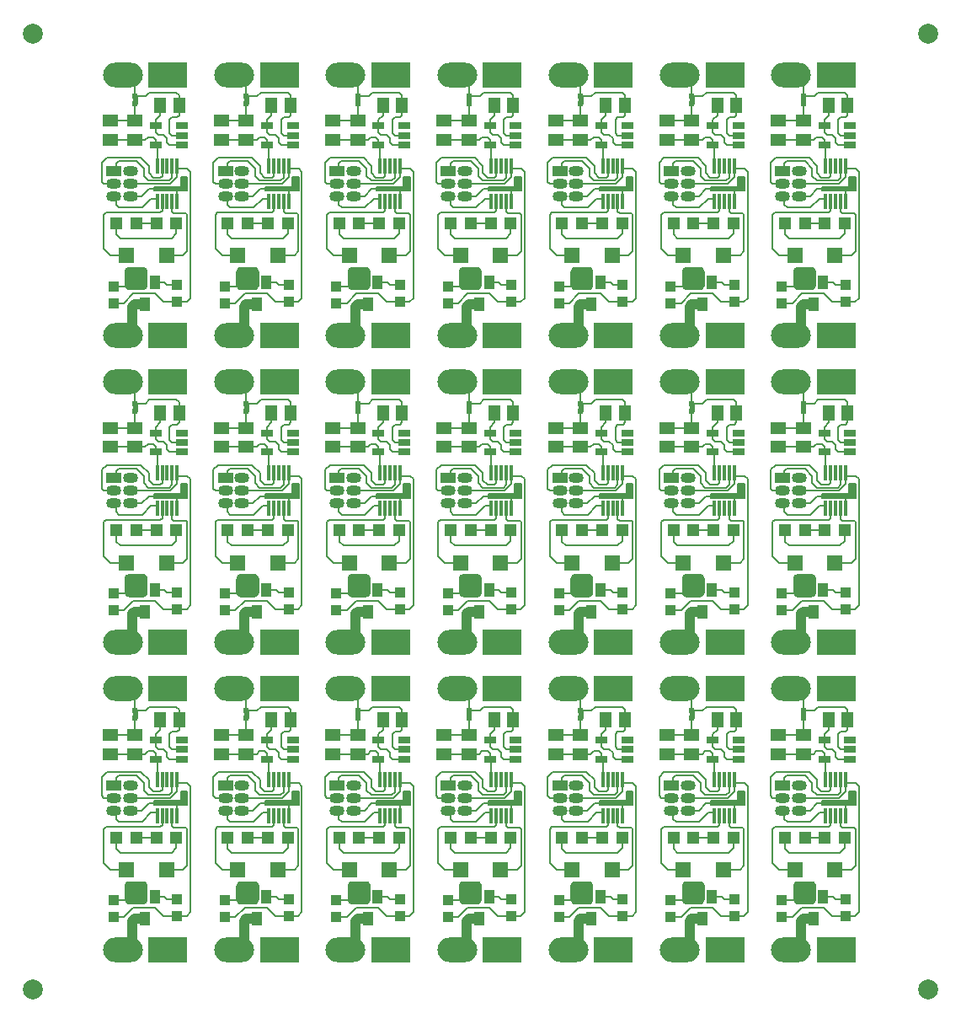
<source format=gtl>
G04 (created by PCBNEW (2013-08-09 BZR 4280)-product) date Fri 09 Aug 2013 07:25:21 PM CEST*
%MOIN*%
G04 Gerber Fmt 3.4, Leading zero omitted, Abs format*
%FSLAX34Y34*%
G01*
G70*
G90*
G04 APERTURE LIST*
%ADD10C,0.005906*%
%ADD11C,0.009843*%
%ADD12R,0.049213X0.025591*%
%ADD13R,0.039370X0.055118*%
%ADD14R,0.047200X0.047200*%
%ADD15R,0.063000X0.059100*%
%ADD16R,0.043300X0.039300*%
%ADD17R,0.059000X0.051100*%
%ADD18R,0.051100X0.059000*%
%ADD19R,0.157480X0.098425*%
%ADD20O,0.157480X0.098425*%
%ADD21R,0.019685X0.019685*%
%ADD22R,0.011811X0.062992*%
%ADD23R,0.059055X0.041339*%
%ADD24O,0.059055X0.041339*%
%ADD25C,0.078740*%
%ADD26C,0.030000*%
%ADD27C,0.006000*%
%ADD28C,0.039370*%
%ADD29C,0.012000*%
%ADD30C,0.008000*%
G04 APERTURE END LIST*
G54D10*
G54D11*
X76723Y-60514D02*
X76723Y-60214D01*
X76623Y-60514D02*
X76623Y-60214D01*
X76673Y-60514D02*
X76673Y-60214D01*
X76723Y-48368D02*
X76723Y-48068D01*
X76623Y-48368D02*
X76623Y-48068D01*
X76673Y-48368D02*
X76673Y-48068D01*
X76723Y-36222D02*
X76723Y-35922D01*
X76623Y-36222D02*
X76623Y-35922D01*
X76673Y-36222D02*
X76673Y-35922D01*
X81132Y-36222D02*
X81132Y-35922D01*
X81032Y-36222D02*
X81032Y-35922D01*
X81082Y-36222D02*
X81082Y-35922D01*
X81132Y-48368D02*
X81132Y-48068D01*
X81032Y-48368D02*
X81032Y-48068D01*
X81082Y-48368D02*
X81082Y-48068D01*
X81132Y-60514D02*
X81132Y-60214D01*
X81032Y-60514D02*
X81032Y-60214D01*
X81082Y-60514D02*
X81082Y-60214D01*
X85542Y-60514D02*
X85542Y-60214D01*
X85442Y-60514D02*
X85442Y-60214D01*
X85492Y-60514D02*
X85492Y-60214D01*
X85542Y-48368D02*
X85542Y-48068D01*
X85442Y-48368D02*
X85442Y-48068D01*
X85492Y-48368D02*
X85492Y-48068D01*
X85542Y-36222D02*
X85542Y-35922D01*
X85442Y-36222D02*
X85442Y-35922D01*
X85492Y-36222D02*
X85492Y-35922D01*
X94361Y-36222D02*
X94361Y-35922D01*
X94261Y-36222D02*
X94261Y-35922D01*
X94311Y-36222D02*
X94311Y-35922D01*
X94361Y-48368D02*
X94361Y-48068D01*
X94261Y-48368D02*
X94261Y-48068D01*
X94311Y-48368D02*
X94311Y-48068D01*
X94361Y-60514D02*
X94361Y-60214D01*
X94261Y-60514D02*
X94261Y-60214D01*
X94311Y-60514D02*
X94311Y-60214D01*
X89951Y-60514D02*
X89951Y-60214D01*
X89851Y-60514D02*
X89851Y-60214D01*
X89901Y-60514D02*
X89901Y-60214D01*
X89951Y-48368D02*
X89951Y-48068D01*
X89851Y-48368D02*
X89851Y-48068D01*
X89901Y-48368D02*
X89901Y-48068D01*
X89951Y-36222D02*
X89951Y-35922D01*
X89851Y-36222D02*
X89851Y-35922D01*
X89901Y-36222D02*
X89901Y-35922D01*
X98770Y-36222D02*
X98770Y-35922D01*
X98670Y-36222D02*
X98670Y-35922D01*
X98720Y-36222D02*
X98720Y-35922D01*
X98770Y-48368D02*
X98770Y-48068D01*
X98670Y-48368D02*
X98670Y-48068D01*
X98720Y-48368D02*
X98720Y-48068D01*
X98770Y-60514D02*
X98770Y-60214D01*
X98670Y-60514D02*
X98670Y-60214D01*
X98720Y-60514D02*
X98720Y-60214D01*
X103179Y-60514D02*
X103179Y-60214D01*
X103079Y-60514D02*
X103079Y-60214D01*
X103129Y-60514D02*
X103129Y-60214D01*
X103179Y-48368D02*
X103179Y-48068D01*
X103079Y-48368D02*
X103079Y-48068D01*
X103129Y-48368D02*
X103129Y-48068D01*
X103179Y-36222D02*
X103179Y-35922D01*
X103079Y-36222D02*
X103079Y-35922D01*
X103129Y-36222D02*
X103129Y-35922D01*
G54D12*
X78523Y-62135D03*
X78523Y-61761D03*
X78523Y-61387D03*
X77500Y-61387D03*
X77500Y-62135D03*
G54D13*
X77460Y-67588D03*
X76712Y-67588D03*
X77086Y-68454D03*
G54D14*
X78317Y-65235D03*
X77529Y-65235D03*
G54D15*
X77923Y-66515D03*
G54D14*
X76732Y-65235D03*
X75944Y-65235D03*
G54D15*
X76338Y-66515D03*
G54D16*
X78346Y-68355D03*
X78346Y-67687D03*
X75826Y-67727D03*
X75826Y-68395D03*
G54D17*
X76673Y-61938D03*
X76673Y-61190D03*
G54D18*
X77677Y-60580D03*
X78425Y-60580D03*
G54D17*
X75688Y-61938D03*
X75688Y-61190D03*
G54D19*
X77980Y-69675D03*
G54D20*
X76192Y-69675D03*
G54D19*
X77980Y-59360D03*
G54D20*
X76192Y-59360D03*
G54D21*
X76673Y-60514D03*
X76673Y-60214D03*
G54D22*
X77559Y-64379D03*
X77755Y-64379D03*
X77952Y-64379D03*
X78149Y-64379D03*
X78346Y-64379D03*
X78346Y-62962D03*
X78149Y-62962D03*
X77952Y-62962D03*
X77755Y-62962D03*
X77559Y-62962D03*
G54D23*
X75852Y-63171D03*
G54D24*
X76509Y-63171D03*
X75852Y-63671D03*
X76509Y-63671D03*
X75852Y-64171D03*
X76509Y-64171D03*
G54D12*
X78523Y-49990D03*
X78523Y-49616D03*
X78523Y-49242D03*
X77500Y-49242D03*
X77500Y-49990D03*
G54D13*
X77460Y-55442D03*
X76712Y-55442D03*
X77086Y-56309D03*
G54D14*
X78317Y-53090D03*
X77529Y-53090D03*
G54D15*
X77923Y-54370D03*
G54D14*
X76732Y-53090D03*
X75944Y-53090D03*
G54D15*
X76338Y-54370D03*
G54D16*
X78346Y-56209D03*
X78346Y-55541D03*
X75826Y-55581D03*
X75826Y-56249D03*
G54D17*
X76673Y-49793D03*
X76673Y-49045D03*
G54D18*
X77677Y-48435D03*
X78425Y-48435D03*
G54D17*
X75688Y-49793D03*
X75688Y-49045D03*
G54D19*
X77980Y-57529D03*
G54D20*
X76192Y-57529D03*
G54D19*
X77980Y-47214D03*
G54D20*
X76192Y-47214D03*
G54D21*
X76673Y-48368D03*
X76673Y-48068D03*
G54D22*
X77559Y-52234D03*
X77755Y-52234D03*
X77952Y-52234D03*
X78149Y-52234D03*
X78346Y-52234D03*
X78346Y-50816D03*
X78149Y-50816D03*
X77952Y-50816D03*
X77755Y-50816D03*
X77559Y-50816D03*
G54D23*
X75852Y-51025D03*
G54D24*
X76509Y-51025D03*
X75852Y-51525D03*
X76509Y-51525D03*
X75852Y-52025D03*
X76509Y-52025D03*
G54D12*
X78523Y-37844D03*
X78523Y-37470D03*
X78523Y-37096D03*
X77500Y-37096D03*
X77500Y-37844D03*
G54D13*
X77460Y-43297D03*
X76712Y-43297D03*
X77086Y-44163D03*
G54D14*
X78317Y-40944D03*
X77529Y-40944D03*
G54D15*
X77923Y-42224D03*
G54D14*
X76732Y-40944D03*
X75944Y-40944D03*
G54D15*
X76338Y-42224D03*
G54D16*
X78346Y-44064D03*
X78346Y-43396D03*
X75826Y-43435D03*
X75826Y-44103D03*
G54D17*
X76673Y-37647D03*
X76673Y-36899D03*
G54D18*
X77677Y-36289D03*
X78425Y-36289D03*
G54D17*
X75688Y-37647D03*
X75688Y-36899D03*
G54D19*
X77980Y-45383D03*
G54D20*
X76192Y-45383D03*
G54D19*
X77980Y-35068D03*
G54D20*
X76192Y-35068D03*
G54D21*
X76673Y-36222D03*
X76673Y-35922D03*
G54D22*
X77559Y-40088D03*
X77755Y-40088D03*
X77952Y-40088D03*
X78149Y-40088D03*
X78346Y-40088D03*
X78346Y-38671D03*
X78149Y-38671D03*
X77952Y-38671D03*
X77755Y-38671D03*
X77559Y-38671D03*
G54D23*
X75852Y-38879D03*
G54D24*
X76509Y-38879D03*
X75852Y-39379D03*
X76509Y-39379D03*
X75852Y-39879D03*
X76509Y-39879D03*
G54D23*
X80261Y-38879D03*
G54D24*
X80919Y-38879D03*
X80261Y-39379D03*
X80919Y-39379D03*
X80261Y-39879D03*
X80919Y-39879D03*
G54D22*
X81968Y-40088D03*
X82165Y-40088D03*
X82362Y-40088D03*
X82559Y-40088D03*
X82755Y-40088D03*
X82755Y-38671D03*
X82559Y-38671D03*
X82362Y-38671D03*
X82165Y-38671D03*
X81968Y-38671D03*
G54D21*
X81082Y-36222D03*
X81082Y-35922D03*
G54D19*
X82389Y-35068D03*
G54D20*
X80602Y-35068D03*
G54D19*
X82389Y-45383D03*
G54D20*
X80602Y-45383D03*
G54D17*
X80098Y-37647D03*
X80098Y-36899D03*
G54D18*
X82086Y-36289D03*
X82834Y-36289D03*
G54D17*
X81082Y-37647D03*
X81082Y-36899D03*
G54D16*
X80236Y-43435D03*
X80236Y-44103D03*
X82755Y-44064D03*
X82755Y-43396D03*
G54D14*
X81142Y-40944D03*
X80354Y-40944D03*
G54D15*
X80748Y-42224D03*
G54D14*
X82726Y-40944D03*
X81938Y-40944D03*
G54D15*
X82332Y-42224D03*
G54D13*
X81870Y-43297D03*
X81122Y-43297D03*
X81496Y-44163D03*
G54D12*
X82933Y-37844D03*
X82933Y-37470D03*
X82933Y-37096D03*
X81909Y-37096D03*
X81909Y-37844D03*
G54D23*
X80261Y-51025D03*
G54D24*
X80919Y-51025D03*
X80261Y-51525D03*
X80919Y-51525D03*
X80261Y-52025D03*
X80919Y-52025D03*
G54D22*
X81968Y-52234D03*
X82165Y-52234D03*
X82362Y-52234D03*
X82559Y-52234D03*
X82755Y-52234D03*
X82755Y-50816D03*
X82559Y-50816D03*
X82362Y-50816D03*
X82165Y-50816D03*
X81968Y-50816D03*
G54D21*
X81082Y-48368D03*
X81082Y-48068D03*
G54D19*
X82389Y-47214D03*
G54D20*
X80602Y-47214D03*
G54D19*
X82389Y-57529D03*
G54D20*
X80602Y-57529D03*
G54D17*
X80098Y-49793D03*
X80098Y-49045D03*
G54D18*
X82086Y-48435D03*
X82834Y-48435D03*
G54D17*
X81082Y-49793D03*
X81082Y-49045D03*
G54D16*
X80236Y-55581D03*
X80236Y-56249D03*
X82755Y-56209D03*
X82755Y-55541D03*
G54D14*
X81142Y-53090D03*
X80354Y-53090D03*
G54D15*
X80748Y-54370D03*
G54D14*
X82726Y-53090D03*
X81938Y-53090D03*
G54D15*
X82332Y-54370D03*
G54D13*
X81870Y-55442D03*
X81122Y-55442D03*
X81496Y-56309D03*
G54D12*
X82933Y-49990D03*
X82933Y-49616D03*
X82933Y-49242D03*
X81909Y-49242D03*
X81909Y-49990D03*
G54D23*
X80261Y-63171D03*
G54D24*
X80919Y-63171D03*
X80261Y-63671D03*
X80919Y-63671D03*
X80261Y-64171D03*
X80919Y-64171D03*
G54D22*
X81968Y-64379D03*
X82165Y-64379D03*
X82362Y-64379D03*
X82559Y-64379D03*
X82755Y-64379D03*
X82755Y-62962D03*
X82559Y-62962D03*
X82362Y-62962D03*
X82165Y-62962D03*
X81968Y-62962D03*
G54D21*
X81082Y-60514D03*
X81082Y-60214D03*
G54D19*
X82389Y-59360D03*
G54D20*
X80602Y-59360D03*
G54D19*
X82389Y-69675D03*
G54D20*
X80602Y-69675D03*
G54D17*
X80098Y-61938D03*
X80098Y-61190D03*
G54D18*
X82086Y-60580D03*
X82834Y-60580D03*
G54D17*
X81082Y-61938D03*
X81082Y-61190D03*
G54D16*
X80236Y-67727D03*
X80236Y-68395D03*
X82755Y-68355D03*
X82755Y-67687D03*
G54D14*
X81142Y-65235D03*
X80354Y-65235D03*
G54D15*
X80748Y-66515D03*
G54D14*
X82726Y-65235D03*
X81938Y-65235D03*
G54D15*
X82332Y-66515D03*
G54D13*
X81870Y-67588D03*
X81122Y-67588D03*
X81496Y-68454D03*
G54D12*
X82933Y-62135D03*
X82933Y-61761D03*
X82933Y-61387D03*
X81909Y-61387D03*
X81909Y-62135D03*
X87342Y-62135D03*
X87342Y-61761D03*
X87342Y-61387D03*
X86318Y-61387D03*
X86318Y-62135D03*
G54D13*
X86279Y-67588D03*
X85531Y-67588D03*
X85905Y-68454D03*
G54D14*
X87136Y-65235D03*
X86348Y-65235D03*
G54D15*
X86742Y-66515D03*
G54D14*
X85551Y-65235D03*
X84763Y-65235D03*
G54D15*
X85157Y-66515D03*
G54D16*
X87165Y-68355D03*
X87165Y-67687D03*
X84645Y-67727D03*
X84645Y-68395D03*
G54D17*
X85492Y-61938D03*
X85492Y-61190D03*
G54D18*
X86496Y-60580D03*
X87244Y-60580D03*
G54D17*
X84507Y-61938D03*
X84507Y-61190D03*
G54D19*
X86799Y-69675D03*
G54D20*
X85011Y-69675D03*
G54D19*
X86799Y-59360D03*
G54D20*
X85011Y-59360D03*
G54D21*
X85492Y-60514D03*
X85492Y-60214D03*
G54D22*
X86377Y-64379D03*
X86574Y-64379D03*
X86771Y-64379D03*
X86968Y-64379D03*
X87165Y-64379D03*
X87165Y-62962D03*
X86968Y-62962D03*
X86771Y-62962D03*
X86574Y-62962D03*
X86377Y-62962D03*
G54D23*
X84671Y-63171D03*
G54D24*
X85328Y-63171D03*
X84671Y-63671D03*
X85328Y-63671D03*
X84671Y-64171D03*
X85328Y-64171D03*
G54D12*
X87342Y-49990D03*
X87342Y-49616D03*
X87342Y-49242D03*
X86318Y-49242D03*
X86318Y-49990D03*
G54D13*
X86279Y-55442D03*
X85531Y-55442D03*
X85905Y-56309D03*
G54D14*
X87136Y-53090D03*
X86348Y-53090D03*
G54D15*
X86742Y-54370D03*
G54D14*
X85551Y-53090D03*
X84763Y-53090D03*
G54D15*
X85157Y-54370D03*
G54D16*
X87165Y-56209D03*
X87165Y-55541D03*
X84645Y-55581D03*
X84645Y-56249D03*
G54D17*
X85492Y-49793D03*
X85492Y-49045D03*
G54D18*
X86496Y-48435D03*
X87244Y-48435D03*
G54D17*
X84507Y-49793D03*
X84507Y-49045D03*
G54D19*
X86799Y-57529D03*
G54D20*
X85011Y-57529D03*
G54D19*
X86799Y-47214D03*
G54D20*
X85011Y-47214D03*
G54D21*
X85492Y-48368D03*
X85492Y-48068D03*
G54D22*
X86377Y-52234D03*
X86574Y-52234D03*
X86771Y-52234D03*
X86968Y-52234D03*
X87165Y-52234D03*
X87165Y-50816D03*
X86968Y-50816D03*
X86771Y-50816D03*
X86574Y-50816D03*
X86377Y-50816D03*
G54D23*
X84671Y-51025D03*
G54D24*
X85328Y-51025D03*
X84671Y-51525D03*
X85328Y-51525D03*
X84671Y-52025D03*
X85328Y-52025D03*
G54D12*
X87342Y-37844D03*
X87342Y-37470D03*
X87342Y-37096D03*
X86318Y-37096D03*
X86318Y-37844D03*
G54D13*
X86279Y-43297D03*
X85531Y-43297D03*
X85905Y-44163D03*
G54D14*
X87136Y-40944D03*
X86348Y-40944D03*
G54D15*
X86742Y-42224D03*
G54D14*
X85551Y-40944D03*
X84763Y-40944D03*
G54D15*
X85157Y-42224D03*
G54D16*
X87165Y-44064D03*
X87165Y-43396D03*
X84645Y-43435D03*
X84645Y-44103D03*
G54D17*
X85492Y-37647D03*
X85492Y-36899D03*
G54D18*
X86496Y-36289D03*
X87244Y-36289D03*
G54D17*
X84507Y-37647D03*
X84507Y-36899D03*
G54D19*
X86799Y-45383D03*
G54D20*
X85011Y-45383D03*
G54D19*
X86799Y-35068D03*
G54D20*
X85011Y-35068D03*
G54D21*
X85492Y-36222D03*
X85492Y-35922D03*
G54D22*
X86377Y-40088D03*
X86574Y-40088D03*
X86771Y-40088D03*
X86968Y-40088D03*
X87165Y-40088D03*
X87165Y-38671D03*
X86968Y-38671D03*
X86771Y-38671D03*
X86574Y-38671D03*
X86377Y-38671D03*
G54D23*
X84671Y-38879D03*
G54D24*
X85328Y-38879D03*
X84671Y-39379D03*
X85328Y-39379D03*
X84671Y-39879D03*
X85328Y-39879D03*
G54D23*
X93490Y-38879D03*
G54D24*
X94147Y-38879D03*
X93490Y-39379D03*
X94147Y-39379D03*
X93490Y-39879D03*
X94147Y-39879D03*
G54D22*
X95196Y-40088D03*
X95393Y-40088D03*
X95590Y-40088D03*
X95787Y-40088D03*
X95984Y-40088D03*
X95984Y-38671D03*
X95787Y-38671D03*
X95590Y-38671D03*
X95393Y-38671D03*
X95196Y-38671D03*
G54D21*
X94311Y-36222D03*
X94311Y-35922D03*
G54D19*
X95618Y-35068D03*
G54D20*
X93830Y-35068D03*
G54D19*
X95618Y-45383D03*
G54D20*
X93830Y-45383D03*
G54D17*
X93326Y-37647D03*
X93326Y-36899D03*
G54D18*
X95314Y-36289D03*
X96062Y-36289D03*
G54D17*
X94311Y-37647D03*
X94311Y-36899D03*
G54D16*
X93464Y-43435D03*
X93464Y-44103D03*
X95984Y-44064D03*
X95984Y-43396D03*
G54D14*
X94370Y-40944D03*
X93582Y-40944D03*
G54D15*
X93976Y-42224D03*
G54D14*
X95955Y-40944D03*
X95167Y-40944D03*
G54D15*
X95561Y-42224D03*
G54D13*
X95098Y-43297D03*
X94350Y-43297D03*
X94724Y-44163D03*
G54D12*
X96161Y-37844D03*
X96161Y-37470D03*
X96161Y-37096D03*
X95137Y-37096D03*
X95137Y-37844D03*
G54D23*
X93490Y-51025D03*
G54D24*
X94147Y-51025D03*
X93490Y-51525D03*
X94147Y-51525D03*
X93490Y-52025D03*
X94147Y-52025D03*
G54D22*
X95196Y-52234D03*
X95393Y-52234D03*
X95590Y-52234D03*
X95787Y-52234D03*
X95984Y-52234D03*
X95984Y-50816D03*
X95787Y-50816D03*
X95590Y-50816D03*
X95393Y-50816D03*
X95196Y-50816D03*
G54D21*
X94311Y-48368D03*
X94311Y-48068D03*
G54D19*
X95618Y-47214D03*
G54D20*
X93830Y-47214D03*
G54D19*
X95618Y-57529D03*
G54D20*
X93830Y-57529D03*
G54D17*
X93326Y-49793D03*
X93326Y-49045D03*
G54D18*
X95314Y-48435D03*
X96062Y-48435D03*
G54D17*
X94311Y-49793D03*
X94311Y-49045D03*
G54D16*
X93464Y-55581D03*
X93464Y-56249D03*
X95984Y-56209D03*
X95984Y-55541D03*
G54D14*
X94370Y-53090D03*
X93582Y-53090D03*
G54D15*
X93976Y-54370D03*
G54D14*
X95955Y-53090D03*
X95167Y-53090D03*
G54D15*
X95561Y-54370D03*
G54D13*
X95098Y-55442D03*
X94350Y-55442D03*
X94724Y-56309D03*
G54D12*
X96161Y-49990D03*
X96161Y-49616D03*
X96161Y-49242D03*
X95137Y-49242D03*
X95137Y-49990D03*
G54D23*
X93490Y-63171D03*
G54D24*
X94147Y-63171D03*
X93490Y-63671D03*
X94147Y-63671D03*
X93490Y-64171D03*
X94147Y-64171D03*
G54D22*
X95196Y-64379D03*
X95393Y-64379D03*
X95590Y-64379D03*
X95787Y-64379D03*
X95984Y-64379D03*
X95984Y-62962D03*
X95787Y-62962D03*
X95590Y-62962D03*
X95393Y-62962D03*
X95196Y-62962D03*
G54D21*
X94311Y-60514D03*
X94311Y-60214D03*
G54D19*
X95618Y-59360D03*
G54D20*
X93830Y-59360D03*
G54D19*
X95618Y-69675D03*
G54D20*
X93830Y-69675D03*
G54D17*
X93326Y-61938D03*
X93326Y-61190D03*
G54D18*
X95314Y-60580D03*
X96062Y-60580D03*
G54D17*
X94311Y-61938D03*
X94311Y-61190D03*
G54D16*
X93464Y-67727D03*
X93464Y-68395D03*
X95984Y-68355D03*
X95984Y-67687D03*
G54D14*
X94370Y-65235D03*
X93582Y-65235D03*
G54D15*
X93976Y-66515D03*
G54D14*
X95955Y-65235D03*
X95167Y-65235D03*
G54D15*
X95561Y-66515D03*
G54D13*
X95098Y-67588D03*
X94350Y-67588D03*
X94724Y-68454D03*
G54D12*
X96161Y-62135D03*
X96161Y-61761D03*
X96161Y-61387D03*
X95137Y-61387D03*
X95137Y-62135D03*
X91751Y-62135D03*
X91751Y-61761D03*
X91751Y-61387D03*
X90728Y-61387D03*
X90728Y-62135D03*
G54D13*
X90688Y-67588D03*
X89940Y-67588D03*
X90314Y-68454D03*
G54D14*
X91545Y-65235D03*
X90757Y-65235D03*
G54D15*
X91151Y-66515D03*
G54D14*
X89960Y-65235D03*
X89172Y-65235D03*
G54D15*
X89566Y-66515D03*
G54D16*
X91574Y-68355D03*
X91574Y-67687D03*
X89055Y-67727D03*
X89055Y-68395D03*
G54D17*
X89901Y-61938D03*
X89901Y-61190D03*
G54D18*
X90905Y-60580D03*
X91653Y-60580D03*
G54D17*
X88917Y-61938D03*
X88917Y-61190D03*
G54D19*
X91208Y-69675D03*
G54D20*
X89421Y-69675D03*
G54D19*
X91208Y-59360D03*
G54D20*
X89421Y-59360D03*
G54D21*
X89901Y-60514D03*
X89901Y-60214D03*
G54D22*
X90787Y-64379D03*
X90984Y-64379D03*
X91181Y-64379D03*
X91377Y-64379D03*
X91574Y-64379D03*
X91574Y-62962D03*
X91377Y-62962D03*
X91181Y-62962D03*
X90984Y-62962D03*
X90787Y-62962D03*
G54D23*
X89080Y-63171D03*
G54D24*
X89738Y-63171D03*
X89080Y-63671D03*
X89738Y-63671D03*
X89080Y-64171D03*
X89738Y-64171D03*
G54D12*
X91751Y-49990D03*
X91751Y-49616D03*
X91751Y-49242D03*
X90728Y-49242D03*
X90728Y-49990D03*
G54D13*
X90688Y-55442D03*
X89940Y-55442D03*
X90314Y-56309D03*
G54D14*
X91545Y-53090D03*
X90757Y-53090D03*
G54D15*
X91151Y-54370D03*
G54D14*
X89960Y-53090D03*
X89172Y-53090D03*
G54D15*
X89566Y-54370D03*
G54D16*
X91574Y-56209D03*
X91574Y-55541D03*
X89055Y-55581D03*
X89055Y-56249D03*
G54D17*
X89901Y-49793D03*
X89901Y-49045D03*
G54D18*
X90905Y-48435D03*
X91653Y-48435D03*
G54D17*
X88917Y-49793D03*
X88917Y-49045D03*
G54D19*
X91208Y-57529D03*
G54D20*
X89421Y-57529D03*
G54D19*
X91208Y-47214D03*
G54D20*
X89421Y-47214D03*
G54D21*
X89901Y-48368D03*
X89901Y-48068D03*
G54D22*
X90787Y-52234D03*
X90984Y-52234D03*
X91181Y-52234D03*
X91377Y-52234D03*
X91574Y-52234D03*
X91574Y-50816D03*
X91377Y-50816D03*
X91181Y-50816D03*
X90984Y-50816D03*
X90787Y-50816D03*
G54D23*
X89080Y-51025D03*
G54D24*
X89738Y-51025D03*
X89080Y-51525D03*
X89738Y-51525D03*
X89080Y-52025D03*
X89738Y-52025D03*
G54D12*
X91751Y-37844D03*
X91751Y-37470D03*
X91751Y-37096D03*
X90728Y-37096D03*
X90728Y-37844D03*
G54D13*
X90688Y-43297D03*
X89940Y-43297D03*
X90314Y-44163D03*
G54D14*
X91545Y-40944D03*
X90757Y-40944D03*
G54D15*
X91151Y-42224D03*
G54D14*
X89960Y-40944D03*
X89172Y-40944D03*
G54D15*
X89566Y-42224D03*
G54D16*
X91574Y-44064D03*
X91574Y-43396D03*
X89055Y-43435D03*
X89055Y-44103D03*
G54D17*
X89901Y-37647D03*
X89901Y-36899D03*
G54D18*
X90905Y-36289D03*
X91653Y-36289D03*
G54D17*
X88917Y-37647D03*
X88917Y-36899D03*
G54D19*
X91208Y-45383D03*
G54D20*
X89421Y-45383D03*
G54D19*
X91208Y-35068D03*
G54D20*
X89421Y-35068D03*
G54D21*
X89901Y-36222D03*
X89901Y-35922D03*
G54D22*
X90787Y-40088D03*
X90984Y-40088D03*
X91181Y-40088D03*
X91377Y-40088D03*
X91574Y-40088D03*
X91574Y-38671D03*
X91377Y-38671D03*
X91181Y-38671D03*
X90984Y-38671D03*
X90787Y-38671D03*
G54D23*
X89080Y-38879D03*
G54D24*
X89738Y-38879D03*
X89080Y-39379D03*
X89738Y-39379D03*
X89080Y-39879D03*
X89738Y-39879D03*
G54D23*
X97899Y-38879D03*
G54D24*
X98557Y-38879D03*
X97899Y-39379D03*
X98557Y-39379D03*
X97899Y-39879D03*
X98557Y-39879D03*
G54D22*
X99606Y-40088D03*
X99803Y-40088D03*
X100000Y-40088D03*
X100196Y-40088D03*
X100393Y-40088D03*
X100393Y-38671D03*
X100196Y-38671D03*
X100000Y-38671D03*
X99803Y-38671D03*
X99606Y-38671D03*
G54D21*
X98720Y-36222D03*
X98720Y-35922D03*
G54D19*
X100027Y-35068D03*
G54D20*
X98240Y-35068D03*
G54D19*
X100027Y-45383D03*
G54D20*
X98240Y-45383D03*
G54D17*
X97736Y-37647D03*
X97736Y-36899D03*
G54D18*
X99724Y-36289D03*
X100472Y-36289D03*
G54D17*
X98720Y-37647D03*
X98720Y-36899D03*
G54D16*
X97874Y-43435D03*
X97874Y-44103D03*
X100393Y-44064D03*
X100393Y-43396D03*
G54D14*
X98779Y-40944D03*
X97991Y-40944D03*
G54D15*
X98385Y-42224D03*
G54D14*
X100364Y-40944D03*
X99576Y-40944D03*
G54D15*
X99970Y-42224D03*
G54D13*
X99507Y-43297D03*
X98759Y-43297D03*
X99133Y-44163D03*
G54D12*
X100570Y-37844D03*
X100570Y-37470D03*
X100570Y-37096D03*
X99547Y-37096D03*
X99547Y-37844D03*
G54D23*
X97899Y-51025D03*
G54D24*
X98557Y-51025D03*
X97899Y-51525D03*
X98557Y-51525D03*
X97899Y-52025D03*
X98557Y-52025D03*
G54D22*
X99606Y-52234D03*
X99803Y-52234D03*
X100000Y-52234D03*
X100196Y-52234D03*
X100393Y-52234D03*
X100393Y-50816D03*
X100196Y-50816D03*
X100000Y-50816D03*
X99803Y-50816D03*
X99606Y-50816D03*
G54D21*
X98720Y-48368D03*
X98720Y-48068D03*
G54D19*
X100027Y-47214D03*
G54D20*
X98240Y-47214D03*
G54D19*
X100027Y-57529D03*
G54D20*
X98240Y-57529D03*
G54D17*
X97736Y-49793D03*
X97736Y-49045D03*
G54D18*
X99724Y-48435D03*
X100472Y-48435D03*
G54D17*
X98720Y-49793D03*
X98720Y-49045D03*
G54D16*
X97874Y-55581D03*
X97874Y-56249D03*
X100393Y-56209D03*
X100393Y-55541D03*
G54D14*
X98779Y-53090D03*
X97991Y-53090D03*
G54D15*
X98385Y-54370D03*
G54D14*
X100364Y-53090D03*
X99576Y-53090D03*
G54D15*
X99970Y-54370D03*
G54D13*
X99507Y-55442D03*
X98759Y-55442D03*
X99133Y-56309D03*
G54D12*
X100570Y-49990D03*
X100570Y-49616D03*
X100570Y-49242D03*
X99547Y-49242D03*
X99547Y-49990D03*
G54D23*
X97899Y-63171D03*
G54D24*
X98557Y-63171D03*
X97899Y-63671D03*
X98557Y-63671D03*
X97899Y-64171D03*
X98557Y-64171D03*
G54D22*
X99606Y-64379D03*
X99803Y-64379D03*
X100000Y-64379D03*
X100196Y-64379D03*
X100393Y-64379D03*
X100393Y-62962D03*
X100196Y-62962D03*
X100000Y-62962D03*
X99803Y-62962D03*
X99606Y-62962D03*
G54D21*
X98720Y-60514D03*
X98720Y-60214D03*
G54D19*
X100027Y-59360D03*
G54D20*
X98240Y-59360D03*
G54D19*
X100027Y-69675D03*
G54D20*
X98240Y-69675D03*
G54D17*
X97736Y-61938D03*
X97736Y-61190D03*
G54D18*
X99724Y-60580D03*
X100472Y-60580D03*
G54D17*
X98720Y-61938D03*
X98720Y-61190D03*
G54D16*
X97874Y-67727D03*
X97874Y-68395D03*
X100393Y-68355D03*
X100393Y-67687D03*
G54D14*
X98779Y-65235D03*
X97991Y-65235D03*
G54D15*
X98385Y-66515D03*
G54D14*
X100364Y-65235D03*
X99576Y-65235D03*
G54D15*
X99970Y-66515D03*
G54D13*
X99507Y-67588D03*
X98759Y-67588D03*
X99133Y-68454D03*
G54D12*
X100570Y-62135D03*
X100570Y-61761D03*
X100570Y-61387D03*
X99547Y-61387D03*
X99547Y-62135D03*
X104980Y-62135D03*
X104980Y-61761D03*
X104980Y-61387D03*
X103956Y-61387D03*
X103956Y-62135D03*
G54D13*
X103917Y-67588D03*
X103169Y-67588D03*
X103543Y-68454D03*
G54D14*
X104773Y-65235D03*
X103985Y-65235D03*
G54D15*
X104379Y-66515D03*
G54D14*
X103189Y-65235D03*
X102401Y-65235D03*
G54D15*
X102795Y-66515D03*
G54D16*
X104803Y-68355D03*
X104803Y-67687D03*
X102283Y-67727D03*
X102283Y-68395D03*
G54D17*
X103129Y-61938D03*
X103129Y-61190D03*
G54D18*
X104133Y-60580D03*
X104881Y-60580D03*
G54D17*
X102145Y-61938D03*
X102145Y-61190D03*
G54D19*
X104437Y-69675D03*
G54D20*
X102649Y-69675D03*
G54D19*
X104437Y-59360D03*
G54D20*
X102649Y-59360D03*
G54D21*
X103129Y-60514D03*
X103129Y-60214D03*
G54D22*
X104015Y-64379D03*
X104212Y-64379D03*
X104409Y-64379D03*
X104606Y-64379D03*
X104803Y-64379D03*
X104803Y-62962D03*
X104606Y-62962D03*
X104409Y-62962D03*
X104212Y-62962D03*
X104015Y-62962D03*
G54D23*
X102309Y-63171D03*
G54D24*
X102966Y-63171D03*
X102309Y-63671D03*
X102966Y-63671D03*
X102309Y-64171D03*
X102966Y-64171D03*
G54D12*
X104980Y-49990D03*
X104980Y-49616D03*
X104980Y-49242D03*
X103956Y-49242D03*
X103956Y-49990D03*
G54D13*
X103917Y-55442D03*
X103169Y-55442D03*
X103543Y-56309D03*
G54D14*
X104773Y-53090D03*
X103985Y-53090D03*
G54D15*
X104379Y-54370D03*
G54D14*
X103189Y-53090D03*
X102401Y-53090D03*
G54D15*
X102795Y-54370D03*
G54D16*
X104803Y-56209D03*
X104803Y-55541D03*
X102283Y-55581D03*
X102283Y-56249D03*
G54D17*
X103129Y-49793D03*
X103129Y-49045D03*
G54D18*
X104133Y-48435D03*
X104881Y-48435D03*
G54D17*
X102145Y-49793D03*
X102145Y-49045D03*
G54D19*
X104437Y-57529D03*
G54D20*
X102649Y-57529D03*
G54D19*
X104437Y-47214D03*
G54D20*
X102649Y-47214D03*
G54D21*
X103129Y-48368D03*
X103129Y-48068D03*
G54D22*
X104015Y-52234D03*
X104212Y-52234D03*
X104409Y-52234D03*
X104606Y-52234D03*
X104803Y-52234D03*
X104803Y-50816D03*
X104606Y-50816D03*
X104409Y-50816D03*
X104212Y-50816D03*
X104015Y-50816D03*
G54D23*
X102309Y-51025D03*
G54D24*
X102966Y-51025D03*
X102309Y-51525D03*
X102966Y-51525D03*
X102309Y-52025D03*
X102966Y-52025D03*
G54D12*
X104980Y-37844D03*
X104980Y-37470D03*
X104980Y-37096D03*
X103956Y-37096D03*
X103956Y-37844D03*
G54D13*
X103917Y-43297D03*
X103169Y-43297D03*
X103543Y-44163D03*
G54D14*
X104773Y-40944D03*
X103985Y-40944D03*
G54D15*
X104379Y-42224D03*
G54D14*
X103189Y-40944D03*
X102401Y-40944D03*
G54D15*
X102795Y-42224D03*
G54D16*
X104803Y-44064D03*
X104803Y-43396D03*
X102283Y-43435D03*
X102283Y-44103D03*
G54D17*
X103129Y-37647D03*
X103129Y-36899D03*
G54D18*
X104133Y-36289D03*
X104881Y-36289D03*
G54D17*
X102145Y-37647D03*
X102145Y-36899D03*
G54D19*
X104437Y-45383D03*
G54D20*
X102649Y-45383D03*
G54D19*
X104437Y-35068D03*
G54D20*
X102649Y-35068D03*
G54D21*
X103129Y-36222D03*
X103129Y-35922D03*
G54D22*
X104015Y-40088D03*
X104212Y-40088D03*
X104409Y-40088D03*
X104606Y-40088D03*
X104803Y-40088D03*
X104803Y-38671D03*
X104606Y-38671D03*
X104409Y-38671D03*
X104212Y-38671D03*
X104015Y-38671D03*
G54D23*
X102309Y-38879D03*
G54D24*
X102966Y-38879D03*
X102309Y-39379D03*
X102966Y-39379D03*
X102309Y-39879D03*
X102966Y-39879D03*
G54D25*
X72637Y-71259D03*
X72637Y-33464D03*
X108070Y-33464D03*
X108070Y-71259D03*
G54D26*
X77677Y-60580D03*
X77677Y-48435D03*
X77677Y-36289D03*
X82086Y-36289D03*
X82086Y-48435D03*
X82086Y-60580D03*
X86496Y-60580D03*
X86496Y-48435D03*
X86496Y-36289D03*
X95314Y-36289D03*
X95314Y-48435D03*
X95314Y-60580D03*
X90905Y-60580D03*
X90905Y-48435D03*
X90905Y-36289D03*
X99724Y-36289D03*
X99724Y-48435D03*
X99724Y-60580D03*
X104133Y-60580D03*
X104133Y-48435D03*
X104133Y-36289D03*
X75688Y-61171D03*
X75944Y-65235D03*
X75688Y-49025D03*
X75944Y-53090D03*
X75688Y-36879D03*
X75944Y-40944D03*
X80354Y-40944D03*
X80098Y-36879D03*
X80354Y-53090D03*
X80098Y-49025D03*
X80354Y-65235D03*
X80098Y-61171D03*
X84507Y-61171D03*
X84763Y-65235D03*
X84507Y-49025D03*
X84763Y-53090D03*
X84507Y-36879D03*
X84763Y-40944D03*
X93582Y-40944D03*
X93326Y-36879D03*
X93582Y-53090D03*
X93326Y-49025D03*
X93582Y-65235D03*
X93326Y-61171D03*
X88917Y-61171D03*
X89172Y-65235D03*
X88917Y-49025D03*
X89172Y-53090D03*
X88917Y-36879D03*
X89172Y-40944D03*
X97991Y-40944D03*
X97736Y-36879D03*
X97991Y-53090D03*
X97736Y-49025D03*
X97991Y-65235D03*
X97736Y-61171D03*
X102145Y-61171D03*
X102401Y-65235D03*
X102145Y-49025D03*
X102401Y-53090D03*
X102145Y-36879D03*
X102401Y-40944D03*
X76417Y-67135D03*
X76712Y-67135D03*
X76417Y-67549D03*
X77007Y-67549D03*
X77007Y-67135D03*
X76417Y-54990D03*
X76712Y-54990D03*
X76417Y-55403D03*
X77007Y-55403D03*
X77007Y-54990D03*
X76417Y-42844D03*
X76712Y-42844D03*
X76417Y-43257D03*
X77007Y-43257D03*
X77007Y-42844D03*
X81417Y-42844D03*
X81417Y-43257D03*
X80826Y-43257D03*
X81122Y-42844D03*
X80826Y-42844D03*
X81417Y-54990D03*
X81417Y-55403D03*
X80826Y-55403D03*
X81122Y-54990D03*
X80826Y-54990D03*
X81417Y-67135D03*
X81417Y-67549D03*
X80826Y-67549D03*
X81122Y-67135D03*
X80826Y-67135D03*
X85236Y-67135D03*
X85531Y-67135D03*
X85236Y-67549D03*
X85826Y-67549D03*
X85826Y-67135D03*
X85236Y-54990D03*
X85531Y-54990D03*
X85236Y-55403D03*
X85826Y-55403D03*
X85826Y-54990D03*
X85236Y-42844D03*
X85531Y-42844D03*
X85236Y-43257D03*
X85826Y-43257D03*
X85826Y-42844D03*
X94645Y-42844D03*
X94645Y-43257D03*
X94055Y-43257D03*
X94350Y-42844D03*
X94055Y-42844D03*
X94645Y-54990D03*
X94645Y-55403D03*
X94055Y-55403D03*
X94350Y-54990D03*
X94055Y-54990D03*
X94645Y-67135D03*
X94645Y-67549D03*
X94055Y-67549D03*
X94350Y-67135D03*
X94055Y-67135D03*
X89645Y-67135D03*
X89940Y-67135D03*
X89645Y-67549D03*
X90236Y-67549D03*
X90236Y-67135D03*
X89645Y-54990D03*
X89940Y-54990D03*
X89645Y-55403D03*
X90236Y-55403D03*
X90236Y-54990D03*
X89645Y-42844D03*
X89940Y-42844D03*
X89645Y-43257D03*
X90236Y-43257D03*
X90236Y-42844D03*
X99055Y-42844D03*
X99055Y-43257D03*
X98464Y-43257D03*
X98759Y-42844D03*
X98464Y-42844D03*
X99055Y-54990D03*
X99055Y-55403D03*
X98464Y-55403D03*
X98759Y-54990D03*
X98464Y-54990D03*
X99055Y-67135D03*
X99055Y-67549D03*
X98464Y-67549D03*
X98759Y-67135D03*
X98464Y-67135D03*
X102874Y-67135D03*
X103169Y-67135D03*
X102874Y-67549D03*
X103464Y-67549D03*
X103464Y-67135D03*
X102874Y-54990D03*
X103169Y-54990D03*
X102874Y-55403D03*
X103464Y-55403D03*
X103464Y-54990D03*
X102874Y-42844D03*
X103169Y-42844D03*
X102874Y-43257D03*
X103464Y-43257D03*
X103464Y-42844D03*
X76732Y-65235D03*
X76692Y-61919D03*
X76732Y-53090D03*
X76692Y-49773D03*
X76732Y-40944D03*
X76692Y-37627D03*
X81102Y-37627D03*
X81142Y-40944D03*
X81102Y-49773D03*
X81142Y-53090D03*
X81102Y-61919D03*
X81142Y-65235D03*
X85551Y-65235D03*
X85511Y-61919D03*
X85551Y-53090D03*
X85511Y-49773D03*
X85551Y-40944D03*
X85511Y-37627D03*
X94330Y-37627D03*
X94370Y-40944D03*
X94330Y-49773D03*
X94370Y-53090D03*
X94330Y-61919D03*
X94370Y-65235D03*
X89960Y-65235D03*
X89921Y-61919D03*
X89960Y-53090D03*
X89921Y-49773D03*
X89960Y-40944D03*
X89921Y-37627D03*
X98740Y-37627D03*
X98779Y-40944D03*
X98740Y-49773D03*
X98779Y-53090D03*
X98740Y-61919D03*
X98779Y-65235D03*
X103189Y-65235D03*
X103149Y-61919D03*
X103189Y-53090D03*
X103149Y-49773D03*
X103189Y-40944D03*
X103149Y-37627D03*
G54D27*
X76027Y-62785D02*
X75931Y-62881D01*
X75931Y-62881D02*
X75931Y-63171D01*
X78149Y-63080D02*
X78149Y-63435D01*
X78031Y-63552D02*
X78149Y-63435D01*
X77204Y-63552D02*
X78031Y-63552D01*
X77027Y-63375D02*
X77204Y-63552D01*
X77027Y-63080D02*
X77027Y-63375D01*
X76732Y-62785D02*
X77027Y-63080D01*
X76732Y-62785D02*
X76027Y-62785D01*
X76027Y-50639D02*
X75931Y-50736D01*
X75931Y-50736D02*
X75931Y-51025D01*
X78149Y-50935D02*
X78149Y-51289D01*
X78031Y-51407D02*
X78149Y-51289D01*
X77204Y-51407D02*
X78031Y-51407D01*
X77027Y-51230D02*
X77204Y-51407D01*
X77027Y-50935D02*
X77027Y-51230D01*
X76732Y-50639D02*
X77027Y-50935D01*
X76732Y-50639D02*
X76027Y-50639D01*
X76027Y-38494D02*
X75931Y-38590D01*
X75931Y-38590D02*
X75931Y-38879D01*
X78149Y-38789D02*
X78149Y-39143D01*
X78031Y-39261D02*
X78149Y-39143D01*
X77204Y-39261D02*
X78031Y-39261D01*
X77027Y-39084D02*
X77204Y-39261D01*
X77027Y-38789D02*
X77027Y-39084D01*
X76732Y-38494D02*
X77027Y-38789D01*
X76732Y-38494D02*
X76027Y-38494D01*
X81141Y-38494D02*
X80437Y-38494D01*
X81141Y-38494D02*
X81437Y-38789D01*
X81437Y-38789D02*
X81437Y-39084D01*
X81437Y-39084D02*
X81613Y-39261D01*
X81613Y-39261D02*
X82441Y-39261D01*
X82441Y-39261D02*
X82559Y-39143D01*
X82559Y-38789D02*
X82559Y-39143D01*
X80340Y-38590D02*
X80340Y-38879D01*
X80437Y-38494D02*
X80340Y-38590D01*
X81141Y-50639D02*
X80437Y-50639D01*
X81141Y-50639D02*
X81437Y-50935D01*
X81437Y-50935D02*
X81437Y-51230D01*
X81437Y-51230D02*
X81613Y-51407D01*
X81613Y-51407D02*
X82441Y-51407D01*
X82441Y-51407D02*
X82559Y-51289D01*
X82559Y-50935D02*
X82559Y-51289D01*
X80340Y-50736D02*
X80340Y-51025D01*
X80437Y-50639D02*
X80340Y-50736D01*
X81141Y-62785D02*
X80437Y-62785D01*
X81141Y-62785D02*
X81437Y-63080D01*
X81437Y-63080D02*
X81437Y-63375D01*
X81437Y-63375D02*
X81613Y-63552D01*
X81613Y-63552D02*
X82441Y-63552D01*
X82441Y-63552D02*
X82559Y-63435D01*
X82559Y-63080D02*
X82559Y-63435D01*
X80340Y-62881D02*
X80340Y-63171D01*
X80437Y-62785D02*
X80340Y-62881D01*
X84846Y-62785D02*
X84750Y-62881D01*
X84750Y-62881D02*
X84750Y-63171D01*
X86968Y-63080D02*
X86968Y-63435D01*
X86850Y-63552D02*
X86968Y-63435D01*
X86023Y-63552D02*
X86850Y-63552D01*
X85846Y-63375D02*
X86023Y-63552D01*
X85846Y-63080D02*
X85846Y-63375D01*
X85551Y-62785D02*
X85846Y-63080D01*
X85551Y-62785D02*
X84846Y-62785D01*
X84846Y-50639D02*
X84750Y-50736D01*
X84750Y-50736D02*
X84750Y-51025D01*
X86968Y-50935D02*
X86968Y-51289D01*
X86850Y-51407D02*
X86968Y-51289D01*
X86023Y-51407D02*
X86850Y-51407D01*
X85846Y-51230D02*
X86023Y-51407D01*
X85846Y-50935D02*
X85846Y-51230D01*
X85551Y-50639D02*
X85846Y-50935D01*
X85551Y-50639D02*
X84846Y-50639D01*
X84846Y-38494D02*
X84750Y-38590D01*
X84750Y-38590D02*
X84750Y-38879D01*
X86968Y-38789D02*
X86968Y-39143D01*
X86850Y-39261D02*
X86968Y-39143D01*
X86023Y-39261D02*
X86850Y-39261D01*
X85846Y-39084D02*
X86023Y-39261D01*
X85846Y-38789D02*
X85846Y-39084D01*
X85551Y-38494D02*
X85846Y-38789D01*
X85551Y-38494D02*
X84846Y-38494D01*
X94370Y-38494D02*
X93665Y-38494D01*
X94370Y-38494D02*
X94665Y-38789D01*
X94665Y-38789D02*
X94665Y-39084D01*
X94665Y-39084D02*
X94842Y-39261D01*
X94842Y-39261D02*
X95669Y-39261D01*
X95669Y-39261D02*
X95787Y-39143D01*
X95787Y-38789D02*
X95787Y-39143D01*
X93568Y-38590D02*
X93568Y-38879D01*
X93665Y-38494D02*
X93568Y-38590D01*
X94370Y-50639D02*
X93665Y-50639D01*
X94370Y-50639D02*
X94665Y-50935D01*
X94665Y-50935D02*
X94665Y-51230D01*
X94665Y-51230D02*
X94842Y-51407D01*
X94842Y-51407D02*
X95669Y-51407D01*
X95669Y-51407D02*
X95787Y-51289D01*
X95787Y-50935D02*
X95787Y-51289D01*
X93568Y-50736D02*
X93568Y-51025D01*
X93665Y-50639D02*
X93568Y-50736D01*
X94370Y-62785D02*
X93665Y-62785D01*
X94370Y-62785D02*
X94665Y-63080D01*
X94665Y-63080D02*
X94665Y-63375D01*
X94665Y-63375D02*
X94842Y-63552D01*
X94842Y-63552D02*
X95669Y-63552D01*
X95669Y-63552D02*
X95787Y-63435D01*
X95787Y-63080D02*
X95787Y-63435D01*
X93568Y-62881D02*
X93568Y-63171D01*
X93665Y-62785D02*
X93568Y-62881D01*
X89255Y-62785D02*
X89159Y-62881D01*
X89159Y-62881D02*
X89159Y-63171D01*
X91377Y-63080D02*
X91377Y-63435D01*
X91260Y-63552D02*
X91377Y-63435D01*
X90432Y-63552D02*
X91260Y-63552D01*
X90255Y-63375D02*
X90432Y-63552D01*
X90255Y-63080D02*
X90255Y-63375D01*
X89960Y-62785D02*
X90255Y-63080D01*
X89960Y-62785D02*
X89255Y-62785D01*
X89255Y-50639D02*
X89159Y-50736D01*
X89159Y-50736D02*
X89159Y-51025D01*
X91377Y-50935D02*
X91377Y-51289D01*
X91260Y-51407D02*
X91377Y-51289D01*
X90432Y-51407D02*
X91260Y-51407D01*
X90255Y-51230D02*
X90432Y-51407D01*
X90255Y-50935D02*
X90255Y-51230D01*
X89960Y-50639D02*
X90255Y-50935D01*
X89960Y-50639D02*
X89255Y-50639D01*
X89255Y-38494D02*
X89159Y-38590D01*
X89159Y-38590D02*
X89159Y-38879D01*
X91377Y-38789D02*
X91377Y-39143D01*
X91260Y-39261D02*
X91377Y-39143D01*
X90432Y-39261D02*
X91260Y-39261D01*
X90255Y-39084D02*
X90432Y-39261D01*
X90255Y-38789D02*
X90255Y-39084D01*
X89960Y-38494D02*
X90255Y-38789D01*
X89960Y-38494D02*
X89255Y-38494D01*
X98779Y-38494D02*
X98074Y-38494D01*
X98779Y-38494D02*
X99074Y-38789D01*
X99074Y-38789D02*
X99074Y-39084D01*
X99074Y-39084D02*
X99251Y-39261D01*
X99251Y-39261D02*
X100079Y-39261D01*
X100079Y-39261D02*
X100196Y-39143D01*
X100196Y-38789D02*
X100196Y-39143D01*
X97978Y-38590D02*
X97978Y-38879D01*
X98074Y-38494D02*
X97978Y-38590D01*
X98779Y-50639D02*
X98074Y-50639D01*
X98779Y-50639D02*
X99074Y-50935D01*
X99074Y-50935D02*
X99074Y-51230D01*
X99074Y-51230D02*
X99251Y-51407D01*
X99251Y-51407D02*
X100079Y-51407D01*
X100079Y-51407D02*
X100196Y-51289D01*
X100196Y-50935D02*
X100196Y-51289D01*
X97978Y-50736D02*
X97978Y-51025D01*
X98074Y-50639D02*
X97978Y-50736D01*
X98779Y-62785D02*
X98074Y-62785D01*
X98779Y-62785D02*
X99074Y-63080D01*
X99074Y-63080D02*
X99074Y-63375D01*
X99074Y-63375D02*
X99251Y-63552D01*
X99251Y-63552D02*
X100079Y-63552D01*
X100079Y-63552D02*
X100196Y-63435D01*
X100196Y-63080D02*
X100196Y-63435D01*
X97978Y-62881D02*
X97978Y-63171D01*
X98074Y-62785D02*
X97978Y-62881D01*
X102484Y-62785D02*
X102387Y-62881D01*
X102387Y-62881D02*
X102387Y-63171D01*
X104606Y-63080D02*
X104606Y-63435D01*
X104488Y-63552D02*
X104606Y-63435D01*
X103661Y-63552D02*
X104488Y-63552D01*
X103484Y-63375D02*
X103661Y-63552D01*
X103484Y-63080D02*
X103484Y-63375D01*
X103188Y-62785D02*
X103484Y-63080D01*
X103188Y-62785D02*
X102484Y-62785D01*
X102484Y-50639D02*
X102387Y-50736D01*
X102387Y-50736D02*
X102387Y-51025D01*
X104606Y-50935D02*
X104606Y-51289D01*
X104488Y-51407D02*
X104606Y-51289D01*
X103661Y-51407D02*
X104488Y-51407D01*
X103484Y-51230D02*
X103661Y-51407D01*
X103484Y-50935D02*
X103484Y-51230D01*
X103188Y-50639D02*
X103484Y-50935D01*
X103188Y-50639D02*
X102484Y-50639D01*
X102484Y-38494D02*
X102387Y-38590D01*
X102387Y-38590D02*
X102387Y-38879D01*
X104606Y-38789D02*
X104606Y-39143D01*
X104488Y-39261D02*
X104606Y-39143D01*
X103661Y-39261D02*
X104488Y-39261D01*
X103484Y-39084D02*
X103661Y-39261D01*
X103484Y-38789D02*
X103484Y-39084D01*
X103188Y-38494D02*
X103484Y-38789D01*
X103188Y-38494D02*
X102484Y-38494D01*
X77814Y-68355D02*
X77480Y-68021D01*
X77480Y-68021D02*
X76614Y-68021D01*
X76614Y-68021D02*
X76240Y-68395D01*
X76240Y-68395D02*
X75708Y-68395D01*
X78503Y-68355D02*
X77814Y-68355D01*
X76436Y-63676D02*
X76431Y-63671D01*
X78346Y-63080D02*
X78346Y-62746D01*
X78877Y-63208D02*
X78750Y-63080D01*
X78750Y-63080D02*
X78346Y-63080D01*
X78346Y-68355D02*
X78721Y-68355D01*
X78877Y-68198D02*
X78721Y-68355D01*
X78877Y-68198D02*
X78877Y-63208D01*
X78346Y-63407D02*
X78079Y-63675D01*
X76435Y-63675D02*
X76431Y-63671D01*
X76435Y-63675D02*
X78079Y-63675D01*
X78346Y-63080D02*
X78346Y-63407D01*
X77814Y-56209D02*
X77480Y-55875D01*
X77480Y-55875D02*
X76614Y-55875D01*
X76614Y-55875D02*
X76240Y-56249D01*
X76240Y-56249D02*
X75708Y-56249D01*
X78503Y-56209D02*
X77814Y-56209D01*
X76436Y-51531D02*
X76431Y-51525D01*
X78346Y-50935D02*
X78346Y-50600D01*
X78877Y-51062D02*
X78750Y-50935D01*
X78750Y-50935D02*
X78346Y-50935D01*
X78346Y-56209D02*
X78721Y-56209D01*
X78877Y-56053D02*
X78721Y-56209D01*
X78877Y-56053D02*
X78877Y-51062D01*
X78346Y-51262D02*
X78079Y-51529D01*
X76435Y-51529D02*
X76431Y-51525D01*
X76435Y-51529D02*
X78079Y-51529D01*
X78346Y-50935D02*
X78346Y-51262D01*
X77814Y-44064D02*
X77480Y-43730D01*
X77480Y-43730D02*
X76614Y-43730D01*
X76614Y-43730D02*
X76240Y-44103D01*
X76240Y-44103D02*
X75708Y-44103D01*
X78503Y-44064D02*
X77814Y-44064D01*
X76436Y-39385D02*
X76431Y-39379D01*
X78346Y-38789D02*
X78346Y-38454D01*
X78877Y-38917D02*
X78750Y-38789D01*
X78750Y-38789D02*
X78346Y-38789D01*
X78346Y-44064D02*
X78721Y-44064D01*
X78877Y-43907D02*
X78721Y-44064D01*
X78877Y-43907D02*
X78877Y-38917D01*
X78346Y-39116D02*
X78079Y-39383D01*
X76435Y-39383D02*
X76431Y-39379D01*
X76435Y-39383D02*
X78079Y-39383D01*
X78346Y-38789D02*
X78346Y-39116D01*
X82755Y-38789D02*
X82755Y-39116D01*
X80844Y-39383D02*
X82488Y-39383D01*
X80844Y-39383D02*
X80840Y-39379D01*
X82755Y-39116D02*
X82488Y-39383D01*
X83287Y-43907D02*
X83287Y-38917D01*
X83287Y-43907D02*
X83130Y-44064D01*
X82755Y-44064D02*
X83130Y-44064D01*
X83159Y-38789D02*
X82755Y-38789D01*
X83287Y-38917D02*
X83159Y-38789D01*
X82755Y-38789D02*
X82755Y-38454D01*
X80845Y-39385D02*
X80840Y-39379D01*
X82913Y-44064D02*
X82223Y-44064D01*
X80650Y-44103D02*
X80118Y-44103D01*
X81023Y-43730D02*
X80650Y-44103D01*
X81889Y-43730D02*
X81023Y-43730D01*
X82223Y-44064D02*
X81889Y-43730D01*
X82755Y-50935D02*
X82755Y-51262D01*
X80844Y-51529D02*
X82488Y-51529D01*
X80844Y-51529D02*
X80840Y-51525D01*
X82755Y-51262D02*
X82488Y-51529D01*
X83287Y-56053D02*
X83287Y-51062D01*
X83287Y-56053D02*
X83130Y-56209D01*
X82755Y-56209D02*
X83130Y-56209D01*
X83159Y-50935D02*
X82755Y-50935D01*
X83287Y-51062D02*
X83159Y-50935D01*
X82755Y-50935D02*
X82755Y-50600D01*
X80845Y-51531D02*
X80840Y-51525D01*
X82913Y-56209D02*
X82223Y-56209D01*
X80650Y-56249D02*
X80118Y-56249D01*
X81023Y-55875D02*
X80650Y-56249D01*
X81889Y-55875D02*
X81023Y-55875D01*
X82223Y-56209D02*
X81889Y-55875D01*
X82755Y-63080D02*
X82755Y-63407D01*
X80844Y-63675D02*
X82488Y-63675D01*
X80844Y-63675D02*
X80840Y-63671D01*
X82755Y-63407D02*
X82488Y-63675D01*
X83287Y-68198D02*
X83287Y-63208D01*
X83287Y-68198D02*
X83130Y-68355D01*
X82755Y-68355D02*
X83130Y-68355D01*
X83159Y-63080D02*
X82755Y-63080D01*
X83287Y-63208D02*
X83159Y-63080D01*
X82755Y-63080D02*
X82755Y-62746D01*
X80845Y-63676D02*
X80840Y-63671D01*
X82913Y-68355D02*
X82223Y-68355D01*
X80650Y-68395D02*
X80118Y-68395D01*
X81023Y-68021D02*
X80650Y-68395D01*
X81889Y-68021D02*
X81023Y-68021D01*
X82223Y-68355D02*
X81889Y-68021D01*
X86633Y-68355D02*
X86299Y-68021D01*
X86299Y-68021D02*
X85433Y-68021D01*
X85433Y-68021D02*
X85059Y-68395D01*
X85059Y-68395D02*
X84527Y-68395D01*
X87322Y-68355D02*
X86633Y-68355D01*
X85255Y-63676D02*
X85250Y-63671D01*
X87165Y-63080D02*
X87165Y-62746D01*
X87696Y-63208D02*
X87568Y-63080D01*
X87568Y-63080D02*
X87165Y-63080D01*
X87165Y-68355D02*
X87540Y-68355D01*
X87696Y-68198D02*
X87540Y-68355D01*
X87696Y-68198D02*
X87696Y-63208D01*
X87165Y-63407D02*
X86898Y-63675D01*
X85253Y-63675D02*
X85250Y-63671D01*
X85253Y-63675D02*
X86898Y-63675D01*
X87165Y-63080D02*
X87165Y-63407D01*
X86633Y-56209D02*
X86299Y-55875D01*
X86299Y-55875D02*
X85433Y-55875D01*
X85433Y-55875D02*
X85059Y-56249D01*
X85059Y-56249D02*
X84527Y-56249D01*
X87322Y-56209D02*
X86633Y-56209D01*
X85255Y-51531D02*
X85250Y-51525D01*
X87165Y-50935D02*
X87165Y-50600D01*
X87696Y-51062D02*
X87568Y-50935D01*
X87568Y-50935D02*
X87165Y-50935D01*
X87165Y-56209D02*
X87540Y-56209D01*
X87696Y-56053D02*
X87540Y-56209D01*
X87696Y-56053D02*
X87696Y-51062D01*
X87165Y-51262D02*
X86898Y-51529D01*
X85253Y-51529D02*
X85250Y-51525D01*
X85253Y-51529D02*
X86898Y-51529D01*
X87165Y-50935D02*
X87165Y-51262D01*
X86633Y-44064D02*
X86299Y-43730D01*
X86299Y-43730D02*
X85433Y-43730D01*
X85433Y-43730D02*
X85059Y-44103D01*
X85059Y-44103D02*
X84527Y-44103D01*
X87322Y-44064D02*
X86633Y-44064D01*
X85255Y-39385D02*
X85250Y-39379D01*
X87165Y-38789D02*
X87165Y-38454D01*
X87696Y-38917D02*
X87568Y-38789D01*
X87568Y-38789D02*
X87165Y-38789D01*
X87165Y-44064D02*
X87540Y-44064D01*
X87696Y-43907D02*
X87540Y-44064D01*
X87696Y-43907D02*
X87696Y-38917D01*
X87165Y-39116D02*
X86898Y-39383D01*
X85253Y-39383D02*
X85250Y-39379D01*
X85253Y-39383D02*
X86898Y-39383D01*
X87165Y-38789D02*
X87165Y-39116D01*
X95984Y-38789D02*
X95984Y-39116D01*
X94072Y-39383D02*
X95716Y-39383D01*
X94072Y-39383D02*
X94068Y-39379D01*
X95984Y-39116D02*
X95716Y-39383D01*
X96515Y-43907D02*
X96515Y-38917D01*
X96515Y-43907D02*
X96358Y-44064D01*
X95984Y-44064D02*
X96358Y-44064D01*
X96387Y-38789D02*
X95984Y-38789D01*
X96515Y-38917D02*
X96387Y-38789D01*
X95984Y-38789D02*
X95984Y-38454D01*
X94074Y-39385D02*
X94068Y-39379D01*
X96141Y-44064D02*
X95452Y-44064D01*
X93878Y-44103D02*
X93346Y-44103D01*
X94251Y-43730D02*
X93878Y-44103D01*
X95118Y-43730D02*
X94251Y-43730D01*
X95452Y-44064D02*
X95118Y-43730D01*
X95984Y-50935D02*
X95984Y-51262D01*
X94072Y-51529D02*
X95716Y-51529D01*
X94072Y-51529D02*
X94068Y-51525D01*
X95984Y-51262D02*
X95716Y-51529D01*
X96515Y-56053D02*
X96515Y-51062D01*
X96515Y-56053D02*
X96358Y-56209D01*
X95984Y-56209D02*
X96358Y-56209D01*
X96387Y-50935D02*
X95984Y-50935D01*
X96515Y-51062D02*
X96387Y-50935D01*
X95984Y-50935D02*
X95984Y-50600D01*
X94074Y-51531D02*
X94068Y-51525D01*
X96141Y-56209D02*
X95452Y-56209D01*
X93878Y-56249D02*
X93346Y-56249D01*
X94251Y-55875D02*
X93878Y-56249D01*
X95118Y-55875D02*
X94251Y-55875D01*
X95452Y-56209D02*
X95118Y-55875D01*
X95984Y-63080D02*
X95984Y-63407D01*
X94072Y-63675D02*
X95716Y-63675D01*
X94072Y-63675D02*
X94068Y-63671D01*
X95984Y-63407D02*
X95716Y-63675D01*
X96515Y-68198D02*
X96515Y-63208D01*
X96515Y-68198D02*
X96358Y-68355D01*
X95984Y-68355D02*
X96358Y-68355D01*
X96387Y-63080D02*
X95984Y-63080D01*
X96515Y-63208D02*
X96387Y-63080D01*
X95984Y-63080D02*
X95984Y-62746D01*
X94074Y-63676D02*
X94068Y-63671D01*
X96141Y-68355D02*
X95452Y-68355D01*
X93878Y-68395D02*
X93346Y-68395D01*
X94251Y-68021D02*
X93878Y-68395D01*
X95118Y-68021D02*
X94251Y-68021D01*
X95452Y-68355D02*
X95118Y-68021D01*
X91042Y-68355D02*
X90708Y-68021D01*
X90708Y-68021D02*
X89842Y-68021D01*
X89842Y-68021D02*
X89469Y-68395D01*
X89469Y-68395D02*
X88937Y-68395D01*
X91732Y-68355D02*
X91042Y-68355D01*
X89664Y-63676D02*
X89659Y-63671D01*
X91574Y-63080D02*
X91574Y-62746D01*
X92106Y-63208D02*
X91978Y-63080D01*
X91978Y-63080D02*
X91574Y-63080D01*
X91574Y-68355D02*
X91949Y-68355D01*
X92106Y-68198D02*
X91949Y-68355D01*
X92106Y-68198D02*
X92106Y-63208D01*
X91574Y-63407D02*
X91307Y-63675D01*
X89663Y-63675D02*
X89659Y-63671D01*
X89663Y-63675D02*
X91307Y-63675D01*
X91574Y-63080D02*
X91574Y-63407D01*
X91042Y-56209D02*
X90708Y-55875D01*
X90708Y-55875D02*
X89842Y-55875D01*
X89842Y-55875D02*
X89469Y-56249D01*
X89469Y-56249D02*
X88937Y-56249D01*
X91732Y-56209D02*
X91042Y-56209D01*
X89664Y-51531D02*
X89659Y-51525D01*
X91574Y-50935D02*
X91574Y-50600D01*
X92106Y-51062D02*
X91978Y-50935D01*
X91978Y-50935D02*
X91574Y-50935D01*
X91574Y-56209D02*
X91949Y-56209D01*
X92106Y-56053D02*
X91949Y-56209D01*
X92106Y-56053D02*
X92106Y-51062D01*
X91574Y-51262D02*
X91307Y-51529D01*
X89663Y-51529D02*
X89659Y-51525D01*
X89663Y-51529D02*
X91307Y-51529D01*
X91574Y-50935D02*
X91574Y-51262D01*
X91042Y-44064D02*
X90708Y-43730D01*
X90708Y-43730D02*
X89842Y-43730D01*
X89842Y-43730D02*
X89469Y-44103D01*
X89469Y-44103D02*
X88937Y-44103D01*
X91732Y-44064D02*
X91042Y-44064D01*
X89664Y-39385D02*
X89659Y-39379D01*
X91574Y-38789D02*
X91574Y-38454D01*
X92106Y-38917D02*
X91978Y-38789D01*
X91978Y-38789D02*
X91574Y-38789D01*
X91574Y-44064D02*
X91949Y-44064D01*
X92106Y-43907D02*
X91949Y-44064D01*
X92106Y-43907D02*
X92106Y-38917D01*
X91574Y-39116D02*
X91307Y-39383D01*
X89663Y-39383D02*
X89659Y-39379D01*
X89663Y-39383D02*
X91307Y-39383D01*
X91574Y-38789D02*
X91574Y-39116D01*
X100393Y-38789D02*
X100393Y-39116D01*
X98482Y-39383D02*
X100126Y-39383D01*
X98482Y-39383D02*
X98478Y-39379D01*
X100393Y-39116D02*
X100126Y-39383D01*
X100925Y-43907D02*
X100925Y-38917D01*
X100925Y-43907D02*
X100768Y-44064D01*
X100393Y-44064D02*
X100768Y-44064D01*
X100797Y-38789D02*
X100393Y-38789D01*
X100925Y-38917D02*
X100797Y-38789D01*
X100393Y-38789D02*
X100393Y-38454D01*
X98483Y-39385D02*
X98478Y-39379D01*
X100551Y-44064D02*
X99861Y-44064D01*
X98288Y-44103D02*
X97755Y-44103D01*
X98661Y-43730D02*
X98288Y-44103D01*
X99527Y-43730D02*
X98661Y-43730D01*
X99861Y-44064D02*
X99527Y-43730D01*
X100393Y-50935D02*
X100393Y-51262D01*
X98482Y-51529D02*
X100126Y-51529D01*
X98482Y-51529D02*
X98478Y-51525D01*
X100393Y-51262D02*
X100126Y-51529D01*
X100925Y-56053D02*
X100925Y-51062D01*
X100925Y-56053D02*
X100768Y-56209D01*
X100393Y-56209D02*
X100768Y-56209D01*
X100797Y-50935D02*
X100393Y-50935D01*
X100925Y-51062D02*
X100797Y-50935D01*
X100393Y-50935D02*
X100393Y-50600D01*
X98483Y-51531D02*
X98478Y-51525D01*
X100551Y-56209D02*
X99861Y-56209D01*
X98288Y-56249D02*
X97755Y-56249D01*
X98661Y-55875D02*
X98288Y-56249D01*
X99527Y-55875D02*
X98661Y-55875D01*
X99861Y-56209D02*
X99527Y-55875D01*
X100393Y-63080D02*
X100393Y-63407D01*
X98482Y-63675D02*
X100126Y-63675D01*
X98482Y-63675D02*
X98478Y-63671D01*
X100393Y-63407D02*
X100126Y-63675D01*
X100925Y-68198D02*
X100925Y-63208D01*
X100925Y-68198D02*
X100768Y-68355D01*
X100393Y-68355D02*
X100768Y-68355D01*
X100797Y-63080D02*
X100393Y-63080D01*
X100925Y-63208D02*
X100797Y-63080D01*
X100393Y-63080D02*
X100393Y-62746D01*
X98483Y-63676D02*
X98478Y-63671D01*
X100551Y-68355D02*
X99861Y-68355D01*
X98288Y-68395D02*
X97755Y-68395D01*
X98661Y-68021D02*
X98288Y-68395D01*
X99527Y-68021D02*
X98661Y-68021D01*
X99861Y-68355D02*
X99527Y-68021D01*
X104271Y-68355D02*
X103937Y-68021D01*
X103937Y-68021D02*
X103070Y-68021D01*
X103070Y-68021D02*
X102697Y-68395D01*
X102697Y-68395D02*
X102165Y-68395D01*
X104960Y-68355D02*
X104271Y-68355D01*
X102893Y-63676D02*
X102887Y-63671D01*
X104803Y-63080D02*
X104803Y-62746D01*
X105334Y-63208D02*
X105206Y-63080D01*
X105206Y-63080D02*
X104803Y-63080D01*
X104803Y-68355D02*
X105177Y-68355D01*
X105334Y-68198D02*
X105177Y-68355D01*
X105334Y-68198D02*
X105334Y-63208D01*
X104803Y-63407D02*
X104535Y-63675D01*
X102891Y-63675D02*
X102887Y-63671D01*
X102891Y-63675D02*
X104535Y-63675D01*
X104803Y-63080D02*
X104803Y-63407D01*
X104271Y-56209D02*
X103937Y-55875D01*
X103937Y-55875D02*
X103070Y-55875D01*
X103070Y-55875D02*
X102697Y-56249D01*
X102697Y-56249D02*
X102165Y-56249D01*
X104960Y-56209D02*
X104271Y-56209D01*
X102893Y-51531D02*
X102887Y-51525D01*
X104803Y-50935D02*
X104803Y-50600D01*
X105334Y-51062D02*
X105206Y-50935D01*
X105206Y-50935D02*
X104803Y-50935D01*
X104803Y-56209D02*
X105177Y-56209D01*
X105334Y-56053D02*
X105177Y-56209D01*
X105334Y-56053D02*
X105334Y-51062D01*
X104803Y-51262D02*
X104535Y-51529D01*
X102891Y-51529D02*
X102887Y-51525D01*
X102891Y-51529D02*
X104535Y-51529D01*
X104803Y-50935D02*
X104803Y-51262D01*
X104271Y-44064D02*
X103937Y-43730D01*
X103937Y-43730D02*
X103070Y-43730D01*
X103070Y-43730D02*
X102697Y-44103D01*
X102697Y-44103D02*
X102165Y-44103D01*
X104960Y-44064D02*
X104271Y-44064D01*
X102893Y-39385D02*
X102887Y-39379D01*
X104803Y-38789D02*
X104803Y-38454D01*
X105334Y-38917D02*
X105206Y-38789D01*
X105206Y-38789D02*
X104803Y-38789D01*
X104803Y-44064D02*
X105177Y-44064D01*
X105334Y-43907D02*
X105177Y-44064D01*
X105334Y-43907D02*
X105334Y-38917D01*
X104803Y-39116D02*
X104535Y-39383D01*
X102891Y-39383D02*
X102887Y-39379D01*
X102891Y-39383D02*
X104535Y-39383D01*
X104803Y-38789D02*
X104803Y-39116D01*
X77755Y-64635D02*
X77755Y-64261D01*
X75718Y-66515D02*
X76338Y-66515D01*
X75541Y-64822D02*
X77687Y-64822D01*
X75452Y-66250D02*
X75452Y-64911D01*
X75452Y-64911D02*
X75541Y-64822D01*
X77755Y-64261D02*
X77755Y-64753D01*
X77687Y-64822D02*
X77755Y-64753D01*
X75452Y-66250D02*
X75718Y-66515D01*
X77755Y-52490D02*
X77755Y-52116D01*
X75718Y-54370D02*
X76338Y-54370D01*
X75541Y-52677D02*
X77687Y-52677D01*
X75452Y-54104D02*
X75452Y-52765D01*
X75452Y-52765D02*
X75541Y-52677D01*
X77755Y-52116D02*
X77755Y-52608D01*
X77687Y-52677D02*
X77755Y-52608D01*
X75452Y-54104D02*
X75718Y-54370D01*
X77755Y-40344D02*
X77755Y-39970D01*
X75718Y-42224D02*
X76338Y-42224D01*
X75541Y-40531D02*
X77687Y-40531D01*
X75452Y-41958D02*
X75452Y-40620D01*
X75452Y-40620D02*
X75541Y-40531D01*
X77755Y-39970D02*
X77755Y-40462D01*
X77687Y-40531D02*
X77755Y-40462D01*
X75452Y-41958D02*
X75718Y-42224D01*
X79862Y-41958D02*
X80128Y-42224D01*
X82096Y-40531D02*
X82165Y-40462D01*
X82165Y-39970D02*
X82165Y-40462D01*
X79862Y-40620D02*
X79950Y-40531D01*
X79862Y-41958D02*
X79862Y-40620D01*
X79950Y-40531D02*
X82096Y-40531D01*
X80128Y-42224D02*
X80748Y-42224D01*
X82165Y-40344D02*
X82165Y-39970D01*
X79862Y-54104D02*
X80128Y-54370D01*
X82096Y-52677D02*
X82165Y-52608D01*
X82165Y-52116D02*
X82165Y-52608D01*
X79862Y-52765D02*
X79950Y-52677D01*
X79862Y-54104D02*
X79862Y-52765D01*
X79950Y-52677D02*
X82096Y-52677D01*
X80128Y-54370D02*
X80748Y-54370D01*
X82165Y-52490D02*
X82165Y-52116D01*
X79862Y-66250D02*
X80128Y-66515D01*
X82096Y-64822D02*
X82165Y-64753D01*
X82165Y-64261D02*
X82165Y-64753D01*
X79862Y-64911D02*
X79950Y-64822D01*
X79862Y-66250D02*
X79862Y-64911D01*
X79950Y-64822D02*
X82096Y-64822D01*
X80128Y-66515D02*
X80748Y-66515D01*
X82165Y-64635D02*
X82165Y-64261D01*
X86574Y-64635D02*
X86574Y-64261D01*
X84537Y-66515D02*
X85157Y-66515D01*
X84360Y-64822D02*
X86505Y-64822D01*
X84271Y-66250D02*
X84271Y-64911D01*
X84271Y-64911D02*
X84360Y-64822D01*
X86574Y-64261D02*
X86574Y-64753D01*
X86505Y-64822D02*
X86574Y-64753D01*
X84271Y-66250D02*
X84537Y-66515D01*
X86574Y-52490D02*
X86574Y-52116D01*
X84537Y-54370D02*
X85157Y-54370D01*
X84360Y-52677D02*
X86505Y-52677D01*
X84271Y-54104D02*
X84271Y-52765D01*
X84271Y-52765D02*
X84360Y-52677D01*
X86574Y-52116D02*
X86574Y-52608D01*
X86505Y-52677D02*
X86574Y-52608D01*
X84271Y-54104D02*
X84537Y-54370D01*
X86574Y-40344D02*
X86574Y-39970D01*
X84537Y-42224D02*
X85157Y-42224D01*
X84360Y-40531D02*
X86505Y-40531D01*
X84271Y-41958D02*
X84271Y-40620D01*
X84271Y-40620D02*
X84360Y-40531D01*
X86574Y-39970D02*
X86574Y-40462D01*
X86505Y-40531D02*
X86574Y-40462D01*
X84271Y-41958D02*
X84537Y-42224D01*
X93090Y-41958D02*
X93356Y-42224D01*
X95324Y-40531D02*
X95393Y-40462D01*
X95393Y-39970D02*
X95393Y-40462D01*
X93090Y-40620D02*
X93179Y-40531D01*
X93090Y-41958D02*
X93090Y-40620D01*
X93179Y-40531D02*
X95324Y-40531D01*
X93356Y-42224D02*
X93976Y-42224D01*
X95393Y-40344D02*
X95393Y-39970D01*
X93090Y-54104D02*
X93356Y-54370D01*
X95324Y-52677D02*
X95393Y-52608D01*
X95393Y-52116D02*
X95393Y-52608D01*
X93090Y-52765D02*
X93179Y-52677D01*
X93090Y-54104D02*
X93090Y-52765D01*
X93179Y-52677D02*
X95324Y-52677D01*
X93356Y-54370D02*
X93976Y-54370D01*
X95393Y-52490D02*
X95393Y-52116D01*
X93090Y-66250D02*
X93356Y-66515D01*
X95324Y-64822D02*
X95393Y-64753D01*
X95393Y-64261D02*
X95393Y-64753D01*
X93090Y-64911D02*
X93179Y-64822D01*
X93090Y-66250D02*
X93090Y-64911D01*
X93179Y-64822D02*
X95324Y-64822D01*
X93356Y-66515D02*
X93976Y-66515D01*
X95393Y-64635D02*
X95393Y-64261D01*
X90984Y-64635D02*
X90984Y-64261D01*
X88946Y-66515D02*
X89566Y-66515D01*
X88769Y-64822D02*
X90915Y-64822D01*
X88681Y-66250D02*
X88681Y-64911D01*
X88681Y-64911D02*
X88769Y-64822D01*
X90984Y-64261D02*
X90984Y-64753D01*
X90915Y-64822D02*
X90984Y-64753D01*
X88681Y-66250D02*
X88946Y-66515D01*
X90984Y-52490D02*
X90984Y-52116D01*
X88946Y-54370D02*
X89566Y-54370D01*
X88769Y-52677D02*
X90915Y-52677D01*
X88681Y-54104D02*
X88681Y-52765D01*
X88681Y-52765D02*
X88769Y-52677D01*
X90984Y-52116D02*
X90984Y-52608D01*
X90915Y-52677D02*
X90984Y-52608D01*
X88681Y-54104D02*
X88946Y-54370D01*
X90984Y-40344D02*
X90984Y-39970D01*
X88946Y-42224D02*
X89566Y-42224D01*
X88769Y-40531D02*
X90915Y-40531D01*
X88681Y-41958D02*
X88681Y-40620D01*
X88681Y-40620D02*
X88769Y-40531D01*
X90984Y-39970D02*
X90984Y-40462D01*
X90915Y-40531D02*
X90984Y-40462D01*
X88681Y-41958D02*
X88946Y-42224D01*
X97500Y-41958D02*
X97765Y-42224D01*
X99734Y-40531D02*
X99803Y-40462D01*
X99803Y-39970D02*
X99803Y-40462D01*
X97500Y-40620D02*
X97588Y-40531D01*
X97500Y-41958D02*
X97500Y-40620D01*
X97588Y-40531D02*
X99734Y-40531D01*
X97765Y-42224D02*
X98385Y-42224D01*
X99803Y-40344D02*
X99803Y-39970D01*
X97500Y-54104D02*
X97765Y-54370D01*
X99734Y-52677D02*
X99803Y-52608D01*
X99803Y-52116D02*
X99803Y-52608D01*
X97500Y-52765D02*
X97588Y-52677D01*
X97500Y-54104D02*
X97500Y-52765D01*
X97588Y-52677D02*
X99734Y-52677D01*
X97765Y-54370D02*
X98385Y-54370D01*
X99803Y-52490D02*
X99803Y-52116D01*
X97500Y-66250D02*
X97765Y-66515D01*
X99734Y-64822D02*
X99803Y-64753D01*
X99803Y-64261D02*
X99803Y-64753D01*
X97500Y-64911D02*
X97588Y-64822D01*
X97500Y-66250D02*
X97500Y-64911D01*
X97588Y-64822D02*
X99734Y-64822D01*
X97765Y-66515D02*
X98385Y-66515D01*
X99803Y-64635D02*
X99803Y-64261D01*
X104212Y-64635D02*
X104212Y-64261D01*
X102175Y-66515D02*
X102795Y-66515D01*
X101998Y-64822D02*
X104143Y-64822D01*
X101909Y-66250D02*
X101909Y-64911D01*
X101909Y-64911D02*
X101998Y-64822D01*
X104212Y-64261D02*
X104212Y-64753D01*
X104143Y-64822D02*
X104212Y-64753D01*
X101909Y-66250D02*
X102175Y-66515D01*
X104212Y-52490D02*
X104212Y-52116D01*
X102175Y-54370D02*
X102795Y-54370D01*
X101998Y-52677D02*
X104143Y-52677D01*
X101909Y-54104D02*
X101909Y-52765D01*
X101909Y-52765D02*
X101998Y-52677D01*
X104212Y-52116D02*
X104212Y-52608D01*
X104143Y-52677D02*
X104212Y-52608D01*
X101909Y-54104D02*
X102175Y-54370D01*
X104212Y-40344D02*
X104212Y-39970D01*
X102175Y-42224D02*
X102795Y-42224D01*
X101998Y-40531D02*
X104143Y-40531D01*
X101909Y-41958D02*
X101909Y-40620D01*
X101909Y-40620D02*
X101998Y-40531D01*
X104212Y-39970D02*
X104212Y-40462D01*
X104143Y-40531D02*
X104212Y-40462D01*
X101909Y-41958D02*
X102175Y-42224D01*
X78149Y-64616D02*
X78149Y-64261D01*
X78582Y-66515D02*
X77923Y-66515D01*
X78149Y-64261D02*
X78149Y-64783D01*
X78218Y-64852D02*
X78149Y-64783D01*
X78690Y-64852D02*
X78218Y-64852D01*
X78740Y-64901D02*
X78690Y-64852D01*
X78740Y-66358D02*
X78740Y-64901D01*
X78740Y-66358D02*
X78582Y-66515D01*
X78149Y-52470D02*
X78149Y-52116D01*
X78582Y-54370D02*
X77923Y-54370D01*
X78149Y-52116D02*
X78149Y-52637D01*
X78218Y-52706D02*
X78149Y-52637D01*
X78690Y-52706D02*
X78218Y-52706D01*
X78740Y-52755D02*
X78690Y-52706D01*
X78740Y-54212D02*
X78740Y-52755D01*
X78740Y-54212D02*
X78582Y-54370D01*
X78149Y-40324D02*
X78149Y-39970D01*
X78582Y-42224D02*
X77923Y-42224D01*
X78149Y-39970D02*
X78149Y-40492D01*
X78218Y-40561D02*
X78149Y-40492D01*
X78690Y-40561D02*
X78218Y-40561D01*
X78740Y-40610D02*
X78690Y-40561D01*
X78740Y-42066D02*
X78740Y-40610D01*
X78740Y-42066D02*
X78582Y-42224D01*
X83149Y-42066D02*
X82991Y-42224D01*
X83149Y-42066D02*
X83149Y-40610D01*
X83149Y-40610D02*
X83100Y-40561D01*
X83100Y-40561D02*
X82627Y-40561D01*
X82627Y-40561D02*
X82559Y-40492D01*
X82559Y-39970D02*
X82559Y-40492D01*
X82991Y-42224D02*
X82332Y-42224D01*
X82559Y-40324D02*
X82559Y-39970D01*
X83149Y-54212D02*
X82991Y-54370D01*
X83149Y-54212D02*
X83149Y-52755D01*
X83149Y-52755D02*
X83100Y-52706D01*
X83100Y-52706D02*
X82627Y-52706D01*
X82627Y-52706D02*
X82559Y-52637D01*
X82559Y-52116D02*
X82559Y-52637D01*
X82991Y-54370D02*
X82332Y-54370D01*
X82559Y-52470D02*
X82559Y-52116D01*
X83149Y-66358D02*
X82991Y-66515D01*
X83149Y-66358D02*
X83149Y-64901D01*
X83149Y-64901D02*
X83100Y-64852D01*
X83100Y-64852D02*
X82627Y-64852D01*
X82627Y-64852D02*
X82559Y-64783D01*
X82559Y-64261D02*
X82559Y-64783D01*
X82991Y-66515D02*
X82332Y-66515D01*
X82559Y-64616D02*
X82559Y-64261D01*
X86968Y-64616D02*
X86968Y-64261D01*
X87401Y-66515D02*
X86742Y-66515D01*
X86968Y-64261D02*
X86968Y-64783D01*
X87037Y-64852D02*
X86968Y-64783D01*
X87509Y-64852D02*
X87037Y-64852D01*
X87559Y-64901D02*
X87509Y-64852D01*
X87559Y-66358D02*
X87559Y-64901D01*
X87559Y-66358D02*
X87401Y-66515D01*
X86968Y-52470D02*
X86968Y-52116D01*
X87401Y-54370D02*
X86742Y-54370D01*
X86968Y-52116D02*
X86968Y-52637D01*
X87037Y-52706D02*
X86968Y-52637D01*
X87509Y-52706D02*
X87037Y-52706D01*
X87559Y-52755D02*
X87509Y-52706D01*
X87559Y-54212D02*
X87559Y-52755D01*
X87559Y-54212D02*
X87401Y-54370D01*
X86968Y-40324D02*
X86968Y-39970D01*
X87401Y-42224D02*
X86742Y-42224D01*
X86968Y-39970D02*
X86968Y-40492D01*
X87037Y-40561D02*
X86968Y-40492D01*
X87509Y-40561D02*
X87037Y-40561D01*
X87559Y-40610D02*
X87509Y-40561D01*
X87559Y-42066D02*
X87559Y-40610D01*
X87559Y-42066D02*
X87401Y-42224D01*
X96377Y-42066D02*
X96220Y-42224D01*
X96377Y-42066D02*
X96377Y-40610D01*
X96377Y-40610D02*
X96328Y-40561D01*
X96328Y-40561D02*
X95856Y-40561D01*
X95856Y-40561D02*
X95787Y-40492D01*
X95787Y-39970D02*
X95787Y-40492D01*
X96220Y-42224D02*
X95561Y-42224D01*
X95787Y-40324D02*
X95787Y-39970D01*
X96377Y-54212D02*
X96220Y-54370D01*
X96377Y-54212D02*
X96377Y-52755D01*
X96377Y-52755D02*
X96328Y-52706D01*
X96328Y-52706D02*
X95856Y-52706D01*
X95856Y-52706D02*
X95787Y-52637D01*
X95787Y-52116D02*
X95787Y-52637D01*
X96220Y-54370D02*
X95561Y-54370D01*
X95787Y-52470D02*
X95787Y-52116D01*
X96377Y-66358D02*
X96220Y-66515D01*
X96377Y-66358D02*
X96377Y-64901D01*
X96377Y-64901D02*
X96328Y-64852D01*
X96328Y-64852D02*
X95856Y-64852D01*
X95856Y-64852D02*
X95787Y-64783D01*
X95787Y-64261D02*
X95787Y-64783D01*
X96220Y-66515D02*
X95561Y-66515D01*
X95787Y-64616D02*
X95787Y-64261D01*
X91377Y-64616D02*
X91377Y-64261D01*
X91810Y-66515D02*
X91151Y-66515D01*
X91377Y-64261D02*
X91377Y-64783D01*
X91446Y-64852D02*
X91377Y-64783D01*
X91919Y-64852D02*
X91446Y-64852D01*
X91968Y-64901D02*
X91919Y-64852D01*
X91968Y-66358D02*
X91968Y-64901D01*
X91968Y-66358D02*
X91810Y-66515D01*
X91377Y-52470D02*
X91377Y-52116D01*
X91810Y-54370D02*
X91151Y-54370D01*
X91377Y-52116D02*
X91377Y-52637D01*
X91446Y-52706D02*
X91377Y-52637D01*
X91919Y-52706D02*
X91446Y-52706D01*
X91968Y-52755D02*
X91919Y-52706D01*
X91968Y-54212D02*
X91968Y-52755D01*
X91968Y-54212D02*
X91810Y-54370D01*
X91377Y-40324D02*
X91377Y-39970D01*
X91810Y-42224D02*
X91151Y-42224D01*
X91377Y-39970D02*
X91377Y-40492D01*
X91446Y-40561D02*
X91377Y-40492D01*
X91919Y-40561D02*
X91446Y-40561D01*
X91968Y-40610D02*
X91919Y-40561D01*
X91968Y-42066D02*
X91968Y-40610D01*
X91968Y-42066D02*
X91810Y-42224D01*
X100787Y-42066D02*
X100629Y-42224D01*
X100787Y-42066D02*
X100787Y-40610D01*
X100787Y-40610D02*
X100738Y-40561D01*
X100738Y-40561D02*
X100265Y-40561D01*
X100265Y-40561D02*
X100196Y-40492D01*
X100196Y-39970D02*
X100196Y-40492D01*
X100629Y-42224D02*
X99970Y-42224D01*
X100196Y-40324D02*
X100196Y-39970D01*
X100787Y-54212D02*
X100629Y-54370D01*
X100787Y-54212D02*
X100787Y-52755D01*
X100787Y-52755D02*
X100738Y-52706D01*
X100738Y-52706D02*
X100265Y-52706D01*
X100265Y-52706D02*
X100196Y-52637D01*
X100196Y-52116D02*
X100196Y-52637D01*
X100629Y-54370D02*
X99970Y-54370D01*
X100196Y-52470D02*
X100196Y-52116D01*
X100787Y-66358D02*
X100629Y-66515D01*
X100787Y-66358D02*
X100787Y-64901D01*
X100787Y-64901D02*
X100738Y-64852D01*
X100738Y-64852D02*
X100265Y-64852D01*
X100265Y-64852D02*
X100196Y-64783D01*
X100196Y-64261D02*
X100196Y-64783D01*
X100629Y-66515D02*
X99970Y-66515D01*
X100196Y-64616D02*
X100196Y-64261D01*
X104606Y-64616D02*
X104606Y-64261D01*
X105039Y-66515D02*
X104379Y-66515D01*
X104606Y-64261D02*
X104606Y-64783D01*
X104675Y-64852D02*
X104606Y-64783D01*
X105147Y-64852D02*
X104675Y-64852D01*
X105196Y-64901D02*
X105147Y-64852D01*
X105196Y-66358D02*
X105196Y-64901D01*
X105196Y-66358D02*
X105039Y-66515D01*
X104606Y-52470D02*
X104606Y-52116D01*
X105039Y-54370D02*
X104379Y-54370D01*
X104606Y-52116D02*
X104606Y-52637D01*
X104675Y-52706D02*
X104606Y-52637D01*
X105147Y-52706D02*
X104675Y-52706D01*
X105196Y-52755D02*
X105147Y-52706D01*
X105196Y-54212D02*
X105196Y-52755D01*
X105196Y-54212D02*
X105039Y-54370D01*
X104606Y-40324D02*
X104606Y-39970D01*
X105039Y-42224D02*
X104379Y-42224D01*
X104606Y-39970D02*
X104606Y-40492D01*
X104675Y-40561D02*
X104606Y-40492D01*
X105147Y-40561D02*
X104675Y-40561D01*
X105196Y-40610D02*
X105147Y-40561D01*
X105196Y-42066D02*
X105196Y-40610D01*
X105196Y-42066D02*
X105039Y-42224D01*
X77559Y-64261D02*
X77559Y-64478D01*
X76958Y-64616D02*
X77312Y-64261D01*
X77312Y-64261D02*
X77559Y-64261D01*
X75931Y-64171D02*
X75931Y-64503D01*
X76043Y-64616D02*
X75931Y-64503D01*
X76043Y-64616D02*
X76958Y-64616D01*
X77559Y-52116D02*
X77559Y-52332D01*
X76958Y-52470D02*
X77312Y-52116D01*
X77312Y-52116D02*
X77559Y-52116D01*
X75931Y-52025D02*
X75931Y-52358D01*
X76043Y-52470D02*
X75931Y-52358D01*
X76043Y-52470D02*
X76958Y-52470D01*
X77559Y-39970D02*
X77559Y-40187D01*
X76958Y-40324D02*
X77312Y-39970D01*
X77312Y-39970D02*
X77559Y-39970D01*
X75931Y-39879D02*
X75931Y-40212D01*
X76043Y-40324D02*
X75931Y-40212D01*
X76043Y-40324D02*
X76958Y-40324D01*
X80452Y-40324D02*
X81368Y-40324D01*
X80452Y-40324D02*
X80340Y-40212D01*
X80340Y-39879D02*
X80340Y-40212D01*
X81722Y-39970D02*
X81968Y-39970D01*
X81368Y-40324D02*
X81722Y-39970D01*
X81968Y-39970D02*
X81968Y-40187D01*
X80452Y-52470D02*
X81368Y-52470D01*
X80452Y-52470D02*
X80340Y-52358D01*
X80340Y-52025D02*
X80340Y-52358D01*
X81722Y-52116D02*
X81968Y-52116D01*
X81368Y-52470D02*
X81722Y-52116D01*
X81968Y-52116D02*
X81968Y-52332D01*
X80452Y-64616D02*
X81368Y-64616D01*
X80452Y-64616D02*
X80340Y-64503D01*
X80340Y-64171D02*
X80340Y-64503D01*
X81722Y-64261D02*
X81968Y-64261D01*
X81368Y-64616D02*
X81722Y-64261D01*
X81968Y-64261D02*
X81968Y-64478D01*
X86377Y-64261D02*
X86377Y-64478D01*
X85777Y-64616D02*
X86131Y-64261D01*
X86131Y-64261D02*
X86377Y-64261D01*
X84750Y-64171D02*
X84750Y-64503D01*
X84862Y-64616D02*
X84750Y-64503D01*
X84862Y-64616D02*
X85777Y-64616D01*
X86377Y-52116D02*
X86377Y-52332D01*
X85777Y-52470D02*
X86131Y-52116D01*
X86131Y-52116D02*
X86377Y-52116D01*
X84750Y-52025D02*
X84750Y-52358D01*
X84862Y-52470D02*
X84750Y-52358D01*
X84862Y-52470D02*
X85777Y-52470D01*
X86377Y-39970D02*
X86377Y-40187D01*
X85777Y-40324D02*
X86131Y-39970D01*
X86131Y-39970D02*
X86377Y-39970D01*
X84750Y-39879D02*
X84750Y-40212D01*
X84862Y-40324D02*
X84750Y-40212D01*
X84862Y-40324D02*
X85777Y-40324D01*
X93681Y-40324D02*
X94596Y-40324D01*
X93681Y-40324D02*
X93568Y-40212D01*
X93568Y-39879D02*
X93568Y-40212D01*
X94950Y-39970D02*
X95196Y-39970D01*
X94596Y-40324D02*
X94950Y-39970D01*
X95196Y-39970D02*
X95196Y-40187D01*
X93681Y-52470D02*
X94596Y-52470D01*
X93681Y-52470D02*
X93568Y-52358D01*
X93568Y-52025D02*
X93568Y-52358D01*
X94950Y-52116D02*
X95196Y-52116D01*
X94596Y-52470D02*
X94950Y-52116D01*
X95196Y-52116D02*
X95196Y-52332D01*
X93681Y-64616D02*
X94596Y-64616D01*
X93681Y-64616D02*
X93568Y-64503D01*
X93568Y-64171D02*
X93568Y-64503D01*
X94950Y-64261D02*
X95196Y-64261D01*
X94596Y-64616D02*
X94950Y-64261D01*
X95196Y-64261D02*
X95196Y-64478D01*
X90787Y-64261D02*
X90787Y-64478D01*
X90187Y-64616D02*
X90541Y-64261D01*
X90541Y-64261D02*
X90787Y-64261D01*
X89159Y-64171D02*
X89159Y-64503D01*
X89271Y-64616D02*
X89159Y-64503D01*
X89271Y-64616D02*
X90187Y-64616D01*
X90787Y-52116D02*
X90787Y-52332D01*
X90187Y-52470D02*
X90541Y-52116D01*
X90541Y-52116D02*
X90787Y-52116D01*
X89159Y-52025D02*
X89159Y-52358D01*
X89271Y-52470D02*
X89159Y-52358D01*
X89271Y-52470D02*
X90187Y-52470D01*
X90787Y-39970D02*
X90787Y-40187D01*
X90187Y-40324D02*
X90541Y-39970D01*
X90541Y-39970D02*
X90787Y-39970D01*
X89159Y-39879D02*
X89159Y-40212D01*
X89271Y-40324D02*
X89159Y-40212D01*
X89271Y-40324D02*
X90187Y-40324D01*
X98090Y-40324D02*
X99005Y-40324D01*
X98090Y-40324D02*
X97978Y-40212D01*
X97978Y-39879D02*
X97978Y-40212D01*
X99360Y-39970D02*
X99606Y-39970D01*
X99005Y-40324D02*
X99360Y-39970D01*
X99606Y-39970D02*
X99606Y-40187D01*
X98090Y-52470D02*
X99005Y-52470D01*
X98090Y-52470D02*
X97978Y-52358D01*
X97978Y-52025D02*
X97978Y-52358D01*
X99360Y-52116D02*
X99606Y-52116D01*
X99005Y-52470D02*
X99360Y-52116D01*
X99606Y-52116D02*
X99606Y-52332D01*
X98090Y-64616D02*
X99005Y-64616D01*
X98090Y-64616D02*
X97978Y-64503D01*
X97978Y-64171D02*
X97978Y-64503D01*
X99360Y-64261D02*
X99606Y-64261D01*
X99005Y-64616D02*
X99360Y-64261D01*
X99606Y-64261D02*
X99606Y-64478D01*
X104015Y-64261D02*
X104015Y-64478D01*
X103415Y-64616D02*
X103769Y-64261D01*
X103769Y-64261D02*
X104015Y-64261D01*
X102387Y-64171D02*
X102387Y-64503D01*
X102500Y-64616D02*
X102387Y-64503D01*
X102500Y-64616D02*
X103415Y-64616D01*
X104015Y-52116D02*
X104015Y-52332D01*
X103415Y-52470D02*
X103769Y-52116D01*
X103769Y-52116D02*
X104015Y-52116D01*
X102387Y-52025D02*
X102387Y-52358D01*
X102500Y-52470D02*
X102387Y-52358D01*
X102500Y-52470D02*
X103415Y-52470D01*
X104015Y-39970D02*
X104015Y-40187D01*
X103415Y-40324D02*
X103769Y-39970D01*
X103769Y-39970D02*
X104015Y-39970D01*
X102387Y-39879D02*
X102387Y-40212D01*
X102500Y-40324D02*
X102387Y-40212D01*
X102500Y-40324D02*
X103415Y-40324D01*
X75452Y-63671D02*
X75374Y-63592D01*
X75374Y-63592D02*
X75374Y-62844D01*
X75374Y-62844D02*
X75570Y-62647D01*
X75570Y-62647D02*
X76909Y-62647D01*
X77755Y-63360D02*
X77755Y-63080D01*
X77224Y-62962D02*
X76909Y-62647D01*
X77224Y-63257D02*
X77224Y-62962D01*
X77395Y-63428D02*
X77224Y-63257D01*
X77687Y-63428D02*
X77395Y-63428D01*
X77755Y-63360D02*
X77687Y-63428D01*
X75931Y-63671D02*
X75452Y-63671D01*
X75452Y-51525D02*
X75374Y-51446D01*
X75374Y-51446D02*
X75374Y-50698D01*
X75374Y-50698D02*
X75570Y-50501D01*
X75570Y-50501D02*
X76909Y-50501D01*
X77755Y-51214D02*
X77755Y-50935D01*
X77224Y-50816D02*
X76909Y-50501D01*
X77224Y-51112D02*
X77224Y-50816D01*
X77395Y-51283D02*
X77224Y-51112D01*
X77687Y-51283D02*
X77395Y-51283D01*
X77755Y-51214D02*
X77687Y-51283D01*
X75931Y-51525D02*
X75452Y-51525D01*
X75452Y-39379D02*
X75374Y-39301D01*
X75374Y-39301D02*
X75374Y-38553D01*
X75374Y-38553D02*
X75570Y-38356D01*
X75570Y-38356D02*
X76909Y-38356D01*
X77755Y-39068D02*
X77755Y-38789D01*
X77224Y-38671D02*
X76909Y-38356D01*
X77224Y-38966D02*
X77224Y-38671D01*
X77395Y-39137D02*
X77224Y-38966D01*
X77687Y-39137D02*
X77395Y-39137D01*
X77755Y-39068D02*
X77687Y-39137D01*
X75931Y-39379D02*
X75452Y-39379D01*
X80340Y-39379D02*
X79862Y-39379D01*
X82165Y-39068D02*
X82096Y-39137D01*
X82096Y-39137D02*
X81804Y-39137D01*
X81804Y-39137D02*
X81633Y-38966D01*
X81633Y-38966D02*
X81633Y-38671D01*
X81633Y-38671D02*
X81318Y-38356D01*
X82165Y-39068D02*
X82165Y-38789D01*
X79980Y-38356D02*
X81318Y-38356D01*
X79783Y-38553D02*
X79980Y-38356D01*
X79783Y-39301D02*
X79783Y-38553D01*
X79862Y-39379D02*
X79783Y-39301D01*
X80340Y-51525D02*
X79862Y-51525D01*
X82165Y-51214D02*
X82096Y-51283D01*
X82096Y-51283D02*
X81804Y-51283D01*
X81804Y-51283D02*
X81633Y-51112D01*
X81633Y-51112D02*
X81633Y-50816D01*
X81633Y-50816D02*
X81318Y-50501D01*
X82165Y-51214D02*
X82165Y-50935D01*
X79980Y-50501D02*
X81318Y-50501D01*
X79783Y-50698D02*
X79980Y-50501D01*
X79783Y-51446D02*
X79783Y-50698D01*
X79862Y-51525D02*
X79783Y-51446D01*
X80340Y-63671D02*
X79862Y-63671D01*
X82165Y-63360D02*
X82096Y-63428D01*
X82096Y-63428D02*
X81804Y-63428D01*
X81804Y-63428D02*
X81633Y-63257D01*
X81633Y-63257D02*
X81633Y-62962D01*
X81633Y-62962D02*
X81318Y-62647D01*
X82165Y-63360D02*
X82165Y-63080D01*
X79980Y-62647D02*
X81318Y-62647D01*
X79783Y-62844D02*
X79980Y-62647D01*
X79783Y-63592D02*
X79783Y-62844D01*
X79862Y-63671D02*
X79783Y-63592D01*
X84271Y-63671D02*
X84192Y-63592D01*
X84192Y-63592D02*
X84192Y-62844D01*
X84192Y-62844D02*
X84389Y-62647D01*
X84389Y-62647D02*
X85728Y-62647D01*
X86574Y-63360D02*
X86574Y-63080D01*
X86043Y-62962D02*
X85728Y-62647D01*
X86043Y-63257D02*
X86043Y-62962D01*
X86214Y-63428D02*
X86043Y-63257D01*
X86506Y-63428D02*
X86214Y-63428D01*
X86574Y-63360D02*
X86506Y-63428D01*
X84750Y-63671D02*
X84271Y-63671D01*
X84271Y-51525D02*
X84192Y-51446D01*
X84192Y-51446D02*
X84192Y-50698D01*
X84192Y-50698D02*
X84389Y-50501D01*
X84389Y-50501D02*
X85728Y-50501D01*
X86574Y-51214D02*
X86574Y-50935D01*
X86043Y-50816D02*
X85728Y-50501D01*
X86043Y-51112D02*
X86043Y-50816D01*
X86214Y-51283D02*
X86043Y-51112D01*
X86506Y-51283D02*
X86214Y-51283D01*
X86574Y-51214D02*
X86506Y-51283D01*
X84750Y-51525D02*
X84271Y-51525D01*
X84271Y-39379D02*
X84192Y-39301D01*
X84192Y-39301D02*
X84192Y-38553D01*
X84192Y-38553D02*
X84389Y-38356D01*
X84389Y-38356D02*
X85728Y-38356D01*
X86574Y-39068D02*
X86574Y-38789D01*
X86043Y-38671D02*
X85728Y-38356D01*
X86043Y-38966D02*
X86043Y-38671D01*
X86214Y-39137D02*
X86043Y-38966D01*
X86506Y-39137D02*
X86214Y-39137D01*
X86574Y-39068D02*
X86506Y-39137D01*
X84750Y-39379D02*
X84271Y-39379D01*
X93568Y-39379D02*
X93090Y-39379D01*
X95393Y-39068D02*
X95324Y-39137D01*
X95324Y-39137D02*
X95033Y-39137D01*
X95033Y-39137D02*
X94862Y-38966D01*
X94862Y-38966D02*
X94862Y-38671D01*
X94862Y-38671D02*
X94547Y-38356D01*
X95393Y-39068D02*
X95393Y-38789D01*
X93208Y-38356D02*
X94547Y-38356D01*
X93011Y-38553D02*
X93208Y-38356D01*
X93011Y-39301D02*
X93011Y-38553D01*
X93090Y-39379D02*
X93011Y-39301D01*
X93568Y-51525D02*
X93090Y-51525D01*
X95393Y-51214D02*
X95324Y-51283D01*
X95324Y-51283D02*
X95033Y-51283D01*
X95033Y-51283D02*
X94862Y-51112D01*
X94862Y-51112D02*
X94862Y-50816D01*
X94862Y-50816D02*
X94547Y-50501D01*
X95393Y-51214D02*
X95393Y-50935D01*
X93208Y-50501D02*
X94547Y-50501D01*
X93011Y-50698D02*
X93208Y-50501D01*
X93011Y-51446D02*
X93011Y-50698D01*
X93090Y-51525D02*
X93011Y-51446D01*
X93568Y-63671D02*
X93090Y-63671D01*
X95393Y-63360D02*
X95324Y-63428D01*
X95324Y-63428D02*
X95033Y-63428D01*
X95033Y-63428D02*
X94862Y-63257D01*
X94862Y-63257D02*
X94862Y-62962D01*
X94862Y-62962D02*
X94547Y-62647D01*
X95393Y-63360D02*
X95393Y-63080D01*
X93208Y-62647D02*
X94547Y-62647D01*
X93011Y-62844D02*
X93208Y-62647D01*
X93011Y-63592D02*
X93011Y-62844D01*
X93090Y-63671D02*
X93011Y-63592D01*
X88681Y-63671D02*
X88602Y-63592D01*
X88602Y-63592D02*
X88602Y-62844D01*
X88602Y-62844D02*
X88799Y-62647D01*
X88799Y-62647D02*
X90137Y-62647D01*
X90984Y-63360D02*
X90984Y-63080D01*
X90452Y-62962D02*
X90137Y-62647D01*
X90452Y-63257D02*
X90452Y-62962D01*
X90623Y-63428D02*
X90452Y-63257D01*
X90915Y-63428D02*
X90623Y-63428D01*
X90984Y-63360D02*
X90915Y-63428D01*
X89159Y-63671D02*
X88681Y-63671D01*
X88681Y-51525D02*
X88602Y-51446D01*
X88602Y-51446D02*
X88602Y-50698D01*
X88602Y-50698D02*
X88799Y-50501D01*
X88799Y-50501D02*
X90137Y-50501D01*
X90984Y-51214D02*
X90984Y-50935D01*
X90452Y-50816D02*
X90137Y-50501D01*
X90452Y-51112D02*
X90452Y-50816D01*
X90623Y-51283D02*
X90452Y-51112D01*
X90915Y-51283D02*
X90623Y-51283D01*
X90984Y-51214D02*
X90915Y-51283D01*
X89159Y-51525D02*
X88681Y-51525D01*
X88681Y-39379D02*
X88602Y-39301D01*
X88602Y-39301D02*
X88602Y-38553D01*
X88602Y-38553D02*
X88799Y-38356D01*
X88799Y-38356D02*
X90137Y-38356D01*
X90984Y-39068D02*
X90984Y-38789D01*
X90452Y-38671D02*
X90137Y-38356D01*
X90452Y-38966D02*
X90452Y-38671D01*
X90623Y-39137D02*
X90452Y-38966D01*
X90915Y-39137D02*
X90623Y-39137D01*
X90984Y-39068D02*
X90915Y-39137D01*
X89159Y-39379D02*
X88681Y-39379D01*
X97978Y-39379D02*
X97500Y-39379D01*
X99803Y-39068D02*
X99734Y-39137D01*
X99734Y-39137D02*
X99442Y-39137D01*
X99442Y-39137D02*
X99271Y-38966D01*
X99271Y-38966D02*
X99271Y-38671D01*
X99271Y-38671D02*
X98956Y-38356D01*
X99803Y-39068D02*
X99803Y-38789D01*
X97618Y-38356D02*
X98956Y-38356D01*
X97421Y-38553D02*
X97618Y-38356D01*
X97421Y-39301D02*
X97421Y-38553D01*
X97500Y-39379D02*
X97421Y-39301D01*
X97978Y-51525D02*
X97500Y-51525D01*
X99803Y-51214D02*
X99734Y-51283D01*
X99734Y-51283D02*
X99442Y-51283D01*
X99442Y-51283D02*
X99271Y-51112D01*
X99271Y-51112D02*
X99271Y-50816D01*
X99271Y-50816D02*
X98956Y-50501D01*
X99803Y-51214D02*
X99803Y-50935D01*
X97618Y-50501D02*
X98956Y-50501D01*
X97421Y-50698D02*
X97618Y-50501D01*
X97421Y-51446D02*
X97421Y-50698D01*
X97500Y-51525D02*
X97421Y-51446D01*
X97978Y-63671D02*
X97500Y-63671D01*
X99803Y-63360D02*
X99734Y-63428D01*
X99734Y-63428D02*
X99442Y-63428D01*
X99442Y-63428D02*
X99271Y-63257D01*
X99271Y-63257D02*
X99271Y-62962D01*
X99271Y-62962D02*
X98956Y-62647D01*
X99803Y-63360D02*
X99803Y-63080D01*
X97618Y-62647D02*
X98956Y-62647D01*
X97421Y-62844D02*
X97618Y-62647D01*
X97421Y-63592D02*
X97421Y-62844D01*
X97500Y-63671D02*
X97421Y-63592D01*
X101909Y-63671D02*
X101830Y-63592D01*
X101830Y-63592D02*
X101830Y-62844D01*
X101830Y-62844D02*
X102027Y-62647D01*
X102027Y-62647D02*
X103366Y-62647D01*
X104212Y-63360D02*
X104212Y-63080D01*
X103681Y-62962D02*
X103366Y-62647D01*
X103681Y-63257D02*
X103681Y-62962D01*
X103852Y-63428D02*
X103681Y-63257D01*
X104143Y-63428D02*
X103852Y-63428D01*
X104212Y-63360D02*
X104143Y-63428D01*
X102387Y-63671D02*
X101909Y-63671D01*
X101909Y-51525D02*
X101830Y-51446D01*
X101830Y-51446D02*
X101830Y-50698D01*
X101830Y-50698D02*
X102027Y-50501D01*
X102027Y-50501D02*
X103366Y-50501D01*
X104212Y-51214D02*
X104212Y-50935D01*
X103681Y-50816D02*
X103366Y-50501D01*
X103681Y-51112D02*
X103681Y-50816D01*
X103852Y-51283D02*
X103681Y-51112D01*
X104143Y-51283D02*
X103852Y-51283D01*
X104212Y-51214D02*
X104143Y-51283D01*
X102387Y-51525D02*
X101909Y-51525D01*
X101909Y-39379D02*
X101830Y-39301D01*
X101830Y-39301D02*
X101830Y-38553D01*
X101830Y-38553D02*
X102027Y-38356D01*
X102027Y-38356D02*
X103366Y-38356D01*
X104212Y-39068D02*
X104212Y-38789D01*
X103681Y-38671D02*
X103366Y-38356D01*
X103681Y-38966D02*
X103681Y-38671D01*
X103852Y-39137D02*
X103681Y-38966D01*
X104143Y-39137D02*
X103852Y-39137D01*
X104212Y-39068D02*
X104143Y-39137D01*
X102387Y-39379D02*
X101909Y-39379D01*
X77500Y-60757D02*
X77677Y-60580D01*
X77500Y-61643D02*
X77500Y-61387D01*
X77598Y-61742D02*
X77500Y-61643D01*
X77814Y-61742D02*
X77598Y-61742D01*
X77952Y-61879D02*
X77814Y-61742D01*
X77952Y-62037D02*
X77952Y-61879D01*
X78051Y-62135D02*
X77952Y-62037D01*
X78522Y-62135D02*
X78051Y-62135D01*
X77677Y-60978D02*
X77677Y-60580D01*
X77500Y-61155D02*
X77677Y-60978D01*
X77500Y-61387D02*
X77500Y-61155D01*
X77500Y-48611D02*
X77677Y-48435D01*
X77500Y-49498D02*
X77500Y-49242D01*
X77598Y-49596D02*
X77500Y-49498D01*
X77814Y-49596D02*
X77598Y-49596D01*
X77952Y-49734D02*
X77814Y-49596D01*
X77952Y-49891D02*
X77952Y-49734D01*
X78051Y-49990D02*
X77952Y-49891D01*
X78522Y-49990D02*
X78051Y-49990D01*
X77677Y-48832D02*
X77677Y-48435D01*
X77500Y-49009D02*
X77677Y-48832D01*
X77500Y-49242D02*
X77500Y-49009D01*
X77500Y-36465D02*
X77677Y-36289D01*
X77500Y-37352D02*
X77500Y-37096D01*
X77598Y-37450D02*
X77500Y-37352D01*
X77814Y-37450D02*
X77598Y-37450D01*
X77952Y-37588D02*
X77814Y-37450D01*
X77952Y-37746D02*
X77952Y-37588D01*
X78051Y-37844D02*
X77952Y-37746D01*
X78522Y-37844D02*
X78051Y-37844D01*
X77677Y-36686D02*
X77677Y-36289D01*
X77500Y-36864D02*
X77677Y-36686D01*
X77500Y-37096D02*
X77500Y-36864D01*
X81909Y-37096D02*
X81909Y-36864D01*
X81909Y-36864D02*
X82086Y-36686D01*
X82086Y-36686D02*
X82086Y-36289D01*
X82932Y-37844D02*
X82460Y-37844D01*
X82460Y-37844D02*
X82362Y-37746D01*
X82362Y-37746D02*
X82362Y-37588D01*
X82362Y-37588D02*
X82224Y-37450D01*
X82224Y-37450D02*
X82007Y-37450D01*
X82007Y-37450D02*
X81909Y-37352D01*
X81909Y-37352D02*
X81909Y-37096D01*
X81910Y-36465D02*
X82086Y-36289D01*
X81909Y-49242D02*
X81909Y-49009D01*
X81909Y-49009D02*
X82086Y-48832D01*
X82086Y-48832D02*
X82086Y-48435D01*
X82932Y-49990D02*
X82460Y-49990D01*
X82460Y-49990D02*
X82362Y-49891D01*
X82362Y-49891D02*
X82362Y-49734D01*
X82362Y-49734D02*
X82224Y-49596D01*
X82224Y-49596D02*
X82007Y-49596D01*
X82007Y-49596D02*
X81909Y-49498D01*
X81909Y-49498D02*
X81909Y-49242D01*
X81910Y-48611D02*
X82086Y-48435D01*
X81909Y-61387D02*
X81909Y-61155D01*
X81909Y-61155D02*
X82086Y-60978D01*
X82086Y-60978D02*
X82086Y-60580D01*
X82932Y-62135D02*
X82460Y-62135D01*
X82460Y-62135D02*
X82362Y-62037D01*
X82362Y-62037D02*
X82362Y-61879D01*
X82362Y-61879D02*
X82224Y-61742D01*
X82224Y-61742D02*
X82007Y-61742D01*
X82007Y-61742D02*
X81909Y-61643D01*
X81909Y-61643D02*
X81909Y-61387D01*
X81910Y-60757D02*
X82086Y-60580D01*
X86319Y-60757D02*
X86496Y-60580D01*
X86318Y-61643D02*
X86318Y-61387D01*
X86417Y-61742D02*
X86318Y-61643D01*
X86633Y-61742D02*
X86417Y-61742D01*
X86771Y-61879D02*
X86633Y-61742D01*
X86771Y-62037D02*
X86771Y-61879D01*
X86870Y-62135D02*
X86771Y-62037D01*
X87341Y-62135D02*
X86870Y-62135D01*
X86496Y-60978D02*
X86496Y-60580D01*
X86318Y-61155D02*
X86496Y-60978D01*
X86318Y-61387D02*
X86318Y-61155D01*
X86319Y-48611D02*
X86496Y-48435D01*
X86318Y-49498D02*
X86318Y-49242D01*
X86417Y-49596D02*
X86318Y-49498D01*
X86633Y-49596D02*
X86417Y-49596D01*
X86771Y-49734D02*
X86633Y-49596D01*
X86771Y-49891D02*
X86771Y-49734D01*
X86870Y-49990D02*
X86771Y-49891D01*
X87341Y-49990D02*
X86870Y-49990D01*
X86496Y-48832D02*
X86496Y-48435D01*
X86318Y-49009D02*
X86496Y-48832D01*
X86318Y-49242D02*
X86318Y-49009D01*
X86319Y-36465D02*
X86496Y-36289D01*
X86318Y-37352D02*
X86318Y-37096D01*
X86417Y-37450D02*
X86318Y-37352D01*
X86633Y-37450D02*
X86417Y-37450D01*
X86771Y-37588D02*
X86633Y-37450D01*
X86771Y-37746D02*
X86771Y-37588D01*
X86870Y-37844D02*
X86771Y-37746D01*
X87341Y-37844D02*
X86870Y-37844D01*
X86496Y-36686D02*
X86496Y-36289D01*
X86318Y-36864D02*
X86496Y-36686D01*
X86318Y-37096D02*
X86318Y-36864D01*
X95137Y-37096D02*
X95137Y-36864D01*
X95137Y-36864D02*
X95314Y-36686D01*
X95314Y-36686D02*
X95314Y-36289D01*
X96160Y-37844D02*
X95688Y-37844D01*
X95688Y-37844D02*
X95590Y-37746D01*
X95590Y-37746D02*
X95590Y-37588D01*
X95590Y-37588D02*
X95452Y-37450D01*
X95452Y-37450D02*
X95236Y-37450D01*
X95236Y-37450D02*
X95137Y-37352D01*
X95137Y-37352D02*
X95137Y-37096D01*
X95138Y-36465D02*
X95314Y-36289D01*
X95137Y-49242D02*
X95137Y-49009D01*
X95137Y-49009D02*
X95314Y-48832D01*
X95314Y-48832D02*
X95314Y-48435D01*
X96160Y-49990D02*
X95688Y-49990D01*
X95688Y-49990D02*
X95590Y-49891D01*
X95590Y-49891D02*
X95590Y-49734D01*
X95590Y-49734D02*
X95452Y-49596D01*
X95452Y-49596D02*
X95236Y-49596D01*
X95236Y-49596D02*
X95137Y-49498D01*
X95137Y-49498D02*
X95137Y-49242D01*
X95138Y-48611D02*
X95314Y-48435D01*
X95137Y-61387D02*
X95137Y-61155D01*
X95137Y-61155D02*
X95314Y-60978D01*
X95314Y-60978D02*
X95314Y-60580D01*
X96160Y-62135D02*
X95688Y-62135D01*
X95688Y-62135D02*
X95590Y-62037D01*
X95590Y-62037D02*
X95590Y-61879D01*
X95590Y-61879D02*
X95452Y-61742D01*
X95452Y-61742D02*
X95236Y-61742D01*
X95236Y-61742D02*
X95137Y-61643D01*
X95137Y-61643D02*
X95137Y-61387D01*
X95138Y-60757D02*
X95314Y-60580D01*
X90729Y-60757D02*
X90905Y-60580D01*
X90728Y-61643D02*
X90728Y-61387D01*
X90826Y-61742D02*
X90728Y-61643D01*
X91043Y-61742D02*
X90826Y-61742D01*
X91181Y-61879D02*
X91043Y-61742D01*
X91181Y-62037D02*
X91181Y-61879D01*
X91279Y-62135D02*
X91181Y-62037D01*
X91751Y-62135D02*
X91279Y-62135D01*
X90905Y-60978D02*
X90905Y-60580D01*
X90728Y-61155D02*
X90905Y-60978D01*
X90728Y-61387D02*
X90728Y-61155D01*
X90729Y-48611D02*
X90905Y-48435D01*
X90728Y-49498D02*
X90728Y-49242D01*
X90826Y-49596D02*
X90728Y-49498D01*
X91043Y-49596D02*
X90826Y-49596D01*
X91181Y-49734D02*
X91043Y-49596D01*
X91181Y-49891D02*
X91181Y-49734D01*
X91279Y-49990D02*
X91181Y-49891D01*
X91751Y-49990D02*
X91279Y-49990D01*
X90905Y-48832D02*
X90905Y-48435D01*
X90728Y-49009D02*
X90905Y-48832D01*
X90728Y-49242D02*
X90728Y-49009D01*
X90729Y-36465D02*
X90905Y-36289D01*
X90728Y-37352D02*
X90728Y-37096D01*
X90826Y-37450D02*
X90728Y-37352D01*
X91043Y-37450D02*
X90826Y-37450D01*
X91181Y-37588D02*
X91043Y-37450D01*
X91181Y-37746D02*
X91181Y-37588D01*
X91279Y-37844D02*
X91181Y-37746D01*
X91751Y-37844D02*
X91279Y-37844D01*
X90905Y-36686D02*
X90905Y-36289D01*
X90728Y-36864D02*
X90905Y-36686D01*
X90728Y-37096D02*
X90728Y-36864D01*
X99547Y-37096D02*
X99547Y-36864D01*
X99547Y-36864D02*
X99724Y-36686D01*
X99724Y-36686D02*
X99724Y-36289D01*
X100570Y-37844D02*
X100098Y-37844D01*
X100098Y-37844D02*
X100000Y-37746D01*
X100000Y-37746D02*
X100000Y-37588D01*
X100000Y-37588D02*
X99862Y-37450D01*
X99862Y-37450D02*
X99645Y-37450D01*
X99645Y-37450D02*
X99547Y-37352D01*
X99547Y-37352D02*
X99547Y-37096D01*
X99548Y-36465D02*
X99724Y-36289D01*
X99547Y-49242D02*
X99547Y-49009D01*
X99547Y-49009D02*
X99724Y-48832D01*
X99724Y-48832D02*
X99724Y-48435D01*
X100570Y-49990D02*
X100098Y-49990D01*
X100098Y-49990D02*
X100000Y-49891D01*
X100000Y-49891D02*
X100000Y-49734D01*
X100000Y-49734D02*
X99862Y-49596D01*
X99862Y-49596D02*
X99645Y-49596D01*
X99645Y-49596D02*
X99547Y-49498D01*
X99547Y-49498D02*
X99547Y-49242D01*
X99548Y-48611D02*
X99724Y-48435D01*
X99547Y-61387D02*
X99547Y-61155D01*
X99547Y-61155D02*
X99724Y-60978D01*
X99724Y-60978D02*
X99724Y-60580D01*
X100570Y-62135D02*
X100098Y-62135D01*
X100098Y-62135D02*
X100000Y-62037D01*
X100000Y-62037D02*
X100000Y-61879D01*
X100000Y-61879D02*
X99862Y-61742D01*
X99862Y-61742D02*
X99645Y-61742D01*
X99645Y-61742D02*
X99547Y-61643D01*
X99547Y-61643D02*
X99547Y-61387D01*
X99548Y-60757D02*
X99724Y-60580D01*
X103957Y-60757D02*
X104133Y-60580D01*
X103956Y-61643D02*
X103956Y-61387D01*
X104055Y-61742D02*
X103956Y-61643D01*
X104271Y-61742D02*
X104055Y-61742D01*
X104409Y-61879D02*
X104271Y-61742D01*
X104409Y-62037D02*
X104409Y-61879D01*
X104507Y-62135D02*
X104409Y-62037D01*
X104979Y-62135D02*
X104507Y-62135D01*
X104133Y-60978D02*
X104133Y-60580D01*
X103956Y-61155D02*
X104133Y-60978D01*
X103956Y-61387D02*
X103956Y-61155D01*
X103957Y-48611D02*
X104133Y-48435D01*
X103956Y-49498D02*
X103956Y-49242D01*
X104055Y-49596D02*
X103956Y-49498D01*
X104271Y-49596D02*
X104055Y-49596D01*
X104409Y-49734D02*
X104271Y-49596D01*
X104409Y-49891D02*
X104409Y-49734D01*
X104507Y-49990D02*
X104409Y-49891D01*
X104979Y-49990D02*
X104507Y-49990D01*
X104133Y-48832D02*
X104133Y-48435D01*
X103956Y-49009D02*
X104133Y-48832D01*
X103956Y-49242D02*
X103956Y-49009D01*
X103957Y-36465D02*
X104133Y-36289D01*
X103956Y-37352D02*
X103956Y-37096D01*
X104055Y-37450D02*
X103956Y-37352D01*
X104271Y-37450D02*
X104055Y-37450D01*
X104409Y-37588D02*
X104271Y-37450D01*
X104409Y-37746D02*
X104409Y-37588D01*
X104507Y-37844D02*
X104409Y-37746D01*
X104979Y-37844D02*
X104507Y-37844D01*
X104133Y-36686D02*
X104133Y-36289D01*
X103956Y-36864D02*
X104133Y-36686D01*
X103956Y-37096D02*
X103956Y-36864D01*
G54D28*
X76586Y-68541D02*
X76673Y-68454D01*
X76673Y-68454D02*
X77086Y-68454D01*
X76586Y-69675D02*
X76586Y-68541D01*
X76586Y-56395D02*
X76673Y-56309D01*
X76673Y-56309D02*
X77086Y-56309D01*
X76586Y-57529D02*
X76586Y-56395D01*
X76586Y-44250D02*
X76673Y-44163D01*
X76673Y-44163D02*
X77086Y-44163D01*
X76586Y-45383D02*
X76586Y-44250D01*
X80996Y-45383D02*
X80996Y-44250D01*
X81082Y-44163D02*
X81496Y-44163D01*
X80996Y-44250D02*
X81082Y-44163D01*
X80996Y-57529D02*
X80996Y-56395D01*
X81082Y-56309D02*
X81496Y-56309D01*
X80996Y-56395D02*
X81082Y-56309D01*
X80996Y-69675D02*
X80996Y-68541D01*
X81082Y-68454D02*
X81496Y-68454D01*
X80996Y-68541D02*
X81082Y-68454D01*
X85405Y-68541D02*
X85492Y-68454D01*
X85492Y-68454D02*
X85905Y-68454D01*
X85405Y-69675D02*
X85405Y-68541D01*
X85405Y-56395D02*
X85492Y-56309D01*
X85492Y-56309D02*
X85905Y-56309D01*
X85405Y-57529D02*
X85405Y-56395D01*
X85405Y-44250D02*
X85492Y-44163D01*
X85492Y-44163D02*
X85905Y-44163D01*
X85405Y-45383D02*
X85405Y-44250D01*
X94224Y-45383D02*
X94224Y-44250D01*
X94311Y-44163D02*
X94724Y-44163D01*
X94224Y-44250D02*
X94311Y-44163D01*
X94224Y-57529D02*
X94224Y-56395D01*
X94311Y-56309D02*
X94724Y-56309D01*
X94224Y-56395D02*
X94311Y-56309D01*
X94224Y-69675D02*
X94224Y-68541D01*
X94311Y-68454D02*
X94724Y-68454D01*
X94224Y-68541D02*
X94311Y-68454D01*
X89814Y-68541D02*
X89901Y-68454D01*
X89901Y-68454D02*
X90314Y-68454D01*
X89814Y-69675D02*
X89814Y-68541D01*
X89814Y-56395D02*
X89901Y-56309D01*
X89901Y-56309D02*
X90314Y-56309D01*
X89814Y-57529D02*
X89814Y-56395D01*
X89814Y-44250D02*
X89901Y-44163D01*
X89901Y-44163D02*
X90314Y-44163D01*
X89814Y-45383D02*
X89814Y-44250D01*
X98633Y-45383D02*
X98633Y-44250D01*
X98720Y-44163D02*
X99133Y-44163D01*
X98633Y-44250D02*
X98720Y-44163D01*
X98633Y-57529D02*
X98633Y-56395D01*
X98720Y-56309D02*
X99133Y-56309D01*
X98633Y-56395D02*
X98720Y-56309D01*
X98633Y-69675D02*
X98633Y-68541D01*
X98720Y-68454D02*
X99133Y-68454D01*
X98633Y-68541D02*
X98720Y-68454D01*
X103043Y-68541D02*
X103129Y-68454D01*
X103129Y-68454D02*
X103543Y-68454D01*
X103043Y-69675D02*
X103043Y-68541D01*
X103043Y-56395D02*
X103129Y-56309D01*
X103129Y-56309D02*
X103543Y-56309D01*
X103043Y-57529D02*
X103043Y-56395D01*
X103043Y-44250D02*
X103129Y-44163D01*
X103129Y-44163D02*
X103543Y-44163D01*
X103043Y-45383D02*
X103043Y-44250D01*
G54D29*
X75688Y-61210D02*
X75708Y-61190D01*
X75708Y-61190D02*
X75728Y-61190D01*
G54D27*
X76673Y-60514D02*
X76673Y-61190D01*
X75688Y-61190D02*
X76673Y-61190D01*
G54D29*
X75669Y-61171D02*
X75688Y-61190D01*
X75688Y-61190D02*
X75688Y-61190D01*
G54D27*
X76940Y-64171D02*
X77228Y-63883D01*
X77228Y-63883D02*
X78303Y-63883D01*
X78303Y-63883D02*
X78346Y-63927D01*
X78346Y-63927D02*
X78346Y-64261D01*
X76431Y-64171D02*
X76940Y-64171D01*
X75944Y-65235D02*
X75944Y-65688D01*
X78317Y-65659D02*
X78317Y-65235D01*
X76102Y-65846D02*
X75944Y-65688D01*
X78129Y-65846D02*
X76102Y-65846D01*
X78317Y-65659D02*
X78129Y-65846D01*
X75688Y-61190D02*
X75688Y-61171D01*
G54D29*
X75688Y-49064D02*
X75708Y-49045D01*
X75708Y-49045D02*
X75728Y-49045D01*
G54D27*
X76673Y-48368D02*
X76673Y-49045D01*
X75688Y-49045D02*
X76673Y-49045D01*
G54D29*
X75669Y-49025D02*
X75688Y-49045D01*
X75688Y-49045D02*
X75688Y-49045D01*
G54D27*
X76940Y-52025D02*
X77228Y-51738D01*
X77228Y-51738D02*
X78303Y-51738D01*
X78303Y-51738D02*
X78346Y-51781D01*
X78346Y-51781D02*
X78346Y-52116D01*
X76431Y-52025D02*
X76940Y-52025D01*
X75944Y-53090D02*
X75944Y-53543D01*
X78317Y-53513D02*
X78317Y-53090D01*
X76102Y-53700D02*
X75944Y-53543D01*
X78129Y-53700D02*
X76102Y-53700D01*
X78317Y-53513D02*
X78129Y-53700D01*
X75688Y-49045D02*
X75688Y-49025D01*
G54D29*
X75688Y-36919D02*
X75708Y-36899D01*
X75708Y-36899D02*
X75728Y-36899D01*
G54D27*
X76673Y-36222D02*
X76673Y-36899D01*
X75688Y-36899D02*
X76673Y-36899D01*
G54D29*
X75669Y-36879D02*
X75688Y-36899D01*
X75688Y-36899D02*
X75688Y-36899D01*
G54D27*
X76940Y-39879D02*
X77228Y-39592D01*
X77228Y-39592D02*
X78303Y-39592D01*
X78303Y-39592D02*
X78346Y-39635D01*
X78346Y-39635D02*
X78346Y-39970D01*
X76431Y-39879D02*
X76940Y-39879D01*
X75944Y-40944D02*
X75944Y-41397D01*
X78317Y-41367D02*
X78317Y-40944D01*
X76102Y-41555D02*
X75944Y-41397D01*
X78129Y-41555D02*
X76102Y-41555D01*
X78317Y-41367D02*
X78129Y-41555D01*
X75688Y-36899D02*
X75688Y-36879D01*
X80098Y-36899D02*
X80098Y-36879D01*
X82726Y-41367D02*
X82539Y-41555D01*
X82539Y-41555D02*
X80511Y-41555D01*
X80511Y-41555D02*
X80354Y-41397D01*
X82726Y-41367D02*
X82726Y-40944D01*
X80354Y-40944D02*
X80354Y-41397D01*
X80840Y-39879D02*
X81350Y-39879D01*
X82755Y-39635D02*
X82755Y-39970D01*
X82712Y-39592D02*
X82755Y-39635D01*
X81637Y-39592D02*
X82712Y-39592D01*
X81350Y-39879D02*
X81637Y-39592D01*
G54D29*
X80098Y-36899D02*
X80098Y-36899D01*
X80078Y-36879D02*
X80098Y-36899D01*
G54D27*
X80098Y-36899D02*
X81082Y-36899D01*
X81082Y-36222D02*
X81082Y-36899D01*
G54D29*
X80118Y-36899D02*
X80137Y-36899D01*
X80098Y-36919D02*
X80118Y-36899D01*
G54D27*
X80098Y-49045D02*
X80098Y-49025D01*
X82726Y-53513D02*
X82539Y-53700D01*
X82539Y-53700D02*
X80511Y-53700D01*
X80511Y-53700D02*
X80354Y-53543D01*
X82726Y-53513D02*
X82726Y-53090D01*
X80354Y-53090D02*
X80354Y-53543D01*
X80840Y-52025D02*
X81350Y-52025D01*
X82755Y-51781D02*
X82755Y-52116D01*
X82712Y-51738D02*
X82755Y-51781D01*
X81637Y-51738D02*
X82712Y-51738D01*
X81350Y-52025D02*
X81637Y-51738D01*
G54D29*
X80098Y-49045D02*
X80098Y-49045D01*
X80078Y-49025D02*
X80098Y-49045D01*
G54D27*
X80098Y-49045D02*
X81082Y-49045D01*
X81082Y-48368D02*
X81082Y-49045D01*
G54D29*
X80118Y-49045D02*
X80137Y-49045D01*
X80098Y-49064D02*
X80118Y-49045D01*
G54D27*
X80098Y-61190D02*
X80098Y-61171D01*
X82726Y-65659D02*
X82539Y-65846D01*
X82539Y-65846D02*
X80511Y-65846D01*
X80511Y-65846D02*
X80354Y-65688D01*
X82726Y-65659D02*
X82726Y-65235D01*
X80354Y-65235D02*
X80354Y-65688D01*
X80840Y-64171D02*
X81350Y-64171D01*
X82755Y-63927D02*
X82755Y-64261D01*
X82712Y-63883D02*
X82755Y-63927D01*
X81637Y-63883D02*
X82712Y-63883D01*
X81350Y-64171D02*
X81637Y-63883D01*
G54D29*
X80098Y-61190D02*
X80098Y-61190D01*
X80078Y-61171D02*
X80098Y-61190D01*
G54D27*
X80098Y-61190D02*
X81082Y-61190D01*
X81082Y-60514D02*
X81082Y-61190D01*
G54D29*
X80118Y-61190D02*
X80137Y-61190D01*
X80098Y-61210D02*
X80118Y-61190D01*
X84507Y-61210D02*
X84527Y-61190D01*
X84527Y-61190D02*
X84547Y-61190D01*
G54D27*
X85492Y-60514D02*
X85492Y-61190D01*
X84507Y-61190D02*
X85492Y-61190D01*
G54D29*
X84488Y-61171D02*
X84507Y-61190D01*
X84507Y-61190D02*
X84507Y-61190D01*
G54D27*
X85759Y-64171D02*
X86047Y-63883D01*
X86047Y-63883D02*
X87122Y-63883D01*
X87122Y-63883D02*
X87165Y-63927D01*
X87165Y-63927D02*
X87165Y-64261D01*
X85250Y-64171D02*
X85759Y-64171D01*
X84763Y-65235D02*
X84763Y-65688D01*
X87136Y-65659D02*
X87136Y-65235D01*
X84921Y-65846D02*
X84763Y-65688D01*
X86948Y-65846D02*
X84921Y-65846D01*
X87136Y-65659D02*
X86948Y-65846D01*
X84507Y-61190D02*
X84507Y-61171D01*
G54D29*
X84507Y-49064D02*
X84527Y-49045D01*
X84527Y-49045D02*
X84547Y-49045D01*
G54D27*
X85492Y-48368D02*
X85492Y-49045D01*
X84507Y-49045D02*
X85492Y-49045D01*
G54D29*
X84488Y-49025D02*
X84507Y-49045D01*
X84507Y-49045D02*
X84507Y-49045D01*
G54D27*
X85759Y-52025D02*
X86047Y-51738D01*
X86047Y-51738D02*
X87122Y-51738D01*
X87122Y-51738D02*
X87165Y-51781D01*
X87165Y-51781D02*
X87165Y-52116D01*
X85250Y-52025D02*
X85759Y-52025D01*
X84763Y-53090D02*
X84763Y-53543D01*
X87136Y-53513D02*
X87136Y-53090D01*
X84921Y-53700D02*
X84763Y-53543D01*
X86948Y-53700D02*
X84921Y-53700D01*
X87136Y-53513D02*
X86948Y-53700D01*
X84507Y-49045D02*
X84507Y-49025D01*
G54D29*
X84507Y-36919D02*
X84527Y-36899D01*
X84527Y-36899D02*
X84547Y-36899D01*
G54D27*
X85492Y-36222D02*
X85492Y-36899D01*
X84507Y-36899D02*
X85492Y-36899D01*
G54D29*
X84488Y-36879D02*
X84507Y-36899D01*
X84507Y-36899D02*
X84507Y-36899D01*
G54D27*
X85759Y-39879D02*
X86047Y-39592D01*
X86047Y-39592D02*
X87122Y-39592D01*
X87122Y-39592D02*
X87165Y-39635D01*
X87165Y-39635D02*
X87165Y-39970D01*
X85250Y-39879D02*
X85759Y-39879D01*
X84763Y-40944D02*
X84763Y-41397D01*
X87136Y-41367D02*
X87136Y-40944D01*
X84921Y-41555D02*
X84763Y-41397D01*
X86948Y-41555D02*
X84921Y-41555D01*
X87136Y-41367D02*
X86948Y-41555D01*
X84507Y-36899D02*
X84507Y-36879D01*
X93326Y-36899D02*
X93326Y-36879D01*
X95955Y-41367D02*
X95767Y-41555D01*
X95767Y-41555D02*
X93740Y-41555D01*
X93740Y-41555D02*
X93582Y-41397D01*
X95955Y-41367D02*
X95955Y-40944D01*
X93582Y-40944D02*
X93582Y-41397D01*
X94068Y-39879D02*
X94578Y-39879D01*
X95984Y-39635D02*
X95984Y-39970D01*
X95940Y-39592D02*
X95984Y-39635D01*
X94866Y-39592D02*
X95940Y-39592D01*
X94578Y-39879D02*
X94866Y-39592D01*
G54D29*
X93326Y-36899D02*
X93326Y-36899D01*
X93307Y-36879D02*
X93326Y-36899D01*
G54D27*
X93326Y-36899D02*
X94311Y-36899D01*
X94311Y-36222D02*
X94311Y-36899D01*
G54D29*
X93346Y-36899D02*
X93366Y-36899D01*
X93326Y-36919D02*
X93346Y-36899D01*
G54D27*
X93326Y-49045D02*
X93326Y-49025D01*
X95955Y-53513D02*
X95767Y-53700D01*
X95767Y-53700D02*
X93740Y-53700D01*
X93740Y-53700D02*
X93582Y-53543D01*
X95955Y-53513D02*
X95955Y-53090D01*
X93582Y-53090D02*
X93582Y-53543D01*
X94068Y-52025D02*
X94578Y-52025D01*
X95984Y-51781D02*
X95984Y-52116D01*
X95940Y-51738D02*
X95984Y-51781D01*
X94866Y-51738D02*
X95940Y-51738D01*
X94578Y-52025D02*
X94866Y-51738D01*
G54D29*
X93326Y-49045D02*
X93326Y-49045D01*
X93307Y-49025D02*
X93326Y-49045D01*
G54D27*
X93326Y-49045D02*
X94311Y-49045D01*
X94311Y-48368D02*
X94311Y-49045D01*
G54D29*
X93346Y-49045D02*
X93366Y-49045D01*
X93326Y-49064D02*
X93346Y-49045D01*
G54D27*
X93326Y-61190D02*
X93326Y-61171D01*
X95955Y-65659D02*
X95767Y-65846D01*
X95767Y-65846D02*
X93740Y-65846D01*
X93740Y-65846D02*
X93582Y-65688D01*
X95955Y-65659D02*
X95955Y-65235D01*
X93582Y-65235D02*
X93582Y-65688D01*
X94068Y-64171D02*
X94578Y-64171D01*
X95984Y-63927D02*
X95984Y-64261D01*
X95940Y-63883D02*
X95984Y-63927D01*
X94866Y-63883D02*
X95940Y-63883D01*
X94578Y-64171D02*
X94866Y-63883D01*
G54D29*
X93326Y-61190D02*
X93326Y-61190D01*
X93307Y-61171D02*
X93326Y-61190D01*
G54D27*
X93326Y-61190D02*
X94311Y-61190D01*
X94311Y-60514D02*
X94311Y-61190D01*
G54D29*
X93346Y-61190D02*
X93366Y-61190D01*
X93326Y-61210D02*
X93346Y-61190D01*
X88917Y-61210D02*
X88936Y-61190D01*
X88936Y-61190D02*
X88956Y-61190D01*
G54D27*
X89901Y-60514D02*
X89901Y-61190D01*
X88917Y-61190D02*
X89901Y-61190D01*
G54D29*
X88897Y-61171D02*
X88917Y-61190D01*
X88917Y-61190D02*
X88917Y-61190D01*
G54D27*
X90169Y-64171D02*
X90456Y-63883D01*
X90456Y-63883D02*
X91531Y-63883D01*
X91531Y-63883D02*
X91574Y-63927D01*
X91574Y-63927D02*
X91574Y-64261D01*
X89659Y-64171D02*
X90169Y-64171D01*
X89172Y-65235D02*
X89172Y-65688D01*
X91545Y-65659D02*
X91545Y-65235D01*
X89330Y-65846D02*
X89172Y-65688D01*
X91358Y-65846D02*
X89330Y-65846D01*
X91545Y-65659D02*
X91358Y-65846D01*
X88917Y-61190D02*
X88917Y-61171D01*
G54D29*
X88917Y-49064D02*
X88936Y-49045D01*
X88936Y-49045D02*
X88956Y-49045D01*
G54D27*
X89901Y-48368D02*
X89901Y-49045D01*
X88917Y-49045D02*
X89901Y-49045D01*
G54D29*
X88897Y-49025D02*
X88917Y-49045D01*
X88917Y-49045D02*
X88917Y-49045D01*
G54D27*
X90169Y-52025D02*
X90456Y-51738D01*
X90456Y-51738D02*
X91531Y-51738D01*
X91531Y-51738D02*
X91574Y-51781D01*
X91574Y-51781D02*
X91574Y-52116D01*
X89659Y-52025D02*
X90169Y-52025D01*
X89172Y-53090D02*
X89172Y-53543D01*
X91545Y-53513D02*
X91545Y-53090D01*
X89330Y-53700D02*
X89172Y-53543D01*
X91358Y-53700D02*
X89330Y-53700D01*
X91545Y-53513D02*
X91358Y-53700D01*
X88917Y-49045D02*
X88917Y-49025D01*
G54D29*
X88917Y-36919D02*
X88936Y-36899D01*
X88936Y-36899D02*
X88956Y-36899D01*
G54D27*
X89901Y-36222D02*
X89901Y-36899D01*
X88917Y-36899D02*
X89901Y-36899D01*
G54D29*
X88897Y-36879D02*
X88917Y-36899D01*
X88917Y-36899D02*
X88917Y-36899D01*
G54D27*
X90169Y-39879D02*
X90456Y-39592D01*
X90456Y-39592D02*
X91531Y-39592D01*
X91531Y-39592D02*
X91574Y-39635D01*
X91574Y-39635D02*
X91574Y-39970D01*
X89659Y-39879D02*
X90169Y-39879D01*
X89172Y-40944D02*
X89172Y-41397D01*
X91545Y-41367D02*
X91545Y-40944D01*
X89330Y-41555D02*
X89172Y-41397D01*
X91358Y-41555D02*
X89330Y-41555D01*
X91545Y-41367D02*
X91358Y-41555D01*
X88917Y-36899D02*
X88917Y-36879D01*
X97736Y-36899D02*
X97736Y-36879D01*
X100364Y-41367D02*
X100177Y-41555D01*
X100177Y-41555D02*
X98149Y-41555D01*
X98149Y-41555D02*
X97991Y-41397D01*
X100364Y-41367D02*
X100364Y-40944D01*
X97991Y-40944D02*
X97991Y-41397D01*
X98478Y-39879D02*
X98988Y-39879D01*
X100393Y-39635D02*
X100393Y-39970D01*
X100350Y-39592D02*
X100393Y-39635D01*
X99275Y-39592D02*
X100350Y-39592D01*
X98988Y-39879D02*
X99275Y-39592D01*
G54D29*
X97736Y-36899D02*
X97736Y-36899D01*
X97716Y-36879D02*
X97736Y-36899D01*
G54D27*
X97736Y-36899D02*
X98720Y-36899D01*
X98720Y-36222D02*
X98720Y-36899D01*
G54D29*
X97755Y-36899D02*
X97775Y-36899D01*
X97736Y-36919D02*
X97755Y-36899D01*
G54D27*
X97736Y-49045D02*
X97736Y-49025D01*
X100364Y-53513D02*
X100177Y-53700D01*
X100177Y-53700D02*
X98149Y-53700D01*
X98149Y-53700D02*
X97991Y-53543D01*
X100364Y-53513D02*
X100364Y-53090D01*
X97991Y-53090D02*
X97991Y-53543D01*
X98478Y-52025D02*
X98988Y-52025D01*
X100393Y-51781D02*
X100393Y-52116D01*
X100350Y-51738D02*
X100393Y-51781D01*
X99275Y-51738D02*
X100350Y-51738D01*
X98988Y-52025D02*
X99275Y-51738D01*
G54D29*
X97736Y-49045D02*
X97736Y-49045D01*
X97716Y-49025D02*
X97736Y-49045D01*
G54D27*
X97736Y-49045D02*
X98720Y-49045D01*
X98720Y-48368D02*
X98720Y-49045D01*
G54D29*
X97755Y-49045D02*
X97775Y-49045D01*
X97736Y-49064D02*
X97755Y-49045D01*
G54D27*
X97736Y-61190D02*
X97736Y-61171D01*
X100364Y-65659D02*
X100177Y-65846D01*
X100177Y-65846D02*
X98149Y-65846D01*
X98149Y-65846D02*
X97991Y-65688D01*
X100364Y-65659D02*
X100364Y-65235D01*
X97991Y-65235D02*
X97991Y-65688D01*
X98478Y-64171D02*
X98988Y-64171D01*
X100393Y-63927D02*
X100393Y-64261D01*
X100350Y-63883D02*
X100393Y-63927D01*
X99275Y-63883D02*
X100350Y-63883D01*
X98988Y-64171D02*
X99275Y-63883D01*
G54D29*
X97736Y-61190D02*
X97736Y-61190D01*
X97716Y-61171D02*
X97736Y-61190D01*
G54D27*
X97736Y-61190D02*
X98720Y-61190D01*
X98720Y-60514D02*
X98720Y-61190D01*
G54D29*
X97755Y-61190D02*
X97775Y-61190D01*
X97736Y-61210D02*
X97755Y-61190D01*
X102145Y-61210D02*
X102165Y-61190D01*
X102165Y-61190D02*
X102185Y-61190D01*
G54D27*
X103129Y-60514D02*
X103129Y-61190D01*
X102145Y-61190D02*
X103129Y-61190D01*
G54D29*
X102125Y-61171D02*
X102145Y-61190D01*
X102145Y-61190D02*
X102145Y-61190D01*
G54D27*
X103397Y-64171D02*
X103685Y-63883D01*
X103685Y-63883D02*
X104759Y-63883D01*
X104759Y-63883D02*
X104803Y-63927D01*
X104803Y-63927D02*
X104803Y-64261D01*
X102887Y-64171D02*
X103397Y-64171D01*
X102401Y-65235D02*
X102401Y-65688D01*
X104773Y-65659D02*
X104773Y-65235D01*
X102559Y-65846D02*
X102401Y-65688D01*
X104586Y-65846D02*
X102559Y-65846D01*
X104773Y-65659D02*
X104586Y-65846D01*
X102145Y-61190D02*
X102145Y-61171D01*
G54D29*
X102145Y-49064D02*
X102165Y-49045D01*
X102165Y-49045D02*
X102185Y-49045D01*
G54D27*
X103129Y-48368D02*
X103129Y-49045D01*
X102145Y-49045D02*
X103129Y-49045D01*
G54D29*
X102125Y-49025D02*
X102145Y-49045D01*
X102145Y-49045D02*
X102145Y-49045D01*
G54D27*
X103397Y-52025D02*
X103685Y-51738D01*
X103685Y-51738D02*
X104759Y-51738D01*
X104759Y-51738D02*
X104803Y-51781D01*
X104803Y-51781D02*
X104803Y-52116D01*
X102887Y-52025D02*
X103397Y-52025D01*
X102401Y-53090D02*
X102401Y-53543D01*
X104773Y-53513D02*
X104773Y-53090D01*
X102559Y-53700D02*
X102401Y-53543D01*
X104586Y-53700D02*
X102559Y-53700D01*
X104773Y-53513D02*
X104586Y-53700D01*
X102145Y-49045D02*
X102145Y-49025D01*
G54D29*
X102145Y-36919D02*
X102165Y-36899D01*
X102165Y-36899D02*
X102185Y-36899D01*
G54D27*
X103129Y-36222D02*
X103129Y-36899D01*
X102145Y-36899D02*
X103129Y-36899D01*
G54D29*
X102125Y-36879D02*
X102145Y-36899D01*
X102145Y-36899D02*
X102145Y-36899D01*
G54D27*
X103397Y-39879D02*
X103685Y-39592D01*
X103685Y-39592D02*
X104759Y-39592D01*
X104759Y-39592D02*
X104803Y-39635D01*
X104803Y-39635D02*
X104803Y-39970D01*
X102887Y-39879D02*
X103397Y-39879D01*
X102401Y-40944D02*
X102401Y-41397D01*
X104773Y-41367D02*
X104773Y-40944D01*
X102559Y-41555D02*
X102401Y-41397D01*
X104586Y-41555D02*
X102559Y-41555D01*
X104773Y-41367D02*
X104586Y-41555D01*
X102145Y-36899D02*
X102145Y-36879D01*
X76673Y-59446D02*
X76586Y-59360D01*
X76673Y-60214D02*
X76673Y-59446D01*
X75708Y-67727D02*
X76574Y-67727D01*
X76574Y-67727D02*
X76712Y-67588D01*
X78149Y-61761D02*
X78051Y-61663D01*
X78051Y-61663D02*
X78051Y-61151D01*
X78051Y-61151D02*
X78149Y-61053D01*
X78149Y-61053D02*
X78350Y-61053D01*
X78350Y-61053D02*
X78425Y-60978D01*
X78425Y-60978D02*
X78425Y-60580D01*
X78523Y-61761D02*
X78149Y-61761D01*
X77106Y-60214D02*
X77251Y-60068D01*
X77251Y-60068D02*
X78318Y-60068D01*
X78425Y-60175D02*
X78425Y-60580D01*
X78425Y-60175D02*
X78318Y-60068D01*
X76673Y-60214D02*
X77106Y-60214D01*
X76712Y-67135D02*
X76417Y-67135D01*
X76673Y-67549D02*
X76712Y-67588D01*
X76417Y-67549D02*
X76673Y-67549D01*
X77007Y-67549D02*
X77007Y-67553D01*
X76712Y-67135D02*
X77007Y-67135D01*
X76673Y-47301D02*
X76586Y-47214D01*
X76673Y-48068D02*
X76673Y-47301D01*
X75708Y-55581D02*
X76574Y-55581D01*
X76574Y-55581D02*
X76712Y-55442D01*
X78149Y-49616D02*
X78051Y-49517D01*
X78051Y-49517D02*
X78051Y-49005D01*
X78051Y-49005D02*
X78149Y-48907D01*
X78149Y-48907D02*
X78350Y-48907D01*
X78350Y-48907D02*
X78425Y-48832D01*
X78425Y-48832D02*
X78425Y-48435D01*
X78523Y-49616D02*
X78149Y-49616D01*
X77106Y-48068D02*
X77251Y-47923D01*
X77251Y-47923D02*
X78318Y-47923D01*
X78425Y-48029D02*
X78425Y-48435D01*
X78425Y-48029D02*
X78318Y-47923D01*
X76673Y-48068D02*
X77106Y-48068D01*
X76712Y-54990D02*
X76417Y-54990D01*
X76673Y-55403D02*
X76712Y-55442D01*
X76417Y-55403D02*
X76673Y-55403D01*
X77007Y-55403D02*
X77007Y-55407D01*
X76712Y-54990D02*
X77007Y-54990D01*
X76673Y-35155D02*
X76586Y-35068D01*
X76673Y-35922D02*
X76673Y-35155D01*
X75708Y-43435D02*
X76574Y-43435D01*
X76574Y-43435D02*
X76712Y-43297D01*
X78149Y-37470D02*
X78051Y-37372D01*
X78051Y-37372D02*
X78051Y-36860D01*
X78051Y-36860D02*
X78149Y-36761D01*
X78149Y-36761D02*
X78350Y-36761D01*
X78350Y-36761D02*
X78425Y-36687D01*
X78425Y-36687D02*
X78425Y-36289D01*
X78523Y-37470D02*
X78149Y-37470D01*
X77106Y-35922D02*
X77251Y-35777D01*
X77251Y-35777D02*
X78318Y-35777D01*
X78425Y-35883D02*
X78425Y-36289D01*
X78425Y-35883D02*
X78318Y-35777D01*
X76673Y-35922D02*
X77106Y-35922D01*
X76712Y-42844D02*
X76417Y-42844D01*
X76673Y-43257D02*
X76712Y-43297D01*
X76417Y-43257D02*
X76673Y-43257D01*
X77007Y-43257D02*
X77007Y-43261D01*
X76712Y-42844D02*
X77007Y-42844D01*
X81122Y-42844D02*
X81417Y-42844D01*
X81417Y-43257D02*
X81417Y-43261D01*
X80826Y-43257D02*
X81082Y-43257D01*
X81082Y-43257D02*
X81122Y-43297D01*
X81122Y-42844D02*
X80826Y-42844D01*
X81082Y-35922D02*
X81516Y-35922D01*
X82834Y-35883D02*
X82728Y-35777D01*
X82834Y-35883D02*
X82834Y-36289D01*
X81661Y-35777D02*
X82728Y-35777D01*
X81516Y-35922D02*
X81661Y-35777D01*
X82933Y-37470D02*
X82559Y-37470D01*
X82834Y-36687D02*
X82834Y-36289D01*
X82759Y-36761D02*
X82834Y-36687D01*
X82559Y-36761D02*
X82759Y-36761D01*
X82460Y-36860D02*
X82559Y-36761D01*
X82460Y-37372D02*
X82460Y-36860D01*
X82559Y-37470D02*
X82460Y-37372D01*
X80983Y-43435D02*
X81122Y-43297D01*
X80118Y-43435D02*
X80983Y-43435D01*
X81082Y-35922D02*
X81082Y-35155D01*
X81082Y-35155D02*
X80996Y-35068D01*
X81122Y-54990D02*
X81417Y-54990D01*
X81417Y-55403D02*
X81417Y-55407D01*
X80826Y-55403D02*
X81082Y-55403D01*
X81082Y-55403D02*
X81122Y-55442D01*
X81122Y-54990D02*
X80826Y-54990D01*
X81082Y-48068D02*
X81516Y-48068D01*
X82834Y-48029D02*
X82728Y-47923D01*
X82834Y-48029D02*
X82834Y-48435D01*
X81661Y-47923D02*
X82728Y-47923D01*
X81516Y-48068D02*
X81661Y-47923D01*
X82933Y-49616D02*
X82559Y-49616D01*
X82834Y-48832D02*
X82834Y-48435D01*
X82759Y-48907D02*
X82834Y-48832D01*
X82559Y-48907D02*
X82759Y-48907D01*
X82460Y-49005D02*
X82559Y-48907D01*
X82460Y-49517D02*
X82460Y-49005D01*
X82559Y-49616D02*
X82460Y-49517D01*
X80983Y-55581D02*
X81122Y-55442D01*
X80118Y-55581D02*
X80983Y-55581D01*
X81082Y-48068D02*
X81082Y-47301D01*
X81082Y-47301D02*
X80996Y-47214D01*
X81122Y-67135D02*
X81417Y-67135D01*
X81417Y-67549D02*
X81417Y-67553D01*
X80826Y-67549D02*
X81082Y-67549D01*
X81082Y-67549D02*
X81122Y-67588D01*
X81122Y-67135D02*
X80826Y-67135D01*
X81082Y-60214D02*
X81516Y-60214D01*
X82834Y-60175D02*
X82728Y-60068D01*
X82834Y-60175D02*
X82834Y-60580D01*
X81661Y-60068D02*
X82728Y-60068D01*
X81516Y-60214D02*
X81661Y-60068D01*
X82933Y-61761D02*
X82559Y-61761D01*
X82834Y-60978D02*
X82834Y-60580D01*
X82759Y-61053D02*
X82834Y-60978D01*
X82559Y-61053D02*
X82759Y-61053D01*
X82460Y-61151D02*
X82559Y-61053D01*
X82460Y-61663D02*
X82460Y-61151D01*
X82559Y-61761D02*
X82460Y-61663D01*
X80983Y-67727D02*
X81122Y-67588D01*
X80118Y-67727D02*
X80983Y-67727D01*
X81082Y-60214D02*
X81082Y-59446D01*
X81082Y-59446D02*
X80996Y-59360D01*
X85492Y-59446D02*
X85405Y-59360D01*
X85492Y-60214D02*
X85492Y-59446D01*
X84527Y-67727D02*
X85393Y-67727D01*
X85393Y-67727D02*
X85531Y-67588D01*
X86968Y-61761D02*
X86870Y-61663D01*
X86870Y-61663D02*
X86870Y-61151D01*
X86870Y-61151D02*
X86968Y-61053D01*
X86968Y-61053D02*
X87169Y-61053D01*
X87169Y-61053D02*
X87244Y-60978D01*
X87244Y-60978D02*
X87244Y-60580D01*
X87342Y-61761D02*
X86968Y-61761D01*
X85925Y-60214D02*
X86070Y-60068D01*
X86070Y-60068D02*
X87137Y-60068D01*
X87244Y-60175D02*
X87244Y-60580D01*
X87244Y-60175D02*
X87137Y-60068D01*
X85492Y-60214D02*
X85925Y-60214D01*
X85531Y-67135D02*
X85236Y-67135D01*
X85492Y-67549D02*
X85531Y-67588D01*
X85236Y-67549D02*
X85492Y-67549D01*
X85826Y-67549D02*
X85826Y-67553D01*
X85531Y-67135D02*
X85826Y-67135D01*
X85492Y-47301D02*
X85405Y-47214D01*
X85492Y-48068D02*
X85492Y-47301D01*
X84527Y-55581D02*
X85393Y-55581D01*
X85393Y-55581D02*
X85531Y-55442D01*
X86968Y-49616D02*
X86870Y-49517D01*
X86870Y-49517D02*
X86870Y-49005D01*
X86870Y-49005D02*
X86968Y-48907D01*
X86968Y-48907D02*
X87169Y-48907D01*
X87169Y-48907D02*
X87244Y-48832D01*
X87244Y-48832D02*
X87244Y-48435D01*
X87342Y-49616D02*
X86968Y-49616D01*
X85925Y-48068D02*
X86070Y-47923D01*
X86070Y-47923D02*
X87137Y-47923D01*
X87244Y-48029D02*
X87244Y-48435D01*
X87244Y-48029D02*
X87137Y-47923D01*
X85492Y-48068D02*
X85925Y-48068D01*
X85531Y-54990D02*
X85236Y-54990D01*
X85492Y-55403D02*
X85531Y-55442D01*
X85236Y-55403D02*
X85492Y-55403D01*
X85826Y-55403D02*
X85826Y-55407D01*
X85531Y-54990D02*
X85826Y-54990D01*
X85492Y-35155D02*
X85405Y-35068D01*
X85492Y-35922D02*
X85492Y-35155D01*
X84527Y-43435D02*
X85393Y-43435D01*
X85393Y-43435D02*
X85531Y-43297D01*
X86968Y-37470D02*
X86870Y-37372D01*
X86870Y-37372D02*
X86870Y-36860D01*
X86870Y-36860D02*
X86968Y-36761D01*
X86968Y-36761D02*
X87169Y-36761D01*
X87169Y-36761D02*
X87244Y-36687D01*
X87244Y-36687D02*
X87244Y-36289D01*
X87342Y-37470D02*
X86968Y-37470D01*
X85925Y-35922D02*
X86070Y-35777D01*
X86070Y-35777D02*
X87137Y-35777D01*
X87244Y-35883D02*
X87244Y-36289D01*
X87244Y-35883D02*
X87137Y-35777D01*
X85492Y-35922D02*
X85925Y-35922D01*
X85531Y-42844D02*
X85236Y-42844D01*
X85492Y-43257D02*
X85531Y-43297D01*
X85236Y-43257D02*
X85492Y-43257D01*
X85826Y-43257D02*
X85826Y-43261D01*
X85531Y-42844D02*
X85826Y-42844D01*
X94350Y-42844D02*
X94645Y-42844D01*
X94645Y-43257D02*
X94645Y-43261D01*
X94055Y-43257D02*
X94311Y-43257D01*
X94311Y-43257D02*
X94350Y-43297D01*
X94350Y-42844D02*
X94055Y-42844D01*
X94311Y-35922D02*
X94744Y-35922D01*
X96062Y-35883D02*
X95956Y-35777D01*
X96062Y-35883D02*
X96062Y-36289D01*
X94889Y-35777D02*
X95956Y-35777D01*
X94744Y-35922D02*
X94889Y-35777D01*
X96161Y-37470D02*
X95787Y-37470D01*
X96062Y-36687D02*
X96062Y-36289D01*
X95988Y-36761D02*
X96062Y-36687D01*
X95787Y-36761D02*
X95988Y-36761D01*
X95688Y-36860D02*
X95787Y-36761D01*
X95688Y-37372D02*
X95688Y-36860D01*
X95787Y-37470D02*
X95688Y-37372D01*
X94212Y-43435D02*
X94350Y-43297D01*
X93346Y-43435D02*
X94212Y-43435D01*
X94311Y-35922D02*
X94311Y-35155D01*
X94311Y-35155D02*
X94224Y-35068D01*
X94350Y-54990D02*
X94645Y-54990D01*
X94645Y-55403D02*
X94645Y-55407D01*
X94055Y-55403D02*
X94311Y-55403D01*
X94311Y-55403D02*
X94350Y-55442D01*
X94350Y-54990D02*
X94055Y-54990D01*
X94311Y-48068D02*
X94744Y-48068D01*
X96062Y-48029D02*
X95956Y-47923D01*
X96062Y-48029D02*
X96062Y-48435D01*
X94889Y-47923D02*
X95956Y-47923D01*
X94744Y-48068D02*
X94889Y-47923D01*
X96161Y-49616D02*
X95787Y-49616D01*
X96062Y-48832D02*
X96062Y-48435D01*
X95988Y-48907D02*
X96062Y-48832D01*
X95787Y-48907D02*
X95988Y-48907D01*
X95688Y-49005D02*
X95787Y-48907D01*
X95688Y-49517D02*
X95688Y-49005D01*
X95787Y-49616D02*
X95688Y-49517D01*
X94212Y-55581D02*
X94350Y-55442D01*
X93346Y-55581D02*
X94212Y-55581D01*
X94311Y-48068D02*
X94311Y-47301D01*
X94311Y-47301D02*
X94224Y-47214D01*
X94350Y-67135D02*
X94645Y-67135D01*
X94645Y-67549D02*
X94645Y-67553D01*
X94055Y-67549D02*
X94311Y-67549D01*
X94311Y-67549D02*
X94350Y-67588D01*
X94350Y-67135D02*
X94055Y-67135D01*
X94311Y-60214D02*
X94744Y-60214D01*
X96062Y-60175D02*
X95956Y-60068D01*
X96062Y-60175D02*
X96062Y-60580D01*
X94889Y-60068D02*
X95956Y-60068D01*
X94744Y-60214D02*
X94889Y-60068D01*
X96161Y-61761D02*
X95787Y-61761D01*
X96062Y-60978D02*
X96062Y-60580D01*
X95988Y-61053D02*
X96062Y-60978D01*
X95787Y-61053D02*
X95988Y-61053D01*
X95688Y-61151D02*
X95787Y-61053D01*
X95688Y-61663D02*
X95688Y-61151D01*
X95787Y-61761D02*
X95688Y-61663D01*
X94212Y-67727D02*
X94350Y-67588D01*
X93346Y-67727D02*
X94212Y-67727D01*
X94311Y-60214D02*
X94311Y-59446D01*
X94311Y-59446D02*
X94224Y-59360D01*
X89901Y-59446D02*
X89814Y-59360D01*
X89901Y-60214D02*
X89901Y-59446D01*
X88937Y-67727D02*
X89802Y-67727D01*
X89802Y-67727D02*
X89940Y-67588D01*
X91377Y-61761D02*
X91279Y-61663D01*
X91279Y-61663D02*
X91279Y-61151D01*
X91279Y-61151D02*
X91377Y-61053D01*
X91377Y-61053D02*
X91578Y-61053D01*
X91578Y-61053D02*
X91653Y-60978D01*
X91653Y-60978D02*
X91653Y-60580D01*
X91751Y-61761D02*
X91377Y-61761D01*
X90335Y-60214D02*
X90480Y-60068D01*
X90480Y-60068D02*
X91547Y-60068D01*
X91653Y-60175D02*
X91653Y-60580D01*
X91653Y-60175D02*
X91547Y-60068D01*
X89901Y-60214D02*
X90335Y-60214D01*
X89940Y-67135D02*
X89645Y-67135D01*
X89901Y-67549D02*
X89940Y-67588D01*
X89645Y-67549D02*
X89901Y-67549D01*
X90236Y-67549D02*
X90236Y-67553D01*
X89940Y-67135D02*
X90236Y-67135D01*
X89901Y-47301D02*
X89814Y-47214D01*
X89901Y-48068D02*
X89901Y-47301D01*
X88937Y-55581D02*
X89802Y-55581D01*
X89802Y-55581D02*
X89940Y-55442D01*
X91377Y-49616D02*
X91279Y-49517D01*
X91279Y-49517D02*
X91279Y-49005D01*
X91279Y-49005D02*
X91377Y-48907D01*
X91377Y-48907D02*
X91578Y-48907D01*
X91578Y-48907D02*
X91653Y-48832D01*
X91653Y-48832D02*
X91653Y-48435D01*
X91751Y-49616D02*
X91377Y-49616D01*
X90335Y-48068D02*
X90480Y-47923D01*
X90480Y-47923D02*
X91547Y-47923D01*
X91653Y-48029D02*
X91653Y-48435D01*
X91653Y-48029D02*
X91547Y-47923D01*
X89901Y-48068D02*
X90335Y-48068D01*
X89940Y-54990D02*
X89645Y-54990D01*
X89901Y-55403D02*
X89940Y-55442D01*
X89645Y-55403D02*
X89901Y-55403D01*
X90236Y-55403D02*
X90236Y-55407D01*
X89940Y-54990D02*
X90236Y-54990D01*
X89901Y-35155D02*
X89814Y-35068D01*
X89901Y-35922D02*
X89901Y-35155D01*
X88937Y-43435D02*
X89802Y-43435D01*
X89802Y-43435D02*
X89940Y-43297D01*
X91377Y-37470D02*
X91279Y-37372D01*
X91279Y-37372D02*
X91279Y-36860D01*
X91279Y-36860D02*
X91377Y-36761D01*
X91377Y-36761D02*
X91578Y-36761D01*
X91578Y-36761D02*
X91653Y-36687D01*
X91653Y-36687D02*
X91653Y-36289D01*
X91751Y-37470D02*
X91377Y-37470D01*
X90335Y-35922D02*
X90480Y-35777D01*
X90480Y-35777D02*
X91547Y-35777D01*
X91653Y-35883D02*
X91653Y-36289D01*
X91653Y-35883D02*
X91547Y-35777D01*
X89901Y-35922D02*
X90335Y-35922D01*
X89940Y-42844D02*
X89645Y-42844D01*
X89901Y-43257D02*
X89940Y-43297D01*
X89645Y-43257D02*
X89901Y-43257D01*
X90236Y-43257D02*
X90236Y-43261D01*
X89940Y-42844D02*
X90236Y-42844D01*
X98759Y-42844D02*
X99055Y-42844D01*
X99055Y-43257D02*
X99055Y-43261D01*
X98464Y-43257D02*
X98720Y-43257D01*
X98720Y-43257D02*
X98759Y-43297D01*
X98759Y-42844D02*
X98464Y-42844D01*
X98720Y-35922D02*
X99153Y-35922D01*
X100472Y-35883D02*
X100366Y-35777D01*
X100472Y-35883D02*
X100472Y-36289D01*
X99299Y-35777D02*
X100366Y-35777D01*
X99153Y-35922D02*
X99299Y-35777D01*
X100570Y-37470D02*
X100196Y-37470D01*
X100472Y-36687D02*
X100472Y-36289D01*
X100397Y-36761D02*
X100472Y-36687D01*
X100196Y-36761D02*
X100397Y-36761D01*
X100098Y-36860D02*
X100196Y-36761D01*
X100098Y-37372D02*
X100098Y-36860D01*
X100196Y-37470D02*
X100098Y-37372D01*
X98621Y-43435D02*
X98759Y-43297D01*
X97755Y-43435D02*
X98621Y-43435D01*
X98720Y-35922D02*
X98720Y-35155D01*
X98720Y-35155D02*
X98633Y-35068D01*
X98759Y-54990D02*
X99055Y-54990D01*
X99055Y-55403D02*
X99055Y-55407D01*
X98464Y-55403D02*
X98720Y-55403D01*
X98720Y-55403D02*
X98759Y-55442D01*
X98759Y-54990D02*
X98464Y-54990D01*
X98720Y-48068D02*
X99153Y-48068D01*
X100472Y-48029D02*
X100366Y-47923D01*
X100472Y-48029D02*
X100472Y-48435D01*
X99299Y-47923D02*
X100366Y-47923D01*
X99153Y-48068D02*
X99299Y-47923D01*
X100570Y-49616D02*
X100196Y-49616D01*
X100472Y-48832D02*
X100472Y-48435D01*
X100397Y-48907D02*
X100472Y-48832D01*
X100196Y-48907D02*
X100397Y-48907D01*
X100098Y-49005D02*
X100196Y-48907D01*
X100098Y-49517D02*
X100098Y-49005D01*
X100196Y-49616D02*
X100098Y-49517D01*
X98621Y-55581D02*
X98759Y-55442D01*
X97755Y-55581D02*
X98621Y-55581D01*
X98720Y-48068D02*
X98720Y-47301D01*
X98720Y-47301D02*
X98633Y-47214D01*
X98759Y-67135D02*
X99055Y-67135D01*
X99055Y-67549D02*
X99055Y-67553D01*
X98464Y-67549D02*
X98720Y-67549D01*
X98720Y-67549D02*
X98759Y-67588D01*
X98759Y-67135D02*
X98464Y-67135D01*
X98720Y-60214D02*
X99153Y-60214D01*
X100472Y-60175D02*
X100366Y-60068D01*
X100472Y-60175D02*
X100472Y-60580D01*
X99299Y-60068D02*
X100366Y-60068D01*
X99153Y-60214D02*
X99299Y-60068D01*
X100570Y-61761D02*
X100196Y-61761D01*
X100472Y-60978D02*
X100472Y-60580D01*
X100397Y-61053D02*
X100472Y-60978D01*
X100196Y-61053D02*
X100397Y-61053D01*
X100098Y-61151D02*
X100196Y-61053D01*
X100098Y-61663D02*
X100098Y-61151D01*
X100196Y-61761D02*
X100098Y-61663D01*
X98621Y-67727D02*
X98759Y-67588D01*
X97755Y-67727D02*
X98621Y-67727D01*
X98720Y-60214D02*
X98720Y-59446D01*
X98720Y-59446D02*
X98633Y-59360D01*
X103129Y-59446D02*
X103043Y-59360D01*
X103129Y-60214D02*
X103129Y-59446D01*
X102165Y-67727D02*
X103030Y-67727D01*
X103030Y-67727D02*
X103169Y-67588D01*
X104606Y-61761D02*
X104507Y-61663D01*
X104507Y-61663D02*
X104507Y-61151D01*
X104507Y-61151D02*
X104606Y-61053D01*
X104606Y-61053D02*
X104807Y-61053D01*
X104807Y-61053D02*
X104881Y-60978D01*
X104881Y-60978D02*
X104881Y-60580D01*
X104980Y-61761D02*
X104606Y-61761D01*
X103563Y-60214D02*
X103708Y-60068D01*
X103708Y-60068D02*
X104775Y-60068D01*
X104881Y-60175D02*
X104881Y-60580D01*
X104881Y-60175D02*
X104775Y-60068D01*
X103129Y-60214D02*
X103563Y-60214D01*
X103169Y-67135D02*
X102874Y-67135D01*
X103129Y-67549D02*
X103169Y-67588D01*
X102874Y-67549D02*
X103129Y-67549D01*
X103464Y-67549D02*
X103464Y-67553D01*
X103169Y-67135D02*
X103464Y-67135D01*
X103129Y-47301D02*
X103043Y-47214D01*
X103129Y-48068D02*
X103129Y-47301D01*
X102165Y-55581D02*
X103030Y-55581D01*
X103030Y-55581D02*
X103169Y-55442D01*
X104606Y-49616D02*
X104507Y-49517D01*
X104507Y-49517D02*
X104507Y-49005D01*
X104507Y-49005D02*
X104606Y-48907D01*
X104606Y-48907D02*
X104807Y-48907D01*
X104807Y-48907D02*
X104881Y-48832D01*
X104881Y-48832D02*
X104881Y-48435D01*
X104980Y-49616D02*
X104606Y-49616D01*
X103563Y-48068D02*
X103708Y-47923D01*
X103708Y-47923D02*
X104775Y-47923D01*
X104881Y-48029D02*
X104881Y-48435D01*
X104881Y-48029D02*
X104775Y-47923D01*
X103129Y-48068D02*
X103563Y-48068D01*
X103169Y-54990D02*
X102874Y-54990D01*
X103129Y-55403D02*
X103169Y-55442D01*
X102874Y-55403D02*
X103129Y-55403D01*
X103464Y-55403D02*
X103464Y-55407D01*
X103169Y-54990D02*
X103464Y-54990D01*
X103129Y-35155D02*
X103043Y-35068D01*
X103129Y-35922D02*
X103129Y-35155D01*
X102165Y-43435D02*
X103030Y-43435D01*
X103030Y-43435D02*
X103169Y-43297D01*
X104606Y-37470D02*
X104507Y-37372D01*
X104507Y-37372D02*
X104507Y-36860D01*
X104507Y-36860D02*
X104606Y-36761D01*
X104606Y-36761D02*
X104807Y-36761D01*
X104807Y-36761D02*
X104881Y-36687D01*
X104881Y-36687D02*
X104881Y-36289D01*
X104980Y-37470D02*
X104606Y-37470D01*
X103563Y-35922D02*
X103708Y-35777D01*
X103708Y-35777D02*
X104775Y-35777D01*
X104881Y-35883D02*
X104881Y-36289D01*
X104881Y-35883D02*
X104775Y-35777D01*
X103129Y-35922D02*
X103563Y-35922D01*
X103169Y-42844D02*
X102874Y-42844D01*
X103129Y-43257D02*
X103169Y-43297D01*
X102874Y-43257D02*
X103129Y-43257D01*
X103464Y-43257D02*
X103464Y-43261D01*
X103169Y-42844D02*
X103464Y-42844D01*
G54D30*
X78404Y-67588D02*
X78503Y-67687D01*
G54D27*
X77854Y-67588D02*
X77953Y-67687D01*
X77953Y-67687D02*
X78346Y-67687D01*
X77460Y-67588D02*
X77854Y-67588D01*
G54D30*
X78404Y-55442D02*
X78503Y-55541D01*
G54D27*
X77854Y-55442D02*
X77953Y-55541D01*
X77953Y-55541D02*
X78346Y-55541D01*
X77460Y-55442D02*
X77854Y-55442D01*
G54D30*
X78404Y-43297D02*
X78503Y-43396D01*
G54D27*
X77854Y-43297D02*
X77953Y-43396D01*
X77953Y-43396D02*
X78346Y-43396D01*
X77460Y-43297D02*
X77854Y-43297D01*
X81870Y-43297D02*
X82263Y-43297D01*
X82362Y-43396D02*
X82755Y-43396D01*
X82263Y-43297D02*
X82362Y-43396D01*
G54D30*
X82814Y-43297D02*
X82913Y-43396D01*
G54D27*
X81870Y-55442D02*
X82263Y-55442D01*
X82362Y-55541D02*
X82755Y-55541D01*
X82263Y-55442D02*
X82362Y-55541D01*
G54D30*
X82814Y-55442D02*
X82913Y-55541D01*
G54D27*
X81870Y-67588D02*
X82263Y-67588D01*
X82362Y-67687D02*
X82755Y-67687D01*
X82263Y-67588D02*
X82362Y-67687D01*
G54D30*
X82814Y-67588D02*
X82913Y-67687D01*
X87223Y-67588D02*
X87322Y-67687D01*
G54D27*
X86673Y-67588D02*
X86772Y-67687D01*
X86772Y-67687D02*
X87165Y-67687D01*
X86279Y-67588D02*
X86673Y-67588D01*
G54D30*
X87223Y-55442D02*
X87322Y-55541D01*
G54D27*
X86673Y-55442D02*
X86772Y-55541D01*
X86772Y-55541D02*
X87165Y-55541D01*
X86279Y-55442D02*
X86673Y-55442D01*
G54D30*
X87223Y-43297D02*
X87322Y-43396D01*
G54D27*
X86673Y-43297D02*
X86772Y-43396D01*
X86772Y-43396D02*
X87165Y-43396D01*
X86279Y-43297D02*
X86673Y-43297D01*
X95098Y-43297D02*
X95492Y-43297D01*
X95591Y-43396D02*
X95984Y-43396D01*
X95492Y-43297D02*
X95591Y-43396D01*
G54D30*
X96042Y-43297D02*
X96141Y-43396D01*
G54D27*
X95098Y-55442D02*
X95492Y-55442D01*
X95591Y-55541D02*
X95984Y-55541D01*
X95492Y-55442D02*
X95591Y-55541D01*
G54D30*
X96042Y-55442D02*
X96141Y-55541D01*
G54D27*
X95098Y-67588D02*
X95492Y-67588D01*
X95591Y-67687D02*
X95984Y-67687D01*
X95492Y-67588D02*
X95591Y-67687D01*
G54D30*
X96042Y-67588D02*
X96141Y-67687D01*
X91633Y-67588D02*
X91732Y-67687D01*
G54D27*
X91082Y-67588D02*
X91181Y-67687D01*
X91181Y-67687D02*
X91574Y-67687D01*
X90688Y-67588D02*
X91082Y-67588D01*
G54D30*
X91633Y-55442D02*
X91732Y-55541D01*
G54D27*
X91082Y-55442D02*
X91181Y-55541D01*
X91181Y-55541D02*
X91574Y-55541D01*
X90688Y-55442D02*
X91082Y-55442D01*
G54D30*
X91633Y-43297D02*
X91732Y-43396D01*
G54D27*
X91082Y-43297D02*
X91181Y-43396D01*
X91181Y-43396D02*
X91574Y-43396D01*
X90688Y-43297D02*
X91082Y-43297D01*
X99507Y-43297D02*
X99901Y-43297D01*
X100000Y-43396D02*
X100393Y-43396D01*
X99901Y-43297D02*
X100000Y-43396D01*
G54D30*
X100452Y-43297D02*
X100551Y-43396D01*
G54D27*
X99507Y-55442D02*
X99901Y-55442D01*
X100000Y-55541D02*
X100393Y-55541D01*
X99901Y-55442D02*
X100000Y-55541D01*
G54D30*
X100452Y-55442D02*
X100551Y-55541D01*
G54D27*
X99507Y-67588D02*
X99901Y-67588D01*
X100000Y-67687D02*
X100393Y-67687D01*
X99901Y-67588D02*
X100000Y-67687D01*
G54D30*
X100452Y-67588D02*
X100551Y-67687D01*
X104861Y-67588D02*
X104960Y-67687D01*
G54D27*
X104311Y-67588D02*
X104410Y-67687D01*
X104410Y-67687D02*
X104803Y-67687D01*
X103917Y-67588D02*
X104311Y-67588D01*
G54D30*
X104861Y-55442D02*
X104960Y-55541D01*
G54D27*
X104311Y-55442D02*
X104410Y-55541D01*
X104410Y-55541D02*
X104803Y-55541D01*
X103917Y-55442D02*
X104311Y-55442D01*
G54D30*
X104861Y-43297D02*
X104960Y-43396D01*
G54D27*
X104311Y-43297D02*
X104410Y-43396D01*
X104410Y-43396D02*
X104803Y-43396D01*
X103917Y-43297D02*
X104311Y-43297D01*
G54D29*
X76614Y-61998D02*
X76673Y-61938D01*
G54D27*
X75688Y-61938D02*
X76673Y-61938D01*
X77529Y-65235D02*
X76732Y-65235D01*
X77559Y-62194D02*
X77500Y-62135D01*
X77559Y-63080D02*
X77559Y-62194D01*
X77500Y-61931D02*
X77401Y-61832D01*
X77401Y-61832D02*
X77188Y-61832D01*
X77188Y-61832D02*
X77082Y-61938D01*
X77082Y-61938D02*
X76673Y-61938D01*
X77500Y-62135D02*
X77500Y-61931D01*
X76692Y-61919D02*
X76692Y-61919D01*
X76692Y-61919D02*
X76673Y-61938D01*
G54D29*
X76614Y-49852D02*
X76673Y-49793D01*
G54D27*
X75688Y-49793D02*
X76673Y-49793D01*
X77529Y-53090D02*
X76732Y-53090D01*
X77559Y-50049D02*
X77500Y-49990D01*
X77559Y-50935D02*
X77559Y-50049D01*
X77500Y-49785D02*
X77401Y-49687D01*
X77401Y-49687D02*
X77188Y-49687D01*
X77188Y-49687D02*
X77082Y-49793D01*
X77082Y-49793D02*
X76673Y-49793D01*
X77500Y-49990D02*
X77500Y-49785D01*
X76692Y-49773D02*
X76692Y-49773D01*
X76692Y-49773D02*
X76673Y-49793D01*
G54D29*
X76614Y-37706D02*
X76673Y-37647D01*
G54D27*
X75688Y-37647D02*
X76673Y-37647D01*
X77529Y-40944D02*
X76732Y-40944D01*
X77559Y-37903D02*
X77500Y-37844D01*
X77559Y-38789D02*
X77559Y-37903D01*
X77500Y-37639D02*
X77401Y-37541D01*
X77401Y-37541D02*
X77188Y-37541D01*
X77188Y-37541D02*
X77082Y-37647D01*
X77082Y-37647D02*
X76673Y-37647D01*
X77500Y-37844D02*
X77500Y-37639D01*
X76692Y-37627D02*
X76692Y-37627D01*
X76692Y-37627D02*
X76673Y-37647D01*
X81102Y-37627D02*
X81082Y-37647D01*
X81102Y-37627D02*
X81102Y-37627D01*
X81909Y-37844D02*
X81909Y-37639D01*
X81492Y-37647D02*
X81082Y-37647D01*
X81598Y-37541D02*
X81492Y-37647D01*
X81811Y-37541D02*
X81598Y-37541D01*
X81909Y-37639D02*
X81811Y-37541D01*
X81968Y-38789D02*
X81968Y-37903D01*
X81968Y-37903D02*
X81909Y-37844D01*
X81938Y-40944D02*
X81142Y-40944D01*
X80098Y-37647D02*
X81082Y-37647D01*
G54D29*
X81023Y-37706D02*
X81082Y-37647D01*
G54D27*
X81102Y-49773D02*
X81082Y-49793D01*
X81102Y-49773D02*
X81102Y-49773D01*
X81909Y-49990D02*
X81909Y-49785D01*
X81492Y-49793D02*
X81082Y-49793D01*
X81598Y-49687D02*
X81492Y-49793D01*
X81811Y-49687D02*
X81598Y-49687D01*
X81909Y-49785D02*
X81811Y-49687D01*
X81968Y-50935D02*
X81968Y-50049D01*
X81968Y-50049D02*
X81909Y-49990D01*
X81938Y-53090D02*
X81142Y-53090D01*
X80098Y-49793D02*
X81082Y-49793D01*
G54D29*
X81023Y-49852D02*
X81082Y-49793D01*
G54D27*
X81102Y-61919D02*
X81082Y-61938D01*
X81102Y-61919D02*
X81102Y-61919D01*
X81909Y-62135D02*
X81909Y-61931D01*
X81492Y-61938D02*
X81082Y-61938D01*
X81598Y-61832D02*
X81492Y-61938D01*
X81811Y-61832D02*
X81598Y-61832D01*
X81909Y-61931D02*
X81811Y-61832D01*
X81968Y-63080D02*
X81968Y-62194D01*
X81968Y-62194D02*
X81909Y-62135D01*
X81938Y-65235D02*
X81142Y-65235D01*
X80098Y-61938D02*
X81082Y-61938D01*
G54D29*
X81023Y-61998D02*
X81082Y-61938D01*
X85433Y-61998D02*
X85492Y-61938D01*
G54D27*
X84507Y-61938D02*
X85492Y-61938D01*
X86348Y-65235D02*
X85551Y-65235D01*
X86377Y-62194D02*
X86318Y-62135D01*
X86377Y-63080D02*
X86377Y-62194D01*
X86318Y-61931D02*
X86220Y-61832D01*
X86220Y-61832D02*
X86007Y-61832D01*
X86007Y-61832D02*
X85901Y-61938D01*
X85901Y-61938D02*
X85492Y-61938D01*
X86318Y-62135D02*
X86318Y-61931D01*
X85511Y-61919D02*
X85511Y-61919D01*
X85511Y-61919D02*
X85492Y-61938D01*
G54D29*
X85433Y-49852D02*
X85492Y-49793D01*
G54D27*
X84507Y-49793D02*
X85492Y-49793D01*
X86348Y-53090D02*
X85551Y-53090D01*
X86377Y-50049D02*
X86318Y-49990D01*
X86377Y-50935D02*
X86377Y-50049D01*
X86318Y-49785D02*
X86220Y-49687D01*
X86220Y-49687D02*
X86007Y-49687D01*
X86007Y-49687D02*
X85901Y-49793D01*
X85901Y-49793D02*
X85492Y-49793D01*
X86318Y-49990D02*
X86318Y-49785D01*
X85511Y-49773D02*
X85511Y-49773D01*
X85511Y-49773D02*
X85492Y-49793D01*
G54D29*
X85433Y-37706D02*
X85492Y-37647D01*
G54D27*
X84507Y-37647D02*
X85492Y-37647D01*
X86348Y-40944D02*
X85551Y-40944D01*
X86377Y-37903D02*
X86318Y-37844D01*
X86377Y-38789D02*
X86377Y-37903D01*
X86318Y-37639D02*
X86220Y-37541D01*
X86220Y-37541D02*
X86007Y-37541D01*
X86007Y-37541D02*
X85901Y-37647D01*
X85901Y-37647D02*
X85492Y-37647D01*
X86318Y-37844D02*
X86318Y-37639D01*
X85511Y-37627D02*
X85511Y-37627D01*
X85511Y-37627D02*
X85492Y-37647D01*
X94330Y-37627D02*
X94311Y-37647D01*
X94330Y-37627D02*
X94330Y-37627D01*
X95137Y-37844D02*
X95137Y-37639D01*
X94720Y-37647D02*
X94311Y-37647D01*
X94826Y-37541D02*
X94720Y-37647D01*
X95039Y-37541D02*
X94826Y-37541D01*
X95137Y-37639D02*
X95039Y-37541D01*
X95196Y-38789D02*
X95196Y-37903D01*
X95196Y-37903D02*
X95137Y-37844D01*
X95167Y-40944D02*
X94370Y-40944D01*
X93326Y-37647D02*
X94311Y-37647D01*
G54D29*
X94251Y-37706D02*
X94311Y-37647D01*
G54D27*
X94330Y-49773D02*
X94311Y-49793D01*
X94330Y-49773D02*
X94330Y-49773D01*
X95137Y-49990D02*
X95137Y-49785D01*
X94720Y-49793D02*
X94311Y-49793D01*
X94826Y-49687D02*
X94720Y-49793D01*
X95039Y-49687D02*
X94826Y-49687D01*
X95137Y-49785D02*
X95039Y-49687D01*
X95196Y-50935D02*
X95196Y-50049D01*
X95196Y-50049D02*
X95137Y-49990D01*
X95167Y-53090D02*
X94370Y-53090D01*
X93326Y-49793D02*
X94311Y-49793D01*
G54D29*
X94251Y-49852D02*
X94311Y-49793D01*
G54D27*
X94330Y-61919D02*
X94311Y-61938D01*
X94330Y-61919D02*
X94330Y-61919D01*
X95137Y-62135D02*
X95137Y-61931D01*
X94720Y-61938D02*
X94311Y-61938D01*
X94826Y-61832D02*
X94720Y-61938D01*
X95039Y-61832D02*
X94826Y-61832D01*
X95137Y-61931D02*
X95039Y-61832D01*
X95196Y-63080D02*
X95196Y-62194D01*
X95196Y-62194D02*
X95137Y-62135D01*
X95167Y-65235D02*
X94370Y-65235D01*
X93326Y-61938D02*
X94311Y-61938D01*
G54D29*
X94251Y-61998D02*
X94311Y-61938D01*
X89842Y-61998D02*
X89901Y-61938D01*
G54D27*
X88917Y-61938D02*
X89901Y-61938D01*
X90757Y-65235D02*
X89960Y-65235D01*
X90787Y-62194D02*
X90728Y-62135D01*
X90787Y-63080D02*
X90787Y-62194D01*
X90728Y-61931D02*
X90629Y-61832D01*
X90629Y-61832D02*
X90417Y-61832D01*
X90417Y-61832D02*
X90311Y-61938D01*
X90311Y-61938D02*
X89901Y-61938D01*
X90728Y-62135D02*
X90728Y-61931D01*
X89921Y-61919D02*
X89921Y-61919D01*
X89921Y-61919D02*
X89901Y-61938D01*
G54D29*
X89842Y-49852D02*
X89901Y-49793D01*
G54D27*
X88917Y-49793D02*
X89901Y-49793D01*
X90757Y-53090D02*
X89960Y-53090D01*
X90787Y-50049D02*
X90728Y-49990D01*
X90787Y-50935D02*
X90787Y-50049D01*
X90728Y-49785D02*
X90629Y-49687D01*
X90629Y-49687D02*
X90417Y-49687D01*
X90417Y-49687D02*
X90311Y-49793D01*
X90311Y-49793D02*
X89901Y-49793D01*
X90728Y-49990D02*
X90728Y-49785D01*
X89921Y-49773D02*
X89921Y-49773D01*
X89921Y-49773D02*
X89901Y-49793D01*
G54D29*
X89842Y-37706D02*
X89901Y-37647D01*
G54D27*
X88917Y-37647D02*
X89901Y-37647D01*
X90757Y-40944D02*
X89960Y-40944D01*
X90787Y-37903D02*
X90728Y-37844D01*
X90787Y-38789D02*
X90787Y-37903D01*
X90728Y-37639D02*
X90629Y-37541D01*
X90629Y-37541D02*
X90417Y-37541D01*
X90417Y-37541D02*
X90311Y-37647D01*
X90311Y-37647D02*
X89901Y-37647D01*
X90728Y-37844D02*
X90728Y-37639D01*
X89921Y-37627D02*
X89921Y-37627D01*
X89921Y-37627D02*
X89901Y-37647D01*
X98740Y-37627D02*
X98720Y-37647D01*
X98740Y-37627D02*
X98740Y-37627D01*
X99547Y-37844D02*
X99547Y-37639D01*
X99129Y-37647D02*
X98720Y-37647D01*
X99236Y-37541D02*
X99129Y-37647D01*
X99448Y-37541D02*
X99236Y-37541D01*
X99547Y-37639D02*
X99448Y-37541D01*
X99606Y-38789D02*
X99606Y-37903D01*
X99606Y-37903D02*
X99547Y-37844D01*
X99576Y-40944D02*
X98779Y-40944D01*
X97736Y-37647D02*
X98720Y-37647D01*
G54D29*
X98661Y-37706D02*
X98720Y-37647D01*
G54D27*
X98740Y-49773D02*
X98720Y-49793D01*
X98740Y-49773D02*
X98740Y-49773D01*
X99547Y-49990D02*
X99547Y-49785D01*
X99129Y-49793D02*
X98720Y-49793D01*
X99236Y-49687D02*
X99129Y-49793D01*
X99448Y-49687D02*
X99236Y-49687D01*
X99547Y-49785D02*
X99448Y-49687D01*
X99606Y-50935D02*
X99606Y-50049D01*
X99606Y-50049D02*
X99547Y-49990D01*
X99576Y-53090D02*
X98779Y-53090D01*
X97736Y-49793D02*
X98720Y-49793D01*
G54D29*
X98661Y-49852D02*
X98720Y-49793D01*
G54D27*
X98740Y-61919D02*
X98720Y-61938D01*
X98740Y-61919D02*
X98740Y-61919D01*
X99547Y-62135D02*
X99547Y-61931D01*
X99129Y-61938D02*
X98720Y-61938D01*
X99236Y-61832D02*
X99129Y-61938D01*
X99448Y-61832D02*
X99236Y-61832D01*
X99547Y-61931D02*
X99448Y-61832D01*
X99606Y-63080D02*
X99606Y-62194D01*
X99606Y-62194D02*
X99547Y-62135D01*
X99576Y-65235D02*
X98779Y-65235D01*
X97736Y-61938D02*
X98720Y-61938D01*
G54D29*
X98661Y-61998D02*
X98720Y-61938D01*
X103070Y-61998D02*
X103129Y-61938D01*
G54D27*
X102145Y-61938D02*
X103129Y-61938D01*
X103985Y-65235D02*
X103189Y-65235D01*
X104015Y-62194D02*
X103956Y-62135D01*
X104015Y-63080D02*
X104015Y-62194D01*
X103956Y-61931D02*
X103858Y-61832D01*
X103858Y-61832D02*
X103645Y-61832D01*
X103645Y-61832D02*
X103539Y-61938D01*
X103539Y-61938D02*
X103129Y-61938D01*
X103956Y-62135D02*
X103956Y-61931D01*
X103149Y-61919D02*
X103149Y-61919D01*
X103149Y-61919D02*
X103129Y-61938D01*
G54D29*
X103070Y-49852D02*
X103129Y-49793D01*
G54D27*
X102145Y-49793D02*
X103129Y-49793D01*
X103985Y-53090D02*
X103189Y-53090D01*
X104015Y-50049D02*
X103956Y-49990D01*
X104015Y-50935D02*
X104015Y-50049D01*
X103956Y-49785D02*
X103858Y-49687D01*
X103858Y-49687D02*
X103645Y-49687D01*
X103645Y-49687D02*
X103539Y-49793D01*
X103539Y-49793D02*
X103129Y-49793D01*
X103956Y-49990D02*
X103956Y-49785D01*
X103149Y-49773D02*
X103149Y-49773D01*
X103149Y-49773D02*
X103129Y-49793D01*
G54D29*
X103070Y-37706D02*
X103129Y-37647D01*
G54D27*
X102145Y-37647D02*
X103129Y-37647D01*
X103985Y-40944D02*
X103189Y-40944D01*
X104015Y-37903D02*
X103956Y-37844D01*
X104015Y-38789D02*
X104015Y-37903D01*
X103956Y-37639D02*
X103858Y-37541D01*
X103858Y-37541D02*
X103645Y-37541D01*
X103645Y-37541D02*
X103539Y-37647D01*
X103539Y-37647D02*
X103129Y-37647D01*
X103956Y-37844D02*
X103956Y-37639D01*
X103149Y-37627D02*
X103149Y-37627D01*
X103149Y-37627D02*
X103129Y-37647D01*
G54D10*
G36*
X103572Y-43373D02*
X103569Y-43404D01*
X103561Y-43432D01*
X103547Y-43457D01*
X103529Y-43480D01*
X103507Y-43498D01*
X103481Y-43512D01*
X103453Y-43520D01*
X103422Y-43523D01*
X102915Y-43523D01*
X102884Y-43520D01*
X102856Y-43512D01*
X102831Y-43498D01*
X102809Y-43480D01*
X102790Y-43457D01*
X102777Y-43432D01*
X102768Y-43404D01*
X102765Y-43373D01*
X102765Y-42866D01*
X102768Y-42835D01*
X102777Y-42807D01*
X102790Y-42782D01*
X102809Y-42759D01*
X102831Y-42741D01*
X102856Y-42727D01*
X102884Y-42719D01*
X102915Y-42716D01*
X103422Y-42716D01*
X103453Y-42719D01*
X103481Y-42727D01*
X103507Y-42741D01*
X103529Y-42759D01*
X103547Y-42782D01*
X103561Y-42807D01*
X103569Y-42835D01*
X103572Y-42866D01*
X103572Y-43007D01*
X103572Y-43036D01*
X103572Y-43373D01*
X103572Y-43373D01*
G37*
G54D11*
X103572Y-43373D02*
X103569Y-43404D01*
X103561Y-43432D01*
X103547Y-43457D01*
X103529Y-43480D01*
X103507Y-43498D01*
X103481Y-43512D01*
X103453Y-43520D01*
X103422Y-43523D01*
X102915Y-43523D01*
X102884Y-43520D01*
X102856Y-43512D01*
X102831Y-43498D01*
X102809Y-43480D01*
X102790Y-43457D01*
X102777Y-43432D01*
X102768Y-43404D01*
X102765Y-43373D01*
X102765Y-42866D01*
X102768Y-42835D01*
X102777Y-42807D01*
X102790Y-42782D01*
X102809Y-42759D01*
X102831Y-42741D01*
X102856Y-42727D01*
X102884Y-42719D01*
X102915Y-42716D01*
X103422Y-42716D01*
X103453Y-42719D01*
X103481Y-42727D01*
X103507Y-42741D01*
X103529Y-42759D01*
X103547Y-42782D01*
X103561Y-42807D01*
X103569Y-42835D01*
X103572Y-42866D01*
X103572Y-43007D01*
X103572Y-43036D01*
X103572Y-43373D01*
G54D10*
G36*
X105206Y-39665D02*
X104872Y-39665D01*
X104851Y-39665D01*
X104840Y-39665D01*
X104812Y-39665D01*
X104793Y-39665D01*
X104766Y-39665D01*
X104754Y-39665D01*
X104733Y-39665D01*
X103887Y-39665D01*
X103887Y-39503D01*
X104946Y-39503D01*
X104946Y-39114D01*
X105206Y-39114D01*
X105206Y-39665D01*
X105206Y-39665D01*
G37*
X105206Y-39665D02*
X104872Y-39665D01*
X104851Y-39665D01*
X104840Y-39665D01*
X104812Y-39665D01*
X104793Y-39665D01*
X104766Y-39665D01*
X104754Y-39665D01*
X104733Y-39665D01*
X103887Y-39665D01*
X103887Y-39503D01*
X104946Y-39503D01*
X104946Y-39114D01*
X105206Y-39114D01*
X105206Y-39665D01*
G36*
X103572Y-55519D02*
X103569Y-55550D01*
X103561Y-55578D01*
X103547Y-55603D01*
X103529Y-55625D01*
X103507Y-55644D01*
X103481Y-55657D01*
X103453Y-55666D01*
X103422Y-55669D01*
X102915Y-55669D01*
X102884Y-55666D01*
X102856Y-55657D01*
X102831Y-55644D01*
X102809Y-55625D01*
X102790Y-55603D01*
X102777Y-55578D01*
X102768Y-55550D01*
X102765Y-55519D01*
X102765Y-55012D01*
X102768Y-54981D01*
X102777Y-54953D01*
X102790Y-54927D01*
X102809Y-54905D01*
X102831Y-54887D01*
X102856Y-54873D01*
X102884Y-54865D01*
X102915Y-54862D01*
X103422Y-54862D01*
X103453Y-54865D01*
X103481Y-54873D01*
X103507Y-54887D01*
X103529Y-54905D01*
X103547Y-54927D01*
X103561Y-54953D01*
X103569Y-54981D01*
X103572Y-55012D01*
X103572Y-55152D01*
X103572Y-55181D01*
X103572Y-55519D01*
X103572Y-55519D01*
G37*
G54D11*
X103572Y-55519D02*
X103569Y-55550D01*
X103561Y-55578D01*
X103547Y-55603D01*
X103529Y-55625D01*
X103507Y-55644D01*
X103481Y-55657D01*
X103453Y-55666D01*
X103422Y-55669D01*
X102915Y-55669D01*
X102884Y-55666D01*
X102856Y-55657D01*
X102831Y-55644D01*
X102809Y-55625D01*
X102790Y-55603D01*
X102777Y-55578D01*
X102768Y-55550D01*
X102765Y-55519D01*
X102765Y-55012D01*
X102768Y-54981D01*
X102777Y-54953D01*
X102790Y-54927D01*
X102809Y-54905D01*
X102831Y-54887D01*
X102856Y-54873D01*
X102884Y-54865D01*
X102915Y-54862D01*
X103422Y-54862D01*
X103453Y-54865D01*
X103481Y-54873D01*
X103507Y-54887D01*
X103529Y-54905D01*
X103547Y-54927D01*
X103561Y-54953D01*
X103569Y-54981D01*
X103572Y-55012D01*
X103572Y-55152D01*
X103572Y-55181D01*
X103572Y-55519D01*
G54D10*
G36*
X105206Y-51811D02*
X104872Y-51811D01*
X104851Y-51811D01*
X104840Y-51811D01*
X104812Y-51811D01*
X104793Y-51811D01*
X104766Y-51811D01*
X104754Y-51811D01*
X104733Y-51811D01*
X103887Y-51811D01*
X103887Y-51649D01*
X104946Y-51649D01*
X104946Y-51259D01*
X105206Y-51259D01*
X105206Y-51811D01*
X105206Y-51811D01*
G37*
X105206Y-51811D02*
X104872Y-51811D01*
X104851Y-51811D01*
X104840Y-51811D01*
X104812Y-51811D01*
X104793Y-51811D01*
X104766Y-51811D01*
X104754Y-51811D01*
X104733Y-51811D01*
X103887Y-51811D01*
X103887Y-51649D01*
X104946Y-51649D01*
X104946Y-51259D01*
X105206Y-51259D01*
X105206Y-51811D01*
G36*
X103572Y-67664D02*
X103569Y-67696D01*
X103561Y-67723D01*
X103547Y-67749D01*
X103529Y-67771D01*
X103507Y-67789D01*
X103481Y-67803D01*
X103453Y-67811D01*
X103422Y-67814D01*
X102915Y-67814D01*
X102884Y-67811D01*
X102856Y-67803D01*
X102831Y-67789D01*
X102809Y-67771D01*
X102790Y-67749D01*
X102777Y-67723D01*
X102768Y-67696D01*
X102765Y-67664D01*
X102765Y-67157D01*
X102768Y-67126D01*
X102777Y-67099D01*
X102790Y-67073D01*
X102809Y-67051D01*
X102831Y-67032D01*
X102856Y-67019D01*
X102884Y-67010D01*
X102915Y-67007D01*
X103422Y-67007D01*
X103453Y-67010D01*
X103481Y-67019D01*
X103507Y-67032D01*
X103529Y-67051D01*
X103547Y-67073D01*
X103561Y-67099D01*
X103569Y-67126D01*
X103572Y-67157D01*
X103572Y-67298D01*
X103572Y-67327D01*
X103572Y-67664D01*
X103572Y-67664D01*
G37*
G54D11*
X103572Y-67664D02*
X103569Y-67696D01*
X103561Y-67723D01*
X103547Y-67749D01*
X103529Y-67771D01*
X103507Y-67789D01*
X103481Y-67803D01*
X103453Y-67811D01*
X103422Y-67814D01*
X102915Y-67814D01*
X102884Y-67811D01*
X102856Y-67803D01*
X102831Y-67789D01*
X102809Y-67771D01*
X102790Y-67749D01*
X102777Y-67723D01*
X102768Y-67696D01*
X102765Y-67664D01*
X102765Y-67157D01*
X102768Y-67126D01*
X102777Y-67099D01*
X102790Y-67073D01*
X102809Y-67051D01*
X102831Y-67032D01*
X102856Y-67019D01*
X102884Y-67010D01*
X102915Y-67007D01*
X103422Y-67007D01*
X103453Y-67010D01*
X103481Y-67019D01*
X103507Y-67032D01*
X103529Y-67051D01*
X103547Y-67073D01*
X103561Y-67099D01*
X103569Y-67126D01*
X103572Y-67157D01*
X103572Y-67298D01*
X103572Y-67327D01*
X103572Y-67664D01*
G54D10*
G36*
X105206Y-63956D02*
X104872Y-63956D01*
X104851Y-63956D01*
X104840Y-63956D01*
X104812Y-63956D01*
X104793Y-63956D01*
X104766Y-63956D01*
X104754Y-63956D01*
X104733Y-63956D01*
X103887Y-63956D01*
X103887Y-63795D01*
X104946Y-63795D01*
X104946Y-63405D01*
X105206Y-63405D01*
X105206Y-63956D01*
X105206Y-63956D01*
G37*
X105206Y-63956D02*
X104872Y-63956D01*
X104851Y-63956D01*
X104840Y-63956D01*
X104812Y-63956D01*
X104793Y-63956D01*
X104766Y-63956D01*
X104754Y-63956D01*
X104733Y-63956D01*
X103887Y-63956D01*
X103887Y-63795D01*
X104946Y-63795D01*
X104946Y-63405D01*
X105206Y-63405D01*
X105206Y-63956D01*
G36*
X99163Y-43373D02*
X99160Y-43404D01*
X99151Y-43432D01*
X99138Y-43457D01*
X99119Y-43480D01*
X99097Y-43498D01*
X99072Y-43512D01*
X99044Y-43520D01*
X99013Y-43523D01*
X98506Y-43523D01*
X98475Y-43520D01*
X98447Y-43512D01*
X98422Y-43498D01*
X98399Y-43480D01*
X98381Y-43457D01*
X98367Y-43432D01*
X98359Y-43404D01*
X98356Y-43373D01*
X98356Y-42866D01*
X98359Y-42835D01*
X98367Y-42807D01*
X98381Y-42782D01*
X98399Y-42759D01*
X98422Y-42741D01*
X98447Y-42727D01*
X98475Y-42719D01*
X98506Y-42716D01*
X99013Y-42716D01*
X99044Y-42719D01*
X99072Y-42727D01*
X99097Y-42741D01*
X99119Y-42759D01*
X99138Y-42782D01*
X99151Y-42807D01*
X99160Y-42835D01*
X99163Y-42866D01*
X99163Y-43007D01*
X99163Y-43036D01*
X99163Y-43373D01*
X99163Y-43373D01*
G37*
G54D11*
X99163Y-43373D02*
X99160Y-43404D01*
X99151Y-43432D01*
X99138Y-43457D01*
X99119Y-43480D01*
X99097Y-43498D01*
X99072Y-43512D01*
X99044Y-43520D01*
X99013Y-43523D01*
X98506Y-43523D01*
X98475Y-43520D01*
X98447Y-43512D01*
X98422Y-43498D01*
X98399Y-43480D01*
X98381Y-43457D01*
X98367Y-43432D01*
X98359Y-43404D01*
X98356Y-43373D01*
X98356Y-42866D01*
X98359Y-42835D01*
X98367Y-42807D01*
X98381Y-42782D01*
X98399Y-42759D01*
X98422Y-42741D01*
X98447Y-42727D01*
X98475Y-42719D01*
X98506Y-42716D01*
X99013Y-42716D01*
X99044Y-42719D01*
X99072Y-42727D01*
X99097Y-42741D01*
X99119Y-42759D01*
X99138Y-42782D01*
X99151Y-42807D01*
X99160Y-42835D01*
X99163Y-42866D01*
X99163Y-43007D01*
X99163Y-43036D01*
X99163Y-43373D01*
G54D10*
G36*
X100797Y-39665D02*
X100463Y-39665D01*
X100442Y-39665D01*
X100430Y-39665D01*
X100403Y-39665D01*
X100383Y-39665D01*
X100356Y-39665D01*
X100345Y-39665D01*
X100323Y-39665D01*
X99478Y-39665D01*
X99478Y-39503D01*
X100537Y-39503D01*
X100537Y-39114D01*
X100797Y-39114D01*
X100797Y-39665D01*
X100797Y-39665D01*
G37*
X100797Y-39665D02*
X100463Y-39665D01*
X100442Y-39665D01*
X100430Y-39665D01*
X100403Y-39665D01*
X100383Y-39665D01*
X100356Y-39665D01*
X100345Y-39665D01*
X100323Y-39665D01*
X99478Y-39665D01*
X99478Y-39503D01*
X100537Y-39503D01*
X100537Y-39114D01*
X100797Y-39114D01*
X100797Y-39665D01*
G36*
X99163Y-55519D02*
X99160Y-55550D01*
X99151Y-55578D01*
X99138Y-55603D01*
X99119Y-55625D01*
X99097Y-55644D01*
X99072Y-55657D01*
X99044Y-55666D01*
X99013Y-55669D01*
X98506Y-55669D01*
X98475Y-55666D01*
X98447Y-55657D01*
X98422Y-55644D01*
X98399Y-55625D01*
X98381Y-55603D01*
X98367Y-55578D01*
X98359Y-55550D01*
X98356Y-55519D01*
X98356Y-55012D01*
X98359Y-54981D01*
X98367Y-54953D01*
X98381Y-54927D01*
X98399Y-54905D01*
X98422Y-54887D01*
X98447Y-54873D01*
X98475Y-54865D01*
X98506Y-54862D01*
X99013Y-54862D01*
X99044Y-54865D01*
X99072Y-54873D01*
X99097Y-54887D01*
X99119Y-54905D01*
X99138Y-54927D01*
X99151Y-54953D01*
X99160Y-54981D01*
X99163Y-55012D01*
X99163Y-55152D01*
X99163Y-55181D01*
X99163Y-55519D01*
X99163Y-55519D01*
G37*
G54D11*
X99163Y-55519D02*
X99160Y-55550D01*
X99151Y-55578D01*
X99138Y-55603D01*
X99119Y-55625D01*
X99097Y-55644D01*
X99072Y-55657D01*
X99044Y-55666D01*
X99013Y-55669D01*
X98506Y-55669D01*
X98475Y-55666D01*
X98447Y-55657D01*
X98422Y-55644D01*
X98399Y-55625D01*
X98381Y-55603D01*
X98367Y-55578D01*
X98359Y-55550D01*
X98356Y-55519D01*
X98356Y-55012D01*
X98359Y-54981D01*
X98367Y-54953D01*
X98381Y-54927D01*
X98399Y-54905D01*
X98422Y-54887D01*
X98447Y-54873D01*
X98475Y-54865D01*
X98506Y-54862D01*
X99013Y-54862D01*
X99044Y-54865D01*
X99072Y-54873D01*
X99097Y-54887D01*
X99119Y-54905D01*
X99138Y-54927D01*
X99151Y-54953D01*
X99160Y-54981D01*
X99163Y-55012D01*
X99163Y-55152D01*
X99163Y-55181D01*
X99163Y-55519D01*
G54D10*
G36*
X100797Y-51811D02*
X100463Y-51811D01*
X100442Y-51811D01*
X100430Y-51811D01*
X100403Y-51811D01*
X100383Y-51811D01*
X100356Y-51811D01*
X100345Y-51811D01*
X100323Y-51811D01*
X99478Y-51811D01*
X99478Y-51649D01*
X100537Y-51649D01*
X100537Y-51259D01*
X100797Y-51259D01*
X100797Y-51811D01*
X100797Y-51811D01*
G37*
X100797Y-51811D02*
X100463Y-51811D01*
X100442Y-51811D01*
X100430Y-51811D01*
X100403Y-51811D01*
X100383Y-51811D01*
X100356Y-51811D01*
X100345Y-51811D01*
X100323Y-51811D01*
X99478Y-51811D01*
X99478Y-51649D01*
X100537Y-51649D01*
X100537Y-51259D01*
X100797Y-51259D01*
X100797Y-51811D01*
G36*
X99163Y-67664D02*
X99160Y-67696D01*
X99151Y-67723D01*
X99138Y-67749D01*
X99119Y-67771D01*
X99097Y-67789D01*
X99072Y-67803D01*
X99044Y-67811D01*
X99013Y-67814D01*
X98506Y-67814D01*
X98475Y-67811D01*
X98447Y-67803D01*
X98422Y-67789D01*
X98399Y-67771D01*
X98381Y-67749D01*
X98367Y-67723D01*
X98359Y-67696D01*
X98356Y-67664D01*
X98356Y-67157D01*
X98359Y-67126D01*
X98367Y-67099D01*
X98381Y-67073D01*
X98399Y-67051D01*
X98422Y-67032D01*
X98447Y-67019D01*
X98475Y-67010D01*
X98506Y-67007D01*
X99013Y-67007D01*
X99044Y-67010D01*
X99072Y-67019D01*
X99097Y-67032D01*
X99119Y-67051D01*
X99138Y-67073D01*
X99151Y-67099D01*
X99160Y-67126D01*
X99163Y-67157D01*
X99163Y-67298D01*
X99163Y-67327D01*
X99163Y-67664D01*
X99163Y-67664D01*
G37*
G54D11*
X99163Y-67664D02*
X99160Y-67696D01*
X99151Y-67723D01*
X99138Y-67749D01*
X99119Y-67771D01*
X99097Y-67789D01*
X99072Y-67803D01*
X99044Y-67811D01*
X99013Y-67814D01*
X98506Y-67814D01*
X98475Y-67811D01*
X98447Y-67803D01*
X98422Y-67789D01*
X98399Y-67771D01*
X98381Y-67749D01*
X98367Y-67723D01*
X98359Y-67696D01*
X98356Y-67664D01*
X98356Y-67157D01*
X98359Y-67126D01*
X98367Y-67099D01*
X98381Y-67073D01*
X98399Y-67051D01*
X98422Y-67032D01*
X98447Y-67019D01*
X98475Y-67010D01*
X98506Y-67007D01*
X99013Y-67007D01*
X99044Y-67010D01*
X99072Y-67019D01*
X99097Y-67032D01*
X99119Y-67051D01*
X99138Y-67073D01*
X99151Y-67099D01*
X99160Y-67126D01*
X99163Y-67157D01*
X99163Y-67298D01*
X99163Y-67327D01*
X99163Y-67664D01*
G54D10*
G36*
X100797Y-63956D02*
X100463Y-63956D01*
X100442Y-63956D01*
X100430Y-63956D01*
X100403Y-63956D01*
X100383Y-63956D01*
X100356Y-63956D01*
X100345Y-63956D01*
X100323Y-63956D01*
X99478Y-63956D01*
X99478Y-63795D01*
X100537Y-63795D01*
X100537Y-63405D01*
X100797Y-63405D01*
X100797Y-63956D01*
X100797Y-63956D01*
G37*
X100797Y-63956D02*
X100463Y-63956D01*
X100442Y-63956D01*
X100430Y-63956D01*
X100403Y-63956D01*
X100383Y-63956D01*
X100356Y-63956D01*
X100345Y-63956D01*
X100323Y-63956D01*
X99478Y-63956D01*
X99478Y-63795D01*
X100537Y-63795D01*
X100537Y-63405D01*
X100797Y-63405D01*
X100797Y-63956D01*
G36*
X94753Y-43373D02*
X94750Y-43404D01*
X94742Y-43432D01*
X94728Y-43457D01*
X94710Y-43480D01*
X94688Y-43498D01*
X94662Y-43512D01*
X94635Y-43520D01*
X94603Y-43523D01*
X94096Y-43523D01*
X94065Y-43520D01*
X94038Y-43512D01*
X94012Y-43498D01*
X93990Y-43480D01*
X93971Y-43457D01*
X93958Y-43432D01*
X93949Y-43404D01*
X93946Y-43373D01*
X93946Y-42866D01*
X93949Y-42835D01*
X93958Y-42807D01*
X93971Y-42782D01*
X93990Y-42759D01*
X94012Y-42741D01*
X94038Y-42727D01*
X94065Y-42719D01*
X94096Y-42716D01*
X94603Y-42716D01*
X94635Y-42719D01*
X94662Y-42727D01*
X94688Y-42741D01*
X94710Y-42759D01*
X94728Y-42782D01*
X94742Y-42807D01*
X94750Y-42835D01*
X94753Y-42866D01*
X94753Y-43007D01*
X94753Y-43036D01*
X94753Y-43373D01*
X94753Y-43373D01*
G37*
G54D11*
X94753Y-43373D02*
X94750Y-43404D01*
X94742Y-43432D01*
X94728Y-43457D01*
X94710Y-43480D01*
X94688Y-43498D01*
X94662Y-43512D01*
X94635Y-43520D01*
X94603Y-43523D01*
X94096Y-43523D01*
X94065Y-43520D01*
X94038Y-43512D01*
X94012Y-43498D01*
X93990Y-43480D01*
X93971Y-43457D01*
X93958Y-43432D01*
X93949Y-43404D01*
X93946Y-43373D01*
X93946Y-42866D01*
X93949Y-42835D01*
X93958Y-42807D01*
X93971Y-42782D01*
X93990Y-42759D01*
X94012Y-42741D01*
X94038Y-42727D01*
X94065Y-42719D01*
X94096Y-42716D01*
X94603Y-42716D01*
X94635Y-42719D01*
X94662Y-42727D01*
X94688Y-42741D01*
X94710Y-42759D01*
X94728Y-42782D01*
X94742Y-42807D01*
X94750Y-42835D01*
X94753Y-42866D01*
X94753Y-43007D01*
X94753Y-43036D01*
X94753Y-43373D01*
G54D10*
G36*
X96387Y-39665D02*
X96053Y-39665D01*
X96032Y-39665D01*
X96021Y-39665D01*
X95994Y-39665D01*
X95974Y-39665D01*
X95947Y-39665D01*
X95935Y-39665D01*
X95914Y-39665D01*
X95068Y-39665D01*
X95068Y-39503D01*
X96127Y-39503D01*
X96127Y-39114D01*
X96387Y-39114D01*
X96387Y-39665D01*
X96387Y-39665D01*
G37*
X96387Y-39665D02*
X96053Y-39665D01*
X96032Y-39665D01*
X96021Y-39665D01*
X95994Y-39665D01*
X95974Y-39665D01*
X95947Y-39665D01*
X95935Y-39665D01*
X95914Y-39665D01*
X95068Y-39665D01*
X95068Y-39503D01*
X96127Y-39503D01*
X96127Y-39114D01*
X96387Y-39114D01*
X96387Y-39665D01*
G36*
X94753Y-55519D02*
X94750Y-55550D01*
X94742Y-55578D01*
X94728Y-55603D01*
X94710Y-55625D01*
X94688Y-55644D01*
X94662Y-55657D01*
X94635Y-55666D01*
X94603Y-55669D01*
X94096Y-55669D01*
X94065Y-55666D01*
X94038Y-55657D01*
X94012Y-55644D01*
X93990Y-55625D01*
X93971Y-55603D01*
X93958Y-55578D01*
X93949Y-55550D01*
X93946Y-55519D01*
X93946Y-55012D01*
X93949Y-54981D01*
X93958Y-54953D01*
X93971Y-54927D01*
X93990Y-54905D01*
X94012Y-54887D01*
X94038Y-54873D01*
X94065Y-54865D01*
X94096Y-54862D01*
X94603Y-54862D01*
X94635Y-54865D01*
X94662Y-54873D01*
X94688Y-54887D01*
X94710Y-54905D01*
X94728Y-54927D01*
X94742Y-54953D01*
X94750Y-54981D01*
X94753Y-55012D01*
X94753Y-55152D01*
X94753Y-55181D01*
X94753Y-55519D01*
X94753Y-55519D01*
G37*
G54D11*
X94753Y-55519D02*
X94750Y-55550D01*
X94742Y-55578D01*
X94728Y-55603D01*
X94710Y-55625D01*
X94688Y-55644D01*
X94662Y-55657D01*
X94635Y-55666D01*
X94603Y-55669D01*
X94096Y-55669D01*
X94065Y-55666D01*
X94038Y-55657D01*
X94012Y-55644D01*
X93990Y-55625D01*
X93971Y-55603D01*
X93958Y-55578D01*
X93949Y-55550D01*
X93946Y-55519D01*
X93946Y-55012D01*
X93949Y-54981D01*
X93958Y-54953D01*
X93971Y-54927D01*
X93990Y-54905D01*
X94012Y-54887D01*
X94038Y-54873D01*
X94065Y-54865D01*
X94096Y-54862D01*
X94603Y-54862D01*
X94635Y-54865D01*
X94662Y-54873D01*
X94688Y-54887D01*
X94710Y-54905D01*
X94728Y-54927D01*
X94742Y-54953D01*
X94750Y-54981D01*
X94753Y-55012D01*
X94753Y-55152D01*
X94753Y-55181D01*
X94753Y-55519D01*
G54D10*
G36*
X96387Y-51811D02*
X96053Y-51811D01*
X96032Y-51811D01*
X96021Y-51811D01*
X95994Y-51811D01*
X95974Y-51811D01*
X95947Y-51811D01*
X95935Y-51811D01*
X95914Y-51811D01*
X95068Y-51811D01*
X95068Y-51649D01*
X96127Y-51649D01*
X96127Y-51259D01*
X96387Y-51259D01*
X96387Y-51811D01*
X96387Y-51811D01*
G37*
X96387Y-51811D02*
X96053Y-51811D01*
X96032Y-51811D01*
X96021Y-51811D01*
X95994Y-51811D01*
X95974Y-51811D01*
X95947Y-51811D01*
X95935Y-51811D01*
X95914Y-51811D01*
X95068Y-51811D01*
X95068Y-51649D01*
X96127Y-51649D01*
X96127Y-51259D01*
X96387Y-51259D01*
X96387Y-51811D01*
G36*
X94753Y-67664D02*
X94750Y-67696D01*
X94742Y-67723D01*
X94728Y-67749D01*
X94710Y-67771D01*
X94688Y-67789D01*
X94662Y-67803D01*
X94635Y-67811D01*
X94603Y-67814D01*
X94096Y-67814D01*
X94065Y-67811D01*
X94038Y-67803D01*
X94012Y-67789D01*
X93990Y-67771D01*
X93971Y-67749D01*
X93958Y-67723D01*
X93949Y-67696D01*
X93946Y-67664D01*
X93946Y-67157D01*
X93949Y-67126D01*
X93958Y-67099D01*
X93971Y-67073D01*
X93990Y-67051D01*
X94012Y-67032D01*
X94038Y-67019D01*
X94065Y-67010D01*
X94096Y-67007D01*
X94603Y-67007D01*
X94635Y-67010D01*
X94662Y-67019D01*
X94688Y-67032D01*
X94710Y-67051D01*
X94728Y-67073D01*
X94742Y-67099D01*
X94750Y-67126D01*
X94753Y-67157D01*
X94753Y-67298D01*
X94753Y-67327D01*
X94753Y-67664D01*
X94753Y-67664D01*
G37*
G54D11*
X94753Y-67664D02*
X94750Y-67696D01*
X94742Y-67723D01*
X94728Y-67749D01*
X94710Y-67771D01*
X94688Y-67789D01*
X94662Y-67803D01*
X94635Y-67811D01*
X94603Y-67814D01*
X94096Y-67814D01*
X94065Y-67811D01*
X94038Y-67803D01*
X94012Y-67789D01*
X93990Y-67771D01*
X93971Y-67749D01*
X93958Y-67723D01*
X93949Y-67696D01*
X93946Y-67664D01*
X93946Y-67157D01*
X93949Y-67126D01*
X93958Y-67099D01*
X93971Y-67073D01*
X93990Y-67051D01*
X94012Y-67032D01*
X94038Y-67019D01*
X94065Y-67010D01*
X94096Y-67007D01*
X94603Y-67007D01*
X94635Y-67010D01*
X94662Y-67019D01*
X94688Y-67032D01*
X94710Y-67051D01*
X94728Y-67073D01*
X94742Y-67099D01*
X94750Y-67126D01*
X94753Y-67157D01*
X94753Y-67298D01*
X94753Y-67327D01*
X94753Y-67664D01*
G54D10*
G36*
X96387Y-63956D02*
X96053Y-63956D01*
X96032Y-63956D01*
X96021Y-63956D01*
X95994Y-63956D01*
X95974Y-63956D01*
X95947Y-63956D01*
X95935Y-63956D01*
X95914Y-63956D01*
X95068Y-63956D01*
X95068Y-63795D01*
X96127Y-63795D01*
X96127Y-63405D01*
X96387Y-63405D01*
X96387Y-63956D01*
X96387Y-63956D01*
G37*
X96387Y-63956D02*
X96053Y-63956D01*
X96032Y-63956D01*
X96021Y-63956D01*
X95994Y-63956D01*
X95974Y-63956D01*
X95947Y-63956D01*
X95935Y-63956D01*
X95914Y-63956D01*
X95068Y-63956D01*
X95068Y-63795D01*
X96127Y-63795D01*
X96127Y-63405D01*
X96387Y-63405D01*
X96387Y-63956D01*
G36*
X90344Y-43373D02*
X90341Y-43404D01*
X90333Y-43432D01*
X90319Y-43457D01*
X90301Y-43480D01*
X90278Y-43498D01*
X90253Y-43512D01*
X90225Y-43520D01*
X90194Y-43523D01*
X89687Y-43523D01*
X89656Y-43520D01*
X89628Y-43512D01*
X89603Y-43498D01*
X89580Y-43480D01*
X89562Y-43457D01*
X89548Y-43432D01*
X89540Y-43404D01*
X89537Y-43373D01*
X89537Y-42866D01*
X89540Y-42835D01*
X89548Y-42807D01*
X89562Y-42782D01*
X89580Y-42759D01*
X89603Y-42741D01*
X89628Y-42727D01*
X89656Y-42719D01*
X89687Y-42716D01*
X90194Y-42716D01*
X90225Y-42719D01*
X90253Y-42727D01*
X90278Y-42741D01*
X90301Y-42759D01*
X90319Y-42782D01*
X90333Y-42807D01*
X90341Y-42835D01*
X90344Y-42866D01*
X90344Y-43007D01*
X90344Y-43036D01*
X90344Y-43373D01*
X90344Y-43373D01*
G37*
G54D11*
X90344Y-43373D02*
X90341Y-43404D01*
X90333Y-43432D01*
X90319Y-43457D01*
X90301Y-43480D01*
X90278Y-43498D01*
X90253Y-43512D01*
X90225Y-43520D01*
X90194Y-43523D01*
X89687Y-43523D01*
X89656Y-43520D01*
X89628Y-43512D01*
X89603Y-43498D01*
X89580Y-43480D01*
X89562Y-43457D01*
X89548Y-43432D01*
X89540Y-43404D01*
X89537Y-43373D01*
X89537Y-42866D01*
X89540Y-42835D01*
X89548Y-42807D01*
X89562Y-42782D01*
X89580Y-42759D01*
X89603Y-42741D01*
X89628Y-42727D01*
X89656Y-42719D01*
X89687Y-42716D01*
X90194Y-42716D01*
X90225Y-42719D01*
X90253Y-42727D01*
X90278Y-42741D01*
X90301Y-42759D01*
X90319Y-42782D01*
X90333Y-42807D01*
X90341Y-42835D01*
X90344Y-42866D01*
X90344Y-43007D01*
X90344Y-43036D01*
X90344Y-43373D01*
G54D10*
G36*
X91978Y-39665D02*
X91644Y-39665D01*
X91623Y-39665D01*
X91611Y-39665D01*
X91584Y-39665D01*
X91564Y-39665D01*
X91537Y-39665D01*
X91526Y-39665D01*
X91505Y-39665D01*
X90659Y-39665D01*
X90659Y-39503D01*
X91718Y-39503D01*
X91718Y-39114D01*
X91978Y-39114D01*
X91978Y-39665D01*
X91978Y-39665D01*
G37*
X91978Y-39665D02*
X91644Y-39665D01*
X91623Y-39665D01*
X91611Y-39665D01*
X91584Y-39665D01*
X91564Y-39665D01*
X91537Y-39665D01*
X91526Y-39665D01*
X91505Y-39665D01*
X90659Y-39665D01*
X90659Y-39503D01*
X91718Y-39503D01*
X91718Y-39114D01*
X91978Y-39114D01*
X91978Y-39665D01*
G36*
X90344Y-55519D02*
X90341Y-55550D01*
X90333Y-55578D01*
X90319Y-55603D01*
X90301Y-55625D01*
X90278Y-55644D01*
X90253Y-55657D01*
X90225Y-55666D01*
X90194Y-55669D01*
X89687Y-55669D01*
X89656Y-55666D01*
X89628Y-55657D01*
X89603Y-55644D01*
X89580Y-55625D01*
X89562Y-55603D01*
X89548Y-55578D01*
X89540Y-55550D01*
X89537Y-55519D01*
X89537Y-55012D01*
X89540Y-54981D01*
X89548Y-54953D01*
X89562Y-54927D01*
X89580Y-54905D01*
X89603Y-54887D01*
X89628Y-54873D01*
X89656Y-54865D01*
X89687Y-54862D01*
X90194Y-54862D01*
X90225Y-54865D01*
X90253Y-54873D01*
X90278Y-54887D01*
X90301Y-54905D01*
X90319Y-54927D01*
X90333Y-54953D01*
X90341Y-54981D01*
X90344Y-55012D01*
X90344Y-55152D01*
X90344Y-55181D01*
X90344Y-55519D01*
X90344Y-55519D01*
G37*
G54D11*
X90344Y-55519D02*
X90341Y-55550D01*
X90333Y-55578D01*
X90319Y-55603D01*
X90301Y-55625D01*
X90278Y-55644D01*
X90253Y-55657D01*
X90225Y-55666D01*
X90194Y-55669D01*
X89687Y-55669D01*
X89656Y-55666D01*
X89628Y-55657D01*
X89603Y-55644D01*
X89580Y-55625D01*
X89562Y-55603D01*
X89548Y-55578D01*
X89540Y-55550D01*
X89537Y-55519D01*
X89537Y-55012D01*
X89540Y-54981D01*
X89548Y-54953D01*
X89562Y-54927D01*
X89580Y-54905D01*
X89603Y-54887D01*
X89628Y-54873D01*
X89656Y-54865D01*
X89687Y-54862D01*
X90194Y-54862D01*
X90225Y-54865D01*
X90253Y-54873D01*
X90278Y-54887D01*
X90301Y-54905D01*
X90319Y-54927D01*
X90333Y-54953D01*
X90341Y-54981D01*
X90344Y-55012D01*
X90344Y-55152D01*
X90344Y-55181D01*
X90344Y-55519D01*
G54D10*
G36*
X91978Y-51811D02*
X91644Y-51811D01*
X91623Y-51811D01*
X91611Y-51811D01*
X91584Y-51811D01*
X91564Y-51811D01*
X91537Y-51811D01*
X91526Y-51811D01*
X91505Y-51811D01*
X90659Y-51811D01*
X90659Y-51649D01*
X91718Y-51649D01*
X91718Y-51259D01*
X91978Y-51259D01*
X91978Y-51811D01*
X91978Y-51811D01*
G37*
X91978Y-51811D02*
X91644Y-51811D01*
X91623Y-51811D01*
X91611Y-51811D01*
X91584Y-51811D01*
X91564Y-51811D01*
X91537Y-51811D01*
X91526Y-51811D01*
X91505Y-51811D01*
X90659Y-51811D01*
X90659Y-51649D01*
X91718Y-51649D01*
X91718Y-51259D01*
X91978Y-51259D01*
X91978Y-51811D01*
G36*
X90344Y-67664D02*
X90341Y-67696D01*
X90333Y-67723D01*
X90319Y-67749D01*
X90301Y-67771D01*
X90278Y-67789D01*
X90253Y-67803D01*
X90225Y-67811D01*
X90194Y-67814D01*
X89687Y-67814D01*
X89656Y-67811D01*
X89628Y-67803D01*
X89603Y-67789D01*
X89580Y-67771D01*
X89562Y-67749D01*
X89548Y-67723D01*
X89540Y-67696D01*
X89537Y-67664D01*
X89537Y-67157D01*
X89540Y-67126D01*
X89548Y-67099D01*
X89562Y-67073D01*
X89580Y-67051D01*
X89603Y-67032D01*
X89628Y-67019D01*
X89656Y-67010D01*
X89687Y-67007D01*
X90194Y-67007D01*
X90225Y-67010D01*
X90253Y-67019D01*
X90278Y-67032D01*
X90301Y-67051D01*
X90319Y-67073D01*
X90333Y-67099D01*
X90341Y-67126D01*
X90344Y-67157D01*
X90344Y-67298D01*
X90344Y-67327D01*
X90344Y-67664D01*
X90344Y-67664D01*
G37*
G54D11*
X90344Y-67664D02*
X90341Y-67696D01*
X90333Y-67723D01*
X90319Y-67749D01*
X90301Y-67771D01*
X90278Y-67789D01*
X90253Y-67803D01*
X90225Y-67811D01*
X90194Y-67814D01*
X89687Y-67814D01*
X89656Y-67811D01*
X89628Y-67803D01*
X89603Y-67789D01*
X89580Y-67771D01*
X89562Y-67749D01*
X89548Y-67723D01*
X89540Y-67696D01*
X89537Y-67664D01*
X89537Y-67157D01*
X89540Y-67126D01*
X89548Y-67099D01*
X89562Y-67073D01*
X89580Y-67051D01*
X89603Y-67032D01*
X89628Y-67019D01*
X89656Y-67010D01*
X89687Y-67007D01*
X90194Y-67007D01*
X90225Y-67010D01*
X90253Y-67019D01*
X90278Y-67032D01*
X90301Y-67051D01*
X90319Y-67073D01*
X90333Y-67099D01*
X90341Y-67126D01*
X90344Y-67157D01*
X90344Y-67298D01*
X90344Y-67327D01*
X90344Y-67664D01*
G54D10*
G36*
X91978Y-63956D02*
X91644Y-63956D01*
X91623Y-63956D01*
X91611Y-63956D01*
X91584Y-63956D01*
X91564Y-63956D01*
X91537Y-63956D01*
X91526Y-63956D01*
X91505Y-63956D01*
X90659Y-63956D01*
X90659Y-63795D01*
X91718Y-63795D01*
X91718Y-63405D01*
X91978Y-63405D01*
X91978Y-63956D01*
X91978Y-63956D01*
G37*
X91978Y-63956D02*
X91644Y-63956D01*
X91623Y-63956D01*
X91611Y-63956D01*
X91584Y-63956D01*
X91564Y-63956D01*
X91537Y-63956D01*
X91526Y-63956D01*
X91505Y-63956D01*
X90659Y-63956D01*
X90659Y-63795D01*
X91718Y-63795D01*
X91718Y-63405D01*
X91978Y-63405D01*
X91978Y-63956D01*
G36*
X85935Y-43373D02*
X85931Y-43404D01*
X85923Y-43432D01*
X85909Y-43457D01*
X85891Y-43480D01*
X85869Y-43498D01*
X85843Y-43512D01*
X85816Y-43520D01*
X85784Y-43523D01*
X85278Y-43523D01*
X85246Y-43520D01*
X85219Y-43512D01*
X85193Y-43498D01*
X85171Y-43480D01*
X85153Y-43457D01*
X85139Y-43432D01*
X85131Y-43404D01*
X85127Y-43373D01*
X85127Y-42866D01*
X85131Y-42835D01*
X85139Y-42807D01*
X85153Y-42782D01*
X85171Y-42759D01*
X85193Y-42741D01*
X85219Y-42727D01*
X85246Y-42719D01*
X85278Y-42716D01*
X85784Y-42716D01*
X85816Y-42719D01*
X85843Y-42727D01*
X85869Y-42741D01*
X85891Y-42759D01*
X85909Y-42782D01*
X85923Y-42807D01*
X85931Y-42835D01*
X85935Y-42866D01*
X85935Y-43007D01*
X85935Y-43036D01*
X85935Y-43373D01*
X85935Y-43373D01*
G37*
G54D11*
X85935Y-43373D02*
X85931Y-43404D01*
X85923Y-43432D01*
X85909Y-43457D01*
X85891Y-43480D01*
X85869Y-43498D01*
X85843Y-43512D01*
X85816Y-43520D01*
X85784Y-43523D01*
X85278Y-43523D01*
X85246Y-43520D01*
X85219Y-43512D01*
X85193Y-43498D01*
X85171Y-43480D01*
X85153Y-43457D01*
X85139Y-43432D01*
X85131Y-43404D01*
X85127Y-43373D01*
X85127Y-42866D01*
X85131Y-42835D01*
X85139Y-42807D01*
X85153Y-42782D01*
X85171Y-42759D01*
X85193Y-42741D01*
X85219Y-42727D01*
X85246Y-42719D01*
X85278Y-42716D01*
X85784Y-42716D01*
X85816Y-42719D01*
X85843Y-42727D01*
X85869Y-42741D01*
X85891Y-42759D01*
X85909Y-42782D01*
X85923Y-42807D01*
X85931Y-42835D01*
X85935Y-42866D01*
X85935Y-43007D01*
X85935Y-43036D01*
X85935Y-43373D01*
G54D10*
G36*
X87568Y-39665D02*
X87235Y-39665D01*
X87213Y-39665D01*
X87202Y-39665D01*
X87175Y-39665D01*
X87155Y-39665D01*
X87128Y-39665D01*
X87116Y-39665D01*
X87095Y-39665D01*
X86250Y-39665D01*
X86250Y-39503D01*
X87309Y-39503D01*
X87309Y-39114D01*
X87568Y-39114D01*
X87568Y-39665D01*
X87568Y-39665D01*
G37*
X87568Y-39665D02*
X87235Y-39665D01*
X87213Y-39665D01*
X87202Y-39665D01*
X87175Y-39665D01*
X87155Y-39665D01*
X87128Y-39665D01*
X87116Y-39665D01*
X87095Y-39665D01*
X86250Y-39665D01*
X86250Y-39503D01*
X87309Y-39503D01*
X87309Y-39114D01*
X87568Y-39114D01*
X87568Y-39665D01*
G36*
X85935Y-55519D02*
X85931Y-55550D01*
X85923Y-55578D01*
X85909Y-55603D01*
X85891Y-55625D01*
X85869Y-55644D01*
X85843Y-55657D01*
X85816Y-55666D01*
X85784Y-55669D01*
X85278Y-55669D01*
X85246Y-55666D01*
X85219Y-55657D01*
X85193Y-55644D01*
X85171Y-55625D01*
X85153Y-55603D01*
X85139Y-55578D01*
X85131Y-55550D01*
X85127Y-55519D01*
X85127Y-55012D01*
X85131Y-54981D01*
X85139Y-54953D01*
X85153Y-54927D01*
X85171Y-54905D01*
X85193Y-54887D01*
X85219Y-54873D01*
X85246Y-54865D01*
X85278Y-54862D01*
X85784Y-54862D01*
X85816Y-54865D01*
X85843Y-54873D01*
X85869Y-54887D01*
X85891Y-54905D01*
X85909Y-54927D01*
X85923Y-54953D01*
X85931Y-54981D01*
X85935Y-55012D01*
X85935Y-55152D01*
X85935Y-55181D01*
X85935Y-55519D01*
X85935Y-55519D01*
G37*
G54D11*
X85935Y-55519D02*
X85931Y-55550D01*
X85923Y-55578D01*
X85909Y-55603D01*
X85891Y-55625D01*
X85869Y-55644D01*
X85843Y-55657D01*
X85816Y-55666D01*
X85784Y-55669D01*
X85278Y-55669D01*
X85246Y-55666D01*
X85219Y-55657D01*
X85193Y-55644D01*
X85171Y-55625D01*
X85153Y-55603D01*
X85139Y-55578D01*
X85131Y-55550D01*
X85127Y-55519D01*
X85127Y-55012D01*
X85131Y-54981D01*
X85139Y-54953D01*
X85153Y-54927D01*
X85171Y-54905D01*
X85193Y-54887D01*
X85219Y-54873D01*
X85246Y-54865D01*
X85278Y-54862D01*
X85784Y-54862D01*
X85816Y-54865D01*
X85843Y-54873D01*
X85869Y-54887D01*
X85891Y-54905D01*
X85909Y-54927D01*
X85923Y-54953D01*
X85931Y-54981D01*
X85935Y-55012D01*
X85935Y-55152D01*
X85935Y-55181D01*
X85935Y-55519D01*
G54D10*
G36*
X87568Y-51811D02*
X87235Y-51811D01*
X87213Y-51811D01*
X87202Y-51811D01*
X87175Y-51811D01*
X87155Y-51811D01*
X87128Y-51811D01*
X87116Y-51811D01*
X87095Y-51811D01*
X86250Y-51811D01*
X86250Y-51649D01*
X87309Y-51649D01*
X87309Y-51259D01*
X87568Y-51259D01*
X87568Y-51811D01*
X87568Y-51811D01*
G37*
X87568Y-51811D02*
X87235Y-51811D01*
X87213Y-51811D01*
X87202Y-51811D01*
X87175Y-51811D01*
X87155Y-51811D01*
X87128Y-51811D01*
X87116Y-51811D01*
X87095Y-51811D01*
X86250Y-51811D01*
X86250Y-51649D01*
X87309Y-51649D01*
X87309Y-51259D01*
X87568Y-51259D01*
X87568Y-51811D01*
G36*
X85935Y-67664D02*
X85931Y-67696D01*
X85923Y-67723D01*
X85909Y-67749D01*
X85891Y-67771D01*
X85869Y-67789D01*
X85843Y-67803D01*
X85816Y-67811D01*
X85784Y-67814D01*
X85278Y-67814D01*
X85246Y-67811D01*
X85219Y-67803D01*
X85193Y-67789D01*
X85171Y-67771D01*
X85153Y-67749D01*
X85139Y-67723D01*
X85131Y-67696D01*
X85127Y-67664D01*
X85127Y-67157D01*
X85131Y-67126D01*
X85139Y-67099D01*
X85153Y-67073D01*
X85171Y-67051D01*
X85193Y-67032D01*
X85219Y-67019D01*
X85246Y-67010D01*
X85278Y-67007D01*
X85784Y-67007D01*
X85816Y-67010D01*
X85843Y-67019D01*
X85869Y-67032D01*
X85891Y-67051D01*
X85909Y-67073D01*
X85923Y-67099D01*
X85931Y-67126D01*
X85935Y-67157D01*
X85935Y-67298D01*
X85935Y-67327D01*
X85935Y-67664D01*
X85935Y-67664D01*
G37*
G54D11*
X85935Y-67664D02*
X85931Y-67696D01*
X85923Y-67723D01*
X85909Y-67749D01*
X85891Y-67771D01*
X85869Y-67789D01*
X85843Y-67803D01*
X85816Y-67811D01*
X85784Y-67814D01*
X85278Y-67814D01*
X85246Y-67811D01*
X85219Y-67803D01*
X85193Y-67789D01*
X85171Y-67771D01*
X85153Y-67749D01*
X85139Y-67723D01*
X85131Y-67696D01*
X85127Y-67664D01*
X85127Y-67157D01*
X85131Y-67126D01*
X85139Y-67099D01*
X85153Y-67073D01*
X85171Y-67051D01*
X85193Y-67032D01*
X85219Y-67019D01*
X85246Y-67010D01*
X85278Y-67007D01*
X85784Y-67007D01*
X85816Y-67010D01*
X85843Y-67019D01*
X85869Y-67032D01*
X85891Y-67051D01*
X85909Y-67073D01*
X85923Y-67099D01*
X85931Y-67126D01*
X85935Y-67157D01*
X85935Y-67298D01*
X85935Y-67327D01*
X85935Y-67664D01*
G54D10*
G36*
X87568Y-63956D02*
X87235Y-63956D01*
X87213Y-63956D01*
X87202Y-63956D01*
X87175Y-63956D01*
X87155Y-63956D01*
X87128Y-63956D01*
X87116Y-63956D01*
X87095Y-63956D01*
X86250Y-63956D01*
X86250Y-63795D01*
X87309Y-63795D01*
X87309Y-63405D01*
X87568Y-63405D01*
X87568Y-63956D01*
X87568Y-63956D01*
G37*
X87568Y-63956D02*
X87235Y-63956D01*
X87213Y-63956D01*
X87202Y-63956D01*
X87175Y-63956D01*
X87155Y-63956D01*
X87128Y-63956D01*
X87116Y-63956D01*
X87095Y-63956D01*
X86250Y-63956D01*
X86250Y-63795D01*
X87309Y-63795D01*
X87309Y-63405D01*
X87568Y-63405D01*
X87568Y-63956D01*
G36*
X81525Y-43373D02*
X81522Y-43404D01*
X81514Y-43432D01*
X81500Y-43457D01*
X81482Y-43480D01*
X81459Y-43498D01*
X81434Y-43512D01*
X81406Y-43520D01*
X81375Y-43523D01*
X80868Y-43523D01*
X80837Y-43520D01*
X80809Y-43512D01*
X80784Y-43498D01*
X80761Y-43480D01*
X80743Y-43457D01*
X80729Y-43432D01*
X80721Y-43404D01*
X80718Y-43373D01*
X80718Y-42866D01*
X80721Y-42835D01*
X80729Y-42807D01*
X80743Y-42782D01*
X80761Y-42759D01*
X80784Y-42741D01*
X80809Y-42727D01*
X80837Y-42719D01*
X80868Y-42716D01*
X81375Y-42716D01*
X81406Y-42719D01*
X81434Y-42727D01*
X81459Y-42741D01*
X81482Y-42759D01*
X81500Y-42782D01*
X81514Y-42807D01*
X81522Y-42835D01*
X81525Y-42866D01*
X81525Y-43007D01*
X81525Y-43036D01*
X81525Y-43373D01*
X81525Y-43373D01*
G37*
G54D11*
X81525Y-43373D02*
X81522Y-43404D01*
X81514Y-43432D01*
X81500Y-43457D01*
X81482Y-43480D01*
X81459Y-43498D01*
X81434Y-43512D01*
X81406Y-43520D01*
X81375Y-43523D01*
X80868Y-43523D01*
X80837Y-43520D01*
X80809Y-43512D01*
X80784Y-43498D01*
X80761Y-43480D01*
X80743Y-43457D01*
X80729Y-43432D01*
X80721Y-43404D01*
X80718Y-43373D01*
X80718Y-42866D01*
X80721Y-42835D01*
X80729Y-42807D01*
X80743Y-42782D01*
X80761Y-42759D01*
X80784Y-42741D01*
X80809Y-42727D01*
X80837Y-42719D01*
X80868Y-42716D01*
X81375Y-42716D01*
X81406Y-42719D01*
X81434Y-42727D01*
X81459Y-42741D01*
X81482Y-42759D01*
X81500Y-42782D01*
X81514Y-42807D01*
X81522Y-42835D01*
X81525Y-42866D01*
X81525Y-43007D01*
X81525Y-43036D01*
X81525Y-43373D01*
G54D10*
G36*
X83159Y-39665D02*
X82825Y-39665D01*
X82804Y-39665D01*
X82792Y-39665D01*
X82765Y-39665D01*
X82746Y-39665D01*
X82718Y-39665D01*
X82707Y-39665D01*
X82686Y-39665D01*
X81840Y-39665D01*
X81840Y-39503D01*
X82899Y-39503D01*
X82899Y-39114D01*
X83159Y-39114D01*
X83159Y-39665D01*
X83159Y-39665D01*
G37*
X83159Y-39665D02*
X82825Y-39665D01*
X82804Y-39665D01*
X82792Y-39665D01*
X82765Y-39665D01*
X82746Y-39665D01*
X82718Y-39665D01*
X82707Y-39665D01*
X82686Y-39665D01*
X81840Y-39665D01*
X81840Y-39503D01*
X82899Y-39503D01*
X82899Y-39114D01*
X83159Y-39114D01*
X83159Y-39665D01*
G36*
X81525Y-55519D02*
X81522Y-55550D01*
X81514Y-55578D01*
X81500Y-55603D01*
X81482Y-55625D01*
X81459Y-55644D01*
X81434Y-55657D01*
X81406Y-55666D01*
X81375Y-55669D01*
X80868Y-55669D01*
X80837Y-55666D01*
X80809Y-55657D01*
X80784Y-55644D01*
X80761Y-55625D01*
X80743Y-55603D01*
X80729Y-55578D01*
X80721Y-55550D01*
X80718Y-55519D01*
X80718Y-55012D01*
X80721Y-54981D01*
X80729Y-54953D01*
X80743Y-54927D01*
X80761Y-54905D01*
X80784Y-54887D01*
X80809Y-54873D01*
X80837Y-54865D01*
X80868Y-54862D01*
X81375Y-54862D01*
X81406Y-54865D01*
X81434Y-54873D01*
X81459Y-54887D01*
X81482Y-54905D01*
X81500Y-54927D01*
X81514Y-54953D01*
X81522Y-54981D01*
X81525Y-55012D01*
X81525Y-55152D01*
X81525Y-55181D01*
X81525Y-55519D01*
X81525Y-55519D01*
G37*
G54D11*
X81525Y-55519D02*
X81522Y-55550D01*
X81514Y-55578D01*
X81500Y-55603D01*
X81482Y-55625D01*
X81459Y-55644D01*
X81434Y-55657D01*
X81406Y-55666D01*
X81375Y-55669D01*
X80868Y-55669D01*
X80837Y-55666D01*
X80809Y-55657D01*
X80784Y-55644D01*
X80761Y-55625D01*
X80743Y-55603D01*
X80729Y-55578D01*
X80721Y-55550D01*
X80718Y-55519D01*
X80718Y-55012D01*
X80721Y-54981D01*
X80729Y-54953D01*
X80743Y-54927D01*
X80761Y-54905D01*
X80784Y-54887D01*
X80809Y-54873D01*
X80837Y-54865D01*
X80868Y-54862D01*
X81375Y-54862D01*
X81406Y-54865D01*
X81434Y-54873D01*
X81459Y-54887D01*
X81482Y-54905D01*
X81500Y-54927D01*
X81514Y-54953D01*
X81522Y-54981D01*
X81525Y-55012D01*
X81525Y-55152D01*
X81525Y-55181D01*
X81525Y-55519D01*
G54D10*
G36*
X83159Y-51811D02*
X82825Y-51811D01*
X82804Y-51811D01*
X82792Y-51811D01*
X82765Y-51811D01*
X82746Y-51811D01*
X82718Y-51811D01*
X82707Y-51811D01*
X82686Y-51811D01*
X81840Y-51811D01*
X81840Y-51649D01*
X82899Y-51649D01*
X82899Y-51259D01*
X83159Y-51259D01*
X83159Y-51811D01*
X83159Y-51811D01*
G37*
X83159Y-51811D02*
X82825Y-51811D01*
X82804Y-51811D01*
X82792Y-51811D01*
X82765Y-51811D01*
X82746Y-51811D01*
X82718Y-51811D01*
X82707Y-51811D01*
X82686Y-51811D01*
X81840Y-51811D01*
X81840Y-51649D01*
X82899Y-51649D01*
X82899Y-51259D01*
X83159Y-51259D01*
X83159Y-51811D01*
G36*
X81525Y-67664D02*
X81522Y-67696D01*
X81514Y-67723D01*
X81500Y-67749D01*
X81482Y-67771D01*
X81459Y-67789D01*
X81434Y-67803D01*
X81406Y-67811D01*
X81375Y-67814D01*
X80868Y-67814D01*
X80837Y-67811D01*
X80809Y-67803D01*
X80784Y-67789D01*
X80761Y-67771D01*
X80743Y-67749D01*
X80729Y-67723D01*
X80721Y-67696D01*
X80718Y-67664D01*
X80718Y-67157D01*
X80721Y-67126D01*
X80729Y-67099D01*
X80743Y-67073D01*
X80761Y-67051D01*
X80784Y-67032D01*
X80809Y-67019D01*
X80837Y-67010D01*
X80868Y-67007D01*
X81375Y-67007D01*
X81406Y-67010D01*
X81434Y-67019D01*
X81459Y-67032D01*
X81482Y-67051D01*
X81500Y-67073D01*
X81514Y-67099D01*
X81522Y-67126D01*
X81525Y-67157D01*
X81525Y-67298D01*
X81525Y-67327D01*
X81525Y-67664D01*
X81525Y-67664D01*
G37*
G54D11*
X81525Y-67664D02*
X81522Y-67696D01*
X81514Y-67723D01*
X81500Y-67749D01*
X81482Y-67771D01*
X81459Y-67789D01*
X81434Y-67803D01*
X81406Y-67811D01*
X81375Y-67814D01*
X80868Y-67814D01*
X80837Y-67811D01*
X80809Y-67803D01*
X80784Y-67789D01*
X80761Y-67771D01*
X80743Y-67749D01*
X80729Y-67723D01*
X80721Y-67696D01*
X80718Y-67664D01*
X80718Y-67157D01*
X80721Y-67126D01*
X80729Y-67099D01*
X80743Y-67073D01*
X80761Y-67051D01*
X80784Y-67032D01*
X80809Y-67019D01*
X80837Y-67010D01*
X80868Y-67007D01*
X81375Y-67007D01*
X81406Y-67010D01*
X81434Y-67019D01*
X81459Y-67032D01*
X81482Y-67051D01*
X81500Y-67073D01*
X81514Y-67099D01*
X81522Y-67126D01*
X81525Y-67157D01*
X81525Y-67298D01*
X81525Y-67327D01*
X81525Y-67664D01*
G54D10*
G36*
X83159Y-63956D02*
X82825Y-63956D01*
X82804Y-63956D01*
X82792Y-63956D01*
X82765Y-63956D01*
X82746Y-63956D01*
X82718Y-63956D01*
X82707Y-63956D01*
X82686Y-63956D01*
X81840Y-63956D01*
X81840Y-63795D01*
X82899Y-63795D01*
X82899Y-63405D01*
X83159Y-63405D01*
X83159Y-63956D01*
X83159Y-63956D01*
G37*
X83159Y-63956D02*
X82825Y-63956D01*
X82804Y-63956D01*
X82792Y-63956D01*
X82765Y-63956D01*
X82746Y-63956D01*
X82718Y-63956D01*
X82707Y-63956D01*
X82686Y-63956D01*
X81840Y-63956D01*
X81840Y-63795D01*
X82899Y-63795D01*
X82899Y-63405D01*
X83159Y-63405D01*
X83159Y-63956D01*
G36*
X77116Y-43373D02*
X77113Y-43404D01*
X77104Y-43432D01*
X77091Y-43457D01*
X77072Y-43480D01*
X77050Y-43498D01*
X77024Y-43512D01*
X76997Y-43520D01*
X76966Y-43523D01*
X76459Y-43523D01*
X76427Y-43520D01*
X76400Y-43512D01*
X76374Y-43498D01*
X76352Y-43480D01*
X76334Y-43457D01*
X76320Y-43432D01*
X76312Y-43404D01*
X76309Y-43373D01*
X76309Y-42866D01*
X76312Y-42835D01*
X76320Y-42807D01*
X76334Y-42782D01*
X76352Y-42759D01*
X76374Y-42741D01*
X76400Y-42727D01*
X76427Y-42719D01*
X76459Y-42716D01*
X76966Y-42716D01*
X76997Y-42719D01*
X77024Y-42727D01*
X77050Y-42741D01*
X77072Y-42759D01*
X77091Y-42782D01*
X77104Y-42807D01*
X77113Y-42835D01*
X77116Y-42866D01*
X77116Y-43007D01*
X77116Y-43036D01*
X77116Y-43373D01*
X77116Y-43373D01*
G37*
G54D11*
X77116Y-43373D02*
X77113Y-43404D01*
X77104Y-43432D01*
X77091Y-43457D01*
X77072Y-43480D01*
X77050Y-43498D01*
X77024Y-43512D01*
X76997Y-43520D01*
X76966Y-43523D01*
X76459Y-43523D01*
X76427Y-43520D01*
X76400Y-43512D01*
X76374Y-43498D01*
X76352Y-43480D01*
X76334Y-43457D01*
X76320Y-43432D01*
X76312Y-43404D01*
X76309Y-43373D01*
X76309Y-42866D01*
X76312Y-42835D01*
X76320Y-42807D01*
X76334Y-42782D01*
X76352Y-42759D01*
X76374Y-42741D01*
X76400Y-42727D01*
X76427Y-42719D01*
X76459Y-42716D01*
X76966Y-42716D01*
X76997Y-42719D01*
X77024Y-42727D01*
X77050Y-42741D01*
X77072Y-42759D01*
X77091Y-42782D01*
X77104Y-42807D01*
X77113Y-42835D01*
X77116Y-42866D01*
X77116Y-43007D01*
X77116Y-43036D01*
X77116Y-43373D01*
G54D10*
G36*
X78750Y-39665D02*
X78416Y-39665D01*
X78394Y-39665D01*
X78383Y-39665D01*
X78356Y-39665D01*
X78336Y-39665D01*
X78309Y-39665D01*
X78298Y-39665D01*
X78276Y-39665D01*
X77431Y-39665D01*
X77431Y-39503D01*
X78490Y-39503D01*
X78490Y-39114D01*
X78750Y-39114D01*
X78750Y-39665D01*
X78750Y-39665D01*
G37*
X78750Y-39665D02*
X78416Y-39665D01*
X78394Y-39665D01*
X78383Y-39665D01*
X78356Y-39665D01*
X78336Y-39665D01*
X78309Y-39665D01*
X78298Y-39665D01*
X78276Y-39665D01*
X77431Y-39665D01*
X77431Y-39503D01*
X78490Y-39503D01*
X78490Y-39114D01*
X78750Y-39114D01*
X78750Y-39665D01*
G36*
X77116Y-55519D02*
X77113Y-55550D01*
X77104Y-55578D01*
X77091Y-55603D01*
X77072Y-55625D01*
X77050Y-55644D01*
X77024Y-55657D01*
X76997Y-55666D01*
X76966Y-55669D01*
X76459Y-55669D01*
X76427Y-55666D01*
X76400Y-55657D01*
X76374Y-55644D01*
X76352Y-55625D01*
X76334Y-55603D01*
X76320Y-55578D01*
X76312Y-55550D01*
X76309Y-55519D01*
X76309Y-55012D01*
X76312Y-54981D01*
X76320Y-54953D01*
X76334Y-54927D01*
X76352Y-54905D01*
X76374Y-54887D01*
X76400Y-54873D01*
X76427Y-54865D01*
X76459Y-54862D01*
X76966Y-54862D01*
X76997Y-54865D01*
X77024Y-54873D01*
X77050Y-54887D01*
X77072Y-54905D01*
X77091Y-54927D01*
X77104Y-54953D01*
X77113Y-54981D01*
X77116Y-55012D01*
X77116Y-55152D01*
X77116Y-55181D01*
X77116Y-55519D01*
X77116Y-55519D01*
G37*
G54D11*
X77116Y-55519D02*
X77113Y-55550D01*
X77104Y-55578D01*
X77091Y-55603D01*
X77072Y-55625D01*
X77050Y-55644D01*
X77024Y-55657D01*
X76997Y-55666D01*
X76966Y-55669D01*
X76459Y-55669D01*
X76427Y-55666D01*
X76400Y-55657D01*
X76374Y-55644D01*
X76352Y-55625D01*
X76334Y-55603D01*
X76320Y-55578D01*
X76312Y-55550D01*
X76309Y-55519D01*
X76309Y-55012D01*
X76312Y-54981D01*
X76320Y-54953D01*
X76334Y-54927D01*
X76352Y-54905D01*
X76374Y-54887D01*
X76400Y-54873D01*
X76427Y-54865D01*
X76459Y-54862D01*
X76966Y-54862D01*
X76997Y-54865D01*
X77024Y-54873D01*
X77050Y-54887D01*
X77072Y-54905D01*
X77091Y-54927D01*
X77104Y-54953D01*
X77113Y-54981D01*
X77116Y-55012D01*
X77116Y-55152D01*
X77116Y-55181D01*
X77116Y-55519D01*
G54D10*
G36*
X78750Y-51811D02*
X78416Y-51811D01*
X78394Y-51811D01*
X78383Y-51811D01*
X78356Y-51811D01*
X78336Y-51811D01*
X78309Y-51811D01*
X78298Y-51811D01*
X78276Y-51811D01*
X77431Y-51811D01*
X77431Y-51649D01*
X78490Y-51649D01*
X78490Y-51259D01*
X78750Y-51259D01*
X78750Y-51811D01*
X78750Y-51811D01*
G37*
X78750Y-51811D02*
X78416Y-51811D01*
X78394Y-51811D01*
X78383Y-51811D01*
X78356Y-51811D01*
X78336Y-51811D01*
X78309Y-51811D01*
X78298Y-51811D01*
X78276Y-51811D01*
X77431Y-51811D01*
X77431Y-51649D01*
X78490Y-51649D01*
X78490Y-51259D01*
X78750Y-51259D01*
X78750Y-51811D01*
G36*
X77116Y-67664D02*
X77113Y-67696D01*
X77104Y-67723D01*
X77091Y-67749D01*
X77072Y-67771D01*
X77050Y-67789D01*
X77024Y-67803D01*
X76997Y-67811D01*
X76966Y-67814D01*
X76459Y-67814D01*
X76427Y-67811D01*
X76400Y-67803D01*
X76374Y-67789D01*
X76352Y-67771D01*
X76334Y-67749D01*
X76320Y-67723D01*
X76312Y-67696D01*
X76309Y-67664D01*
X76309Y-67157D01*
X76312Y-67126D01*
X76320Y-67099D01*
X76334Y-67073D01*
X76352Y-67051D01*
X76374Y-67032D01*
X76400Y-67019D01*
X76427Y-67010D01*
X76459Y-67007D01*
X76966Y-67007D01*
X76997Y-67010D01*
X77024Y-67019D01*
X77050Y-67032D01*
X77072Y-67051D01*
X77091Y-67073D01*
X77104Y-67099D01*
X77113Y-67126D01*
X77116Y-67157D01*
X77116Y-67298D01*
X77116Y-67327D01*
X77116Y-67664D01*
X77116Y-67664D01*
G37*
G54D11*
X77116Y-67664D02*
X77113Y-67696D01*
X77104Y-67723D01*
X77091Y-67749D01*
X77072Y-67771D01*
X77050Y-67789D01*
X77024Y-67803D01*
X76997Y-67811D01*
X76966Y-67814D01*
X76459Y-67814D01*
X76427Y-67811D01*
X76400Y-67803D01*
X76374Y-67789D01*
X76352Y-67771D01*
X76334Y-67749D01*
X76320Y-67723D01*
X76312Y-67696D01*
X76309Y-67664D01*
X76309Y-67157D01*
X76312Y-67126D01*
X76320Y-67099D01*
X76334Y-67073D01*
X76352Y-67051D01*
X76374Y-67032D01*
X76400Y-67019D01*
X76427Y-67010D01*
X76459Y-67007D01*
X76966Y-67007D01*
X76997Y-67010D01*
X77024Y-67019D01*
X77050Y-67032D01*
X77072Y-67051D01*
X77091Y-67073D01*
X77104Y-67099D01*
X77113Y-67126D01*
X77116Y-67157D01*
X77116Y-67298D01*
X77116Y-67327D01*
X77116Y-67664D01*
G54D10*
G36*
X78750Y-63956D02*
X78416Y-63956D01*
X78394Y-63956D01*
X78383Y-63956D01*
X78356Y-63956D01*
X78336Y-63956D01*
X78309Y-63956D01*
X78298Y-63956D01*
X78276Y-63956D01*
X77431Y-63956D01*
X77431Y-63795D01*
X78490Y-63795D01*
X78490Y-63405D01*
X78750Y-63405D01*
X78750Y-63956D01*
X78750Y-63956D01*
G37*
X78750Y-63956D02*
X78416Y-63956D01*
X78394Y-63956D01*
X78383Y-63956D01*
X78356Y-63956D01*
X78336Y-63956D01*
X78309Y-63956D01*
X78298Y-63956D01*
X78276Y-63956D01*
X77431Y-63956D01*
X77431Y-63795D01*
X78490Y-63795D01*
X78490Y-63405D01*
X78750Y-63405D01*
X78750Y-63956D01*
M02*

</source>
